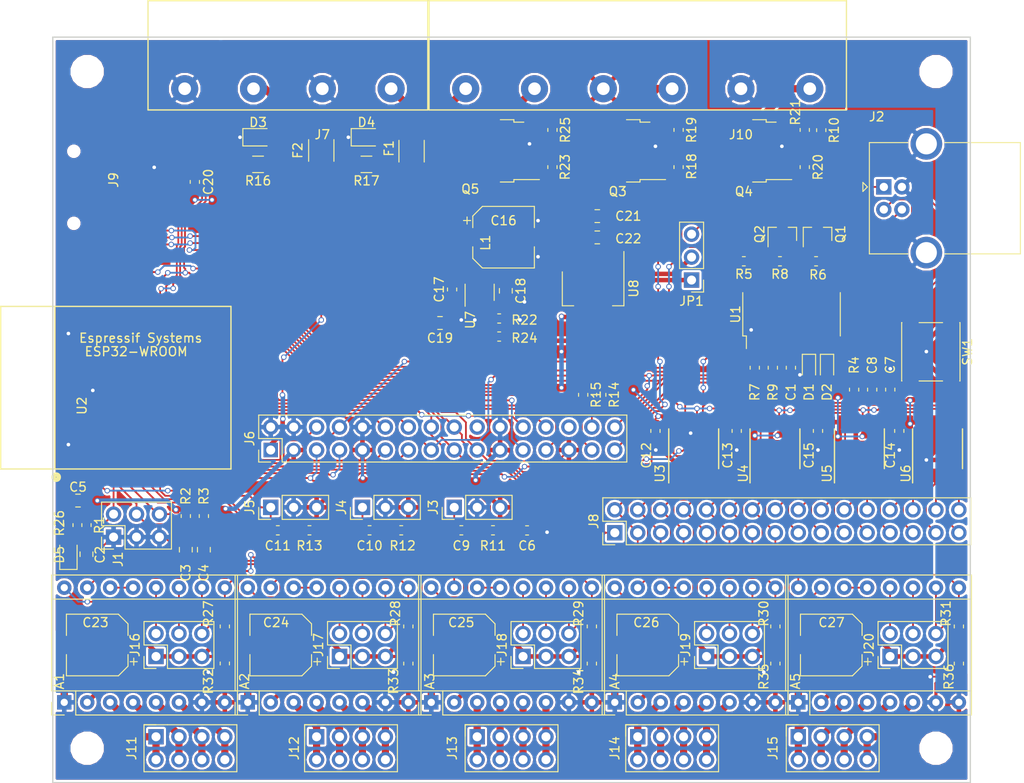
<source format=kicad_pcb>
(kicad_pcb (version 20171130) (host pcbnew 5.0.2-bee76a0~70~ubuntu18.04.1)
  (layers (0 F.Cu signal) (31 B.Cu signal) (34 B.Paste user) (35 F.Paste user) (36 B.SilkS user) (37 F.SilkS user) (38 B.Mask user) (39 F.Mask user) (44 Edge.Cuts user))
  (net 0 "")
  (net 1 GND)
  (net 2 /Q0)
  (net 3 VCC)
  (net 4 "Net-(A1-Pad10)")
  (net 5 "Net-(A1-Pad3)")
  (net 6 "Net-(A1-Pad11)")
  (net 7 "Net-(A1-Pad4)")
  (net 8 "Net-(A1-Pad12)")
  (net 9 "Net-(A1-Pad5)")
  (net 10 "Net-(A1-Pad13)")
  (net 11 "Net-(A1-Pad6)")
  (net 12 /Q1)
  (net 13 +24V)
  (net 14 /Q2)
  (net 15 /Q3)
  (net 16 "Net-(A2-Pad10)")
  (net 17 "Net-(A2-Pad3)")
  (net 18 "Net-(A2-Pad11)")
  (net 19 "Net-(A2-Pad4)")
  (net 20 "Net-(A2-Pad12)")
  (net 21 "Net-(A2-Pad5)")
  (net 22 "Net-(A2-Pad13)")
  (net 23 "Net-(A2-Pad6)")
  (net 24 /Q4)
  (net 25 /Q5)
  (net 26 /Q8)
  (net 27 /Q7)
  (net 28 "Net-(A3-Pad13)")
  (net 29 "Net-(A3-Pad6)")
  (net 30 "Net-(A3-Pad5)")
  (net 31 "Net-(A3-Pad12)")
  (net 32 "Net-(A3-Pad4)")
  (net 33 "Net-(A3-Pad11)")
  (net 34 "Net-(A3-Pad3)")
  (net 35 "Net-(A3-Pad10)")
  (net 36 /Q6)
  (net 37 /Q9)
  (net 38 "Net-(A4-Pad10)")
  (net 39 "Net-(A4-Pad3)")
  (net 40 "Net-(A4-Pad11)")
  (net 41 "Net-(A4-Pad4)")
  (net 42 "Net-(A4-Pad12)")
  (net 43 "Net-(A4-Pad5)")
  (net 44 "Net-(A4-Pad13)")
  (net 45 "Net-(A4-Pad6)")
  (net 46 /Q10)
  (net 47 /Q11)
  (net 48 /Q14)
  (net 49 /Q13)
  (net 50 "Net-(A5-Pad13)")
  (net 51 "Net-(A5-Pad6)")
  (net 52 "Net-(A5-Pad5)")
  (net 53 "Net-(A5-Pad12)")
  (net 54 "Net-(A5-Pad4)")
  (net 55 "Net-(A5-Pad11)")
  (net 56 "Net-(A5-Pad3)")
  (net 57 "Net-(A5-Pad10)")
  (net 58 /Q12)
  (net 59 /SVP)
  (net 60 /SVN)
  (net 61 /EN)
  (net 62 /IO35)
  (net 63 /IO32)
  (net 64 /IO33)
  (net 65 "Net-(C17-Pad1)")
  (net 66 "Net-(C17-Pad2)")
  (net 67 +5V)
  (net 68 "Net-(C21-Pad1)")
  (net 69 "Net-(D1-Pad1)")
  (net 70 "Net-(D2-Pad1)")
  (net 71 "Net-(D3-Pad2)")
  (net 72 "Net-(D4-Pad2)")
  (net 73 "Net-(D5-Pad2)")
  (net 74 "Net-(F1-Pad2)")
  (net 75 /+24V2)
  (net 76 "Net-(F2-Pad2)")
  (net 77 /IO34)
  (net 78 VBUS)
  (net 79 /IO23)
  (net 80 /IO18)
  (net 81 /IO19)
  (net 82 /IO5)
  (net 83 /IO21)
  (net 84 /IO22)
  (net 85 /HSPI_SS)
  (net 86 /HSPI_MISO)
  (net 87 /HSPI_SCK)
  (net 88 /HSPI_MOSI)
  (net 89 /HEATER_OUT)
  (net 90 /FAN_OUT)
  (net 91 /BED_OUT)
  (net 92 /RTS)
  (net 93 "Net-(Q1-Pad1)")
  (net 94 "Net-(Q2-Pad1)")
  (net 95 /DTR)
  (net 96 /BCLK)
  (net 97 "Net-(Q3-Pad1)")
  (net 98 "Net-(Q4-Pad1)")
  (net 99 "Net-(Q5-Pad1)")
  (net 100 /TX)
  (net 101 /RXD)
  (net 102 /RX)
  (net 103 /TXD)
  (net 104 /HEATER)
  (net 105 /FAN)
  (net 106 /BED)
  (net 107 /IO17)
  (net 108 /IO16)
  (net 109 /IO26)
  (net 110 /IO25)
  (net 111 "Net-(U4-Pad9)")
  (net 112 "Net-(U5-Pad9)")
  (net 113 /Q15)
  (net 114 /Q16)
  (net 115 /Q23)
  (net 116 /Q22)
  (net 117 /Q21)
  (net 118 /Q20)
  (net 119 /Q19)
  (net 120 /Q18)
  (net 121 /Q17)
  (net 122 /Q25)
  (net 123 /Q26)
  (net 124 /Q27)
  (net 125 /Q28)
  (net 126 /Q29)
  (net 127 /Q30)
  (net 128 /Q31)
  (net 129 /Q24)
  (net 130 "Net-(R22-Pad2)")
  (net 131 "Net-(U3-Pad9)")
  (module Package_TO_SOT_SMD:SOT-223-3_TabPin2 (layer F.Cu) (at 162.698286 71.017851 270)
    (fp_text reference U8 (at 0 -4.5 270) (layer F.SilkS))
    (fp_text value TLV1117-33)
    (pad 2 smd rect (at 3.15 0 270) (size 2 3.8) (layers F.Cu F.Paste F.Mask) (net 3 VCC))
    (pad 2 smd rect (at -3.15 0 270) (size 2 1.5) (layers F.Cu F.Paste F.Mask) (net 3 VCC))
    (pad 3 smd rect (at -3.15 2.3 270) (size 2 1.5) (layers F.Cu F.Paste F.Mask) (net 68 "Net-(C21-Pad1)"))
    (pad 1 smd rect (at -3.15 -2.3 270) (size 2 1.5) (layers F.Cu F.Paste F.Mask) (net 1 GND))
  )
  (module Capacitor_SMD:C_0805_2012Metric (layer F.Cu) (at 163.1625 63)
    (fp_text reference C21 (at 3.4375 0) (layer F.SilkS))
    (fp_text value 10uF)
    (pad 1 smd roundrect (at -0.9375 0) (size 0.975 1.4) (layers F.Cu F.Paste F.Mask) (net 68 "Net-(C21-Pad1)"))
    (pad 2 smd roundrect (at 0.9375 0) (size 0.975 1.4) (layers F.Cu F.Paste F.Mask) (net 1 GND))
  )
  (module Capacitor_SMD:C_0805_2012Metric (layer F.Cu) (at 163.1625 65.357851)
    (fp_text reference C22 (at 3.4375 0.142149) (layer F.SilkS))
    (fp_text value 10uF)
    (pad 2 smd roundrect (at 0.9375 0) (size 0.975 1.4) (layers F.Cu F.Paste F.Mask) (net 1 GND))
    (pad 1 smd roundrect (at -0.9375 0) (size 0.975 1.4) (layers F.Cu F.Paste F.Mask) (net 3 VCC))
  )
  (module Connector_PinHeader_2.54mm:PinHeader_1x03_P2.54mm_Vertical (layer F.Cu) (at 173.6 70.08 180)
    (fp_text reference JP1 (at 0 -2.33 180) (layer F.SilkS))
    (fp_text value Jumper_3_Open)
    (pad 3 thru_hole oval (at 0 5.08 180) (size 1.7 1.7) (drill 1) (layers *.Cu *.Mask) (net 78 VBUS))
    (pad 2 thru_hole oval (at 0 2.54 180) (size 1.7 1.7) (drill 1) (layers *.Cu *.Mask) (net 68 "Net-(C21-Pad1)"))
    (pad 1 thru_hole rect (at 0 0 180) (size 1.7 1.7) (drill 1) (layers *.Cu *.Mask) (net 67 +5V))
  )
  (module Connector_PinHeader_2.54mm:PinHeader_2x03_P2.54mm_Vertical (layer F.Cu) (at 195.58 111.76 90)
    (fp_text reference J20 (at 1.27 -2.33 90) (layer F.SilkS))
    (fp_text value Conn_02x03_Odd_Even)
    (pad 6 thru_hole oval (at 2.54 5.08 90) (size 1.7 1.7) (drill 1) (layers *.Cu *.Mask) (net 57 "Net-(A5-Pad10)"))
    (pad 5 thru_hole oval (at 0 5.08 90) (size 1.7 1.7) (drill 1) (layers *.Cu *.Mask) (net 3 VCC))
    (pad 4 thru_hole oval (at 2.54 2.54 90) (size 1.7 1.7) (drill 1) (layers *.Cu *.Mask) (net 55 "Net-(A5-Pad11)"))
    (pad 3 thru_hole oval (at 0 2.54 90) (size 1.7 1.7) (drill 1) (layers *.Cu *.Mask) (net 3 VCC))
    (pad 2 thru_hole oval (at 2.54 0 90) (size 1.7 1.7) (drill 1) (layers *.Cu *.Mask) (net 53 "Net-(A5-Pad12)"))
    (pad 1 thru_hole rect (at 0 0 90) (size 1.7 1.7) (drill 1) (layers *.Cu *.Mask) (net 3 VCC))
  )
  (module Connector_PinHeader_2.54mm:PinHeader_2x03_P2.54mm_Vertical (layer F.Cu) (at 175.26 111.76 90)
    (fp_text reference J19 (at 1.27 -2.33 90) (layer F.SilkS))
    (fp_text value Conn_02x03_Odd_Even)
    (pad 6 thru_hole oval (at 2.54 5.08 90) (size 1.7 1.7) (drill 1) (layers *.Cu *.Mask) (net 38 "Net-(A4-Pad10)"))
    (pad 5 thru_hole oval (at 0 5.08 90) (size 1.7 1.7) (drill 1) (layers *.Cu *.Mask) (net 3 VCC))
    (pad 4 thru_hole oval (at 2.54 2.54 90) (size 1.7 1.7) (drill 1) (layers *.Cu *.Mask) (net 40 "Net-(A4-Pad11)"))
    (pad 3 thru_hole oval (at 0 2.54 90) (size 1.7 1.7) (drill 1) (layers *.Cu *.Mask) (net 3 VCC))
    (pad 2 thru_hole oval (at 2.54 0 90) (size 1.7 1.7) (drill 1) (layers *.Cu *.Mask) (net 42 "Net-(A4-Pad12)"))
    (pad 1 thru_hole rect (at 0 0 90) (size 1.7 1.7) (drill 1) (layers *.Cu *.Mask) (net 3 VCC))
  )
  (module Connector_PinHeader_2.54mm:PinHeader_2x03_P2.54mm_Vertical (layer F.Cu) (at 154.94 111.76 90)
    (fp_text reference J18 (at 1.27 -2.33 90) (layer F.SilkS))
    (fp_text value Conn_02x03_Odd_Even)
    (pad 6 thru_hole oval (at 2.54 5.08 90) (size 1.7 1.7) (drill 1) (layers *.Cu *.Mask) (net 35 "Net-(A3-Pad10)"))
    (pad 5 thru_hole oval (at 0 5.08 90) (size 1.7 1.7) (drill 1) (layers *.Cu *.Mask) (net 3 VCC))
    (pad 4 thru_hole oval (at 2.54 2.54 90) (size 1.7 1.7) (drill 1) (layers *.Cu *.Mask) (net 33 "Net-(A3-Pad11)"))
    (pad 3 thru_hole oval (at 0 2.54 90) (size 1.7 1.7) (drill 1) (layers *.Cu *.Mask) (net 3 VCC))
    (pad 2 thru_hole oval (at 2.54 0 90) (size 1.7 1.7) (drill 1) (layers *.Cu *.Mask) (net 31 "Net-(A3-Pad12)"))
    (pad 1 thru_hole rect (at 0 0 90) (size 1.7 1.7) (drill 1) (layers *.Cu *.Mask) (net 3 VCC))
  )
  (module Connector_PinHeader_2.54mm:PinHeader_2x03_P2.54mm_Vertical (layer F.Cu) (at 134.62 111.76 90)
    (fp_text reference J17 (at 1.27 -2.33 90) (layer F.SilkS))
    (fp_text value Conn_02x03_Odd_Even)
    (pad 6 thru_hole oval (at 2.54 5.08 90) (size 1.7 1.7) (drill 1) (layers *.Cu *.Mask) (net 16 "Net-(A2-Pad10)"))
    (pad 5 thru_hole oval (at 0 5.08 90) (size 1.7 1.7) (drill 1) (layers *.Cu *.Mask) (net 3 VCC))
    (pad 4 thru_hole oval (at 2.54 2.54 90) (size 1.7 1.7) (drill 1) (layers *.Cu *.Mask) (net 18 "Net-(A2-Pad11)"))
    (pad 3 thru_hole oval (at 0 2.54 90) (size 1.7 1.7) (drill 1) (layers *.Cu *.Mask) (net 3 VCC))
    (pad 2 thru_hole oval (at 2.54 0 90) (size 1.7 1.7) (drill 1) (layers *.Cu *.Mask) (net 20 "Net-(A2-Pad12)"))
    (pad 1 thru_hole rect (at 0 0 90) (size 1.7 1.7) (drill 1) (layers *.Cu *.Mask) (net 3 VCC))
  )
  (module Connector_PinHeader_2.54mm:PinHeader_2x03_P2.54mm_Vertical (layer F.Cu) (at 114.3 111.76 90)
    (fp_text reference J16 (at 1.27 -2.33 90) (layer F.SilkS))
    (fp_text value Conn_02x03_Odd_Even)
    (pad 6 thru_hole oval (at 2.54 5.08 90) (size 1.7 1.7) (drill 1) (layers *.Cu *.Mask) (net 4 "Net-(A1-Pad10)"))
    (pad 5 thru_hole oval (at 0 5.08 90) (size 1.7 1.7) (drill 1) (layers *.Cu *.Mask) (net 3 VCC))
    (pad 4 thru_hole oval (at 2.54 2.54 90) (size 1.7 1.7) (drill 1) (layers *.Cu *.Mask) (net 6 "Net-(A1-Pad11)"))
    (pad 3 thru_hole oval (at 0 2.54 90) (size 1.7 1.7) (drill 1) (layers *.Cu *.Mask) (net 3 VCC))
    (pad 2 thru_hole oval (at 2.54 0 90) (size 1.7 1.7) (drill 1) (layers *.Cu *.Mask) (net 8 "Net-(A1-Pad12)"))
    (pad 1 thru_hole rect (at 0 0 90) (size 1.7 1.7) (drill 1) (layers *.Cu *.Mask) (net 3 VCC))
  )
  (module Connector_PinHeader_2.54mm:PinHeader_2x16_P2.54mm_Vertical (layer F.Cu) (at 165.1 98.06 90)
    (fp_text reference J8 (at 1.27 -2.33 90) (layer F.SilkS))
    (fp_text value Conn_01x32)
    (pad 32 thru_hole oval (at 2.54 38.1 90) (size 1.7 1.7) (drill 1) (layers *.Cu *.Mask) (net 128 /Q31))
    (pad 31 thru_hole oval (at 0 38.1 90) (size 1.7 1.7) (drill 1) (layers *.Cu *.Mask) (net 127 /Q30))
    (pad 30 thru_hole oval (at 2.54 35.56 90) (size 1.7 1.7) (drill 1) (layers *.Cu *.Mask) (net 126 /Q29))
    (pad 29 thru_hole oval (at 0 35.56 90) (size 1.7 1.7) (drill 1) (layers *.Cu *.Mask) (net 125 /Q28))
    (pad 28 thru_hole oval (at 2.54 33.02 90) (size 1.7 1.7) (drill 1) (layers *.Cu *.Mask) (net 124 /Q27))
    (pad 27 thru_hole oval (at 0 33.02 90) (size 1.7 1.7) (drill 1) (layers *.Cu *.Mask) (net 123 /Q26))
    (pad 26 thru_hole oval (at 2.54 30.48 90) (size 1.7 1.7) (drill 1) (layers *.Cu *.Mask) (net 122 /Q25))
    (pad 25 thru_hole oval (at 0 30.48 90) (size 1.7 1.7) (drill 1) (layers *.Cu *.Mask) (net 129 /Q24))
    (pad 24 thru_hole oval (at 2.54 27.94 90) (size 1.7 1.7) (drill 1) (layers *.Cu *.Mask) (net 115 /Q23))
    (pad 23 thru_hole oval (at 0 27.94 90) (size 1.7 1.7) (drill 1) (layers *.Cu *.Mask) (net 116 /Q22))
    (pad 22 thru_hole oval (at 2.54 25.4 90) (size 1.7 1.7) (drill 1) (layers *.Cu *.Mask) (net 117 /Q21))
    (pad 21 thru_hole oval (at 0 25.4 90) (size 1.7 1.7) (drill 1) (layers *.Cu *.Mask) (net 118 /Q20))
    (pad 20 thru_hole oval (at 2.54 22.86 90) (size 1.7 1.7) (drill 1) (layers *.Cu *.Mask) (net 119 /Q19))
    (pad 19 thru_hole oval (at 0 22.86 90) (size 1.7 1.7) (drill 1) (layers *.Cu *.Mask) (net 120 /Q18))
    (pad 18 thru_hole oval (at 2.54 20.32 90) (size 1.7 1.7) (drill 1) (layers *.Cu *.Mask) (net 121 /Q17))
    (pad 17 thru_hole oval (at 0 20.32 90) (size 1.7 1.7) (drill 1) (layers *.Cu *.Mask) (net 114 /Q16))
    (pad 16 thru_hole oval (at 2.54 17.78 90) (size 1.7 1.7) (drill 1) (layers *.Cu *.Mask) (net 113 /Q15))
    (pad 15 thru_hole oval (at 0 17.78 90) (size 1.7 1.7) (drill 1) (layers *.Cu *.Mask) (net 48 /Q14))
    (pad 14 thru_hole oval (at 2.54 15.24 90) (size 1.7 1.7) (drill 1) (layers *.Cu *.Mask) (net 49 /Q13))
    (pad 13 thru_hole oval (at 0 15.24 90) (size 1.7 1.7) (drill 1) (layers *.Cu *.Mask) (net 58 /Q12))
    (pad 12 thru_hole oval (at 2.54 12.7 90) (size 1.7 1.7) (drill 1) (layers *.Cu *.Mask) (net 47 /Q11))
    (pad 11 thru_hole oval (at 0 12.7 90) (size 1.7 1.7) (drill 1) (layers *.Cu *.Mask) (net 46 /Q10))
    (pad 10 thru_hole oval (at 2.54 10.16 90) (size 1.7 1.7) (drill 1) (layers *.Cu *.Mask) (net 37 /Q9))
    (pad 9 thru_hole oval (at 0 10.16 90) (size 1.7 1.7) (drill 1) (layers *.Cu *.Mask) (net 26 /Q8))
    (pad 8 thru_hole oval (at 2.54 7.62 90) (size 1.7 1.7) (drill 1) (layers *.Cu *.Mask) (net 27 /Q7))
    (pad 7 thru_hole oval (at 0 7.62 90) (size 1.7 1.7) (drill 1) (layers *.Cu *.Mask) (net 36 /Q6))
    (pad 6 thru_hole oval (at 2.54 5.08 90) (size 1.7 1.7) (drill 1) (layers *.Cu *.Mask) (net 25 /Q5))
    (pad 5 thru_hole oval (at 0 5.08 90) (size 1.7 1.7) (drill 1) (layers *.Cu *.Mask) (net 24 /Q4))
    (pad 4 thru_hole oval (at 2.54 2.54 90) (size 1.7 1.7) (drill 1) (layers *.Cu *.Mask) (net 15 /Q3))
    (pad 3 thru_hole oval (at 0 2.54 90) (size 1.7 1.7) (drill 1) (layers *.Cu *.Mask) (net 14 /Q2))
    (pad 2 thru_hole oval (at 2.54 0 90) (size 1.7 1.7) (drill 1) (layers *.Cu *.Mask) (net 12 /Q1))
    (pad 1 thru_hole rect (at 0 0 90) (size 1.7 1.7) (drill 1) (layers *.Cu *.Mask) (net 2 /Q0))
  )
  (module Connector_PinHeader_2.54mm:PinHeader_1x03_P2.54mm_Vertical (layer F.Cu) (at 127 95.25 90)
    (fp_text reference J5 (at 0 -2.33 90) (layer F.SilkS))
    (fp_text value Conn_01x03)
    (pad 3 thru_hole oval (at 0 5.08 90) (size 1.7 1.7) (drill 1) (layers *.Cu *.Mask) (net 3 VCC))
    (pad 2 thru_hole oval (at 0 2.54 90) (size 1.7 1.7) (drill 1) (layers *.Cu *.Mask) (net 1 GND))
    (pad 1 thru_hole rect (at 0 0 90) (size 1.7 1.7) (drill 1) (layers *.Cu *.Mask) (net 64 /IO33))
  )
  (module Connector_PinHeader_2.54mm:PinHeader_1x03_P2.54mm_Vertical (layer F.Cu) (at 137.16 95.25 90)
    (fp_text reference J4 (at 0 -2.33 90) (layer F.SilkS))
    (fp_text value Conn_01x03)
    (pad 3 thru_hole oval (at 0 5.08 90) (size 1.7 1.7) (drill 1) (layers *.Cu *.Mask) (net 3 VCC))
    (pad 2 thru_hole oval (at 0 2.54 90) (size 1.7 1.7) (drill 1) (layers *.Cu *.Mask) (net 1 GND))
    (pad 1 thru_hole rect (at 0 0 90) (size 1.7 1.7) (drill 1) (layers *.Cu *.Mask) (net 63 /IO32))
  )
  (module Connector_PinHeader_2.54mm:PinHeader_1x03_P2.54mm_Vertical (layer F.Cu) (at 147.32 95.25 90)
    (fp_text reference J3 (at 0 -2.33 90) (layer F.SilkS))
    (fp_text value Conn_01x03)
    (pad 3 thru_hole oval (at 0 5.08 90) (size 1.7 1.7) (drill 1) (layers *.Cu *.Mask) (net 3 VCC))
    (pad 2 thru_hole oval (at 0 2.54 90) (size 1.7 1.7) (drill 1) (layers *.Cu *.Mask) (net 1 GND))
    (pad 1 thru_hole rect (at 0 0 90) (size 1.7 1.7) (drill 1) (layers *.Cu *.Mask) (net 62 /IO35))
  )
  (module Connector_PinHeader_2.54mm:PinHeader_2x03_P2.54mm_Vertical (layer F.Cu) (at 109.6 98.54 90)
    (fp_text reference J1 (at -2.46 0.5 90) (layer F.SilkS))
    (fp_text value Conn_01x06)
    (pad 6 thru_hole oval (at 2.54 5.08 90) (size 1.7 1.7) (drill 1) (layers *.Cu *.Mask) (net 77 /IO34))
    (pad 5 thru_hole oval (at 0 5.08 90) (size 1.7 1.7) (drill 1) (layers *.Cu *.Mask) (net 1 GND))
    (pad 4 thru_hole oval (at 2.54 2.54 90) (size 1.7 1.7) (drill 1) (layers *.Cu *.Mask) (net 60 /SVN))
    (pad 3 thru_hole oval (at 0 2.54 90) (size 1.7 1.7) (drill 1) (layers *.Cu *.Mask) (net 1 GND))
    (pad 2 thru_hole oval (at 2.54 0 90) (size 1.7 1.7) (drill 1) (layers *.Cu *.Mask) (net 59 /SVP))
    (pad 1 thru_hole rect (at 0 0 90) (size 1.7 1.7) (drill 1) (layers *.Cu *.Mask) (net 1 GND))
  )
  (module Module:Pololu_Breakout-16_15.2x20.3mm (layer F.Cu) (at 104.14 116.84 90)
    (fp_text reference A1 (at 2.34 -0.54 90) (layer F.SilkS))
    (fp_text value Pololu_Breakout_A4988)
    (pad 1 thru_hole rect (at 0 0 90) (size 1.6 1.6) (drill 0.8) (layers *.Cu *.Mask) (net 1 GND))
    (pad 9 thru_hole oval (at 12.7 17.78 90) (size 1.6 1.6) (drill 0.8) (layers *.Cu *.Mask) (net 2 /Q0))
    (pad 2 thru_hole oval (at 0 2.54 90) (size 1.6 1.6) (drill 0.8) (layers *.Cu *.Mask) (net 3 VCC))
    (pad 10 thru_hole oval (at 12.7 15.24 90) (size 1.6 1.6) (drill 0.8) (layers *.Cu *.Mask) (net 4 "Net-(A1-Pad10)"))
    (pad 3 thru_hole oval (at 0 5.08 90) (size 1.6 1.6) (drill 0.8) (layers *.Cu *.Mask) (net 5 "Net-(A1-Pad3)"))
    (pad 11 thru_hole oval (at 12.7 12.7 90) (size 1.6 1.6) (drill 0.8) (layers *.Cu *.Mask) (net 6 "Net-(A1-Pad11)"))
    (pad 4 thru_hole oval (at 0 7.62 90) (size 1.6 1.6) (drill 0.8) (layers *.Cu *.Mask) (net 7 "Net-(A1-Pad4)"))
    (pad 12 thru_hole oval (at 12.7 10.16 90) (size 1.6 1.6) (drill 0.8) (layers *.Cu *.Mask) (net 8 "Net-(A1-Pad12)"))
    (pad 5 thru_hole oval (at 0 10.16 90) (size 1.6 1.6) (drill 0.8) (layers *.Cu *.Mask) (net 9 "Net-(A1-Pad5)"))
    (pad 13 thru_hole oval (at 12.7 7.62 90) (size 1.6 1.6) (drill 0.8) (layers *.Cu *.Mask) (net 10 "Net-(A1-Pad13)"))
    (pad 6 thru_hole oval (at 0 12.7 90) (size 1.6 1.6) (drill 0.8) (layers *.Cu *.Mask) (net 11 "Net-(A1-Pad6)"))
    (pad 14 thru_hole oval (at 12.7 5.08 90) (size 1.6 1.6) (drill 0.8) (layers *.Cu *.Mask) (net 10 "Net-(A1-Pad13)"))
    (pad 7 thru_hole oval (at 0 15.24 90) (size 1.6 1.6) (drill 0.8) (layers *.Cu *.Mask) (net 1 GND))
    (pad 15 thru_hole oval (at 12.7 2.54 90) (size 1.6 1.6) (drill 0.8) (layers *.Cu *.Mask) (net 12 /Q1))
    (pad 8 thru_hole oval (at 0 17.78 90) (size 1.6 1.6) (drill 0.8) (layers *.Cu *.Mask) (net 13 +24V))
    (pad 16 thru_hole oval (at 12.7 0 90) (size 1.6 1.6) (drill 0.8) (layers *.Cu *.Mask) (net 14 /Q2))
  )
  (module Module:Pololu_Breakout-16_15.2x20.3mm (layer F.Cu) (at 124.46 116.84 90)
    (fp_text reference A2 (at 2.34 -0.36 90) (layer F.SilkS))
    (fp_text value Pololu_Breakout_A4988)
    (pad 16 thru_hole oval (at 12.7 0 90) (size 1.6 1.6) (drill 0.8) (layers *.Cu *.Mask) (net 25 /Q5))
    (pad 8 thru_hole oval (at 0 17.78 90) (size 1.6 1.6) (drill 0.8) (layers *.Cu *.Mask) (net 13 +24V))
    (pad 15 thru_hole oval (at 12.7 2.54 90) (size 1.6 1.6) (drill 0.8) (layers *.Cu *.Mask) (net 24 /Q4))
    (pad 7 thru_hole oval (at 0 15.24 90) (size 1.6 1.6) (drill 0.8) (layers *.Cu *.Mask) (net 1 GND))
    (pad 14 thru_hole oval (at 12.7 5.08 90) (size 1.6 1.6) (drill 0.8) (layers *.Cu *.Mask) (net 22 "Net-(A2-Pad13)"))
    (pad 6 thru_hole oval (at 0 12.7 90) (size 1.6 1.6) (drill 0.8) (layers *.Cu *.Mask) (net 23 "Net-(A2-Pad6)"))
    (pad 13 thru_hole oval (at 12.7 7.62 90) (size 1.6 1.6) (drill 0.8) (layers *.Cu *.Mask) (net 22 "Net-(A2-Pad13)"))
    (pad 5 thru_hole oval (at 0 10.16 90) (size 1.6 1.6) (drill 0.8) (layers *.Cu *.Mask) (net 21 "Net-(A2-Pad5)"))
    (pad 12 thru_hole oval (at 12.7 10.16 90) (size 1.6 1.6) (drill 0.8) (layers *.Cu *.Mask) (net 20 "Net-(A2-Pad12)"))
    (pad 4 thru_hole oval (at 0 7.62 90) (size 1.6 1.6) (drill 0.8) (layers *.Cu *.Mask) (net 19 "Net-(A2-Pad4)"))
    (pad 11 thru_hole oval (at 12.7 12.7 90) (size 1.6 1.6) (drill 0.8) (layers *.Cu *.Mask) (net 18 "Net-(A2-Pad11)"))
    (pad 3 thru_hole oval (at 0 5.08 90) (size 1.6 1.6) (drill 0.8) (layers *.Cu *.Mask) (net 17 "Net-(A2-Pad3)"))
    (pad 10 thru_hole oval (at 12.7 15.24 90) (size 1.6 1.6) (drill 0.8) (layers *.Cu *.Mask) (net 16 "Net-(A2-Pad10)"))
    (pad 2 thru_hole oval (at 0 2.54 90) (size 1.6 1.6) (drill 0.8) (layers *.Cu *.Mask) (net 3 VCC))
    (pad 9 thru_hole oval (at 12.7 17.78 90) (size 1.6 1.6) (drill 0.8) (layers *.Cu *.Mask) (net 15 /Q3))
    (pad 1 thru_hole rect (at 0 0 90) (size 1.6 1.6) (drill 0.8) (layers *.Cu *.Mask) (net 1 GND))
  )
  (module Module:Pololu_Breakout-16_15.2x20.3mm (layer F.Cu) (at 144.78 116.84 90)
    (fp_text reference A3 (at 2.34 -0.18 90) (layer F.SilkS))
    (fp_text value Pololu_Breakout_A4988)
    (pad 1 thru_hole rect (at 0 0 90) (size 1.6 1.6) (drill 0.8) (layers *.Cu *.Mask) (net 1 GND))
    (pad 9 thru_hole oval (at 12.7 17.78 90) (size 1.6 1.6) (drill 0.8) (layers *.Cu *.Mask) (net 36 /Q6))
    (pad 2 thru_hole oval (at 0 2.54 90) (size 1.6 1.6) (drill 0.8) (layers *.Cu *.Mask) (net 3 VCC))
    (pad 10 thru_hole oval (at 12.7 15.24 90) (size 1.6 1.6) (drill 0.8) (layers *.Cu *.Mask) (net 35 "Net-(A3-Pad10)"))
    (pad 3 thru_hole oval (at 0 5.08 90) (size 1.6 1.6) (drill 0.8) (layers *.Cu *.Mask) (net 34 "Net-(A3-Pad3)"))
    (pad 11 thru_hole oval (at 12.7 12.7 90) (size 1.6 1.6) (drill 0.8) (layers *.Cu *.Mask) (net 33 "Net-(A3-Pad11)"))
    (pad 4 thru_hole oval (at 0 7.62 90) (size 1.6 1.6) (drill 0.8) (layers *.Cu *.Mask) (net 32 "Net-(A3-Pad4)"))
    (pad 12 thru_hole oval (at 12.7 10.16 90) (size 1.6 1.6) (drill 0.8) (layers *.Cu *.Mask) (net 31 "Net-(A3-Pad12)"))
    (pad 5 thru_hole oval (at 0 10.16 90) (size 1.6 1.6) (drill 0.8) (layers *.Cu *.Mask) (net 30 "Net-(A3-Pad5)"))
    (pad 13 thru_hole oval (at 12.7 7.62 90) (size 1.6 1.6) (drill 0.8) (layers *.Cu *.Mask) (net 28 "Net-(A3-Pad13)"))
    (pad 6 thru_hole oval (at 0 12.7 90) (size 1.6 1.6) (drill 0.8) (layers *.Cu *.Mask) (net 29 "Net-(A3-Pad6)"))
    (pad 14 thru_hole oval (at 12.7 5.08 90) (size 1.6 1.6) (drill 0.8) (layers *.Cu *.Mask) (net 28 "Net-(A3-Pad13)"))
    (pad 7 thru_hole oval (at 0 15.24 90) (size 1.6 1.6) (drill 0.8) (layers *.Cu *.Mask) (net 1 GND))
    (pad 15 thru_hole oval (at 12.7 2.54 90) (size 1.6 1.6) (drill 0.8) (layers *.Cu *.Mask) (net 27 /Q7))
    (pad 8 thru_hole oval (at 0 17.78 90) (size 1.6 1.6) (drill 0.8) (layers *.Cu *.Mask) (net 13 +24V))
    (pad 16 thru_hole oval (at 12.7 0 90) (size 1.6 1.6) (drill 0.8) (layers *.Cu *.Mask) (net 26 /Q8))
  )
  (module Module:Pololu_Breakout-16_15.2x20.3mm (layer F.Cu) (at 165.1 116.84 90)
    (fp_text reference A4 (at 2.34 0 90) (layer F.SilkS))
    (fp_text value Pololu_Breakout_A4988)
    (pad 16 thru_hole oval (at 12.7 0 90) (size 1.6 1.6) (drill 0.8) (layers *.Cu *.Mask) (net 47 /Q11))
    (pad 8 thru_hole oval (at 0 17.78 90) (size 1.6 1.6) (drill 0.8) (layers *.Cu *.Mask) (net 13 +24V))
    (pad 15 thru_hole oval (at 12.7 2.54 90) (size 1.6 1.6) (drill 0.8) (layers *.Cu *.Mask) (net 46 /Q10))
    (pad 7 thru_hole oval (at 0 15.24 90) (size 1.6 1.6) (drill 0.8) (layers *.Cu *.Mask) (net 1 GND))
    (pad 14 thru_hole oval (at 12.7 5.08 90) (size 1.6 1.6) (drill 0.8) (layers *.Cu *.Mask) (net 44 "Net-(A4-Pad13)"))
    (pad 6 thru_hole oval (at 0 12.7 90) (size 1.6 1.6) (drill 0.8) (layers *.Cu *.Mask) (net 45 "Net-(A4-Pad6)"))
    (pad 13 thru_hole oval (at 12.7 7.62 90) (size 1.6 1.6) (drill 0.8) (layers *.Cu *.Mask) (net 44 "Net-(A4-Pad13)"))
    (pad 5 thru_hole oval (at 0 10.16 90) (size 1.6 1.6) (drill 0.8) (layers *.Cu *.Mask) (net 43 "Net-(A4-Pad5)"))
    (pad 12 thru_hole oval (at 12.7 10.16 90) (size 1.6 1.6) (drill 0.8) (layers *.Cu *.Mask) (net 42 "Net-(A4-Pad12)"))
    (pad 4 thru_hole oval (at 0 7.62 90) (size 1.6 1.6) (drill 0.8) (layers *.Cu *.Mask) (net 41 "Net-(A4-Pad4)"))
    (pad 11 thru_hole oval (at 12.7 12.7 90) (size 1.6 1.6) (drill 0.8) (layers *.Cu *.Mask) (net 40 "Net-(A4-Pad11)"))
    (pad 3 thru_hole oval (at 0 5.08 90) (size 1.6 1.6) (drill 0.8) (layers *.Cu *.Mask) (net 39 "Net-(A4-Pad3)"))
    (pad 10 thru_hole oval (at 12.7 15.24 90) (size 1.6 1.6) (drill 0.8) (layers *.Cu *.Mask) (net 38 "Net-(A4-Pad10)"))
    (pad 2 thru_hole oval (at 0 2.54 90) (size 1.6 1.6) (drill 0.8) (layers *.Cu *.Mask) (net 3 VCC))
    (pad 9 thru_hole oval (at 12.7 17.78 90) (size 1.6 1.6) (drill 0.8) (layers *.Cu *.Mask) (net 37 /Q9))
    (pad 1 thru_hole rect (at 0 0 90) (size 1.6 1.6) (drill 0.8) (layers *.Cu *.Mask) (net 1 GND))
  )
  (module Module:Pololu_Breakout-16_15.2x20.3mm (layer F.Cu) (at 185.42 116.84 90)
    (fp_text reference A5 (at 2.34 -0.32 90) (layer F.SilkS))
    (fp_text value Pololu_Breakout_A4988)
    (pad 1 thru_hole rect (at 0 0 90) (size 1.6 1.6) (drill 0.8) (layers *.Cu *.Mask) (net 1 GND))
    (pad 9 thru_hole oval (at 12.7 17.78 90) (size 1.6 1.6) (drill 0.8) (layers *.Cu *.Mask) (net 58 /Q12))
    (pad 2 thru_hole oval (at 0 2.54 90) (size 1.6 1.6) (drill 0.8) (layers *.Cu *.Mask) (net 3 VCC))
    (pad 10 thru_hole oval (at 12.7 15.24 90) (size 1.6 1.6) (drill 0.8) (layers *.Cu *.Mask) (net 57 "Net-(A5-Pad10)"))
    (pad 3 thru_hole oval (at 0 5.08 90) (size 1.6 1.6) (drill 0.8) (layers *.Cu *.Mask) (net 56 "Net-(A5-Pad3)"))
    (pad 11 thru_hole oval (at 12.7 12.7 90) (size 1.6 1.6) (drill 0.8) (layers *.Cu *.Mask) (net 55 "Net-(A5-Pad11)"))
    (pad 4 thru_hole oval (at 0 7.62 90) (size 1.6 1.6) (drill 0.8) (layers *.Cu *.Mask) (net 54 "Net-(A5-Pad4)"))
    (pad 12 thru_hole oval (at 12.7 10.16 90) (size 1.6 1.6) (drill 0.8) (layers *.Cu *.Mask) (net 53 "Net-(A5-Pad12)"))
    (pad 5 thru_hole oval (at 0 10.16 90) (size 1.6 1.6) (drill 0.8) (layers *.Cu *.Mask) (net 52 "Net-(A5-Pad5)"))
    (pad 13 thru_hole oval (at 12.7 7.62 90) (size 1.6 1.6) (drill 0.8) (layers *.Cu *.Mask) (net 50 "Net-(A5-Pad13)"))
    (pad 6 thru_hole oval (at 0 12.7 90) (size 1.6 1.6) (drill 0.8) (layers *.Cu *.Mask) (net 51 "Net-(A5-Pad6)"))
    (pad 14 thru_hole oval (at 12.7 5.08 90) (size 1.6 1.6) (drill 0.8) (layers *.Cu *.Mask) (net 50 "Net-(A5-Pad13)"))
    (pad 7 thru_hole oval (at 0 15.24 90) (size 1.6 1.6) (drill 0.8) (layers *.Cu *.Mask) (net 1 GND))
    (pad 15 thru_hole oval (at 12.7 2.54 90) (size 1.6 1.6) (drill 0.8) (layers *.Cu *.Mask) (net 49 /Q13))
    (pad 8 thru_hole oval (at 0 17.78 90) (size 1.6 1.6) (drill 0.8) (layers *.Cu *.Mask) (net 13 +24V))
    (pad 16 thru_hole oval (at 12.7 0 90) (size 1.6 1.6) (drill 0.8) (layers *.Cu *.Mask) (net 48 /Q14))
  )
  (module Capacitor_SMD:C_0603_1608Metric (layer F.Cu) (at 184.6 79.7875 270)
    (fp_text reference C1 (at 2.7125 0 270) (layer F.SilkS))
    (fp_text value 100nF)
    (pad 1 smd roundrect (at -0.7875 0 270) (size 0.875 0.95) (layers F.Cu F.Paste F.Mask) (net 3 VCC))
    (pad 2 smd roundrect (at 0.7875 0 270) (size 0.875 0.95) (layers F.Cu F.Paste F.Mask) (net 1 GND))
  )
  (module Capacitor_SMD:C_0805_2012Metric (layer F.Cu) (at 106.6 100.4375 270)
    (fp_text reference C2 (at 0.0625 -1.5 270) (layer F.SilkS))
    (fp_text value 10uF)
    (pad 1 smd roundrect (at -0.9375 0 270) (size 0.975 1.4) (layers F.Cu F.Paste F.Mask) (net 59 /SVP))
    (pad 2 smd roundrect (at 0.9375 0 270) (size 0.975 1.4) (layers F.Cu F.Paste F.Mask) (net 1 GND))
  )
  (module Capacitor_SMD:C_0805_2012Metric (layer F.Cu) (at 117.6 99.9375 270)
    (fp_text reference C3 (at 2.5625 0 270) (layer F.SilkS))
    (fp_text value 10uF)
    (pad 2 smd roundrect (at 0.9375 0 270) (size 0.975 1.4) (layers F.Cu F.Paste F.Mask) (net 1 GND))
    (pad 1 smd roundrect (at -0.9375 0 270) (size 0.975 1.4) (layers F.Cu F.Paste F.Mask) (net 60 /SVN))
  )
  (module Capacitor_SMD:C_0805_2012Metric (layer F.Cu) (at 119.6 99.9375 270)
    (fp_text reference C4 (at 2.5625 0 270) (layer F.SilkS))
    (fp_text value 10uF)
    (pad 1 smd roundrect (at -0.9375 0 270) (size 0.975 1.4) (layers F.Cu F.Paste F.Mask) (net 77 /IO34))
    (pad 2 smd roundrect (at 0.9375 0 270) (size 0.975 1.4) (layers F.Cu F.Paste F.Mask) (net 1 GND))
  )
  (module Capacitor_SMD:C_0805_2012Metric (layer F.Cu) (at 105.6625 94.5 180)
    (fp_text reference C5 (at 0 1.5 180) (layer F.SilkS))
    (fp_text value 10uF)
    (pad 1 smd roundrect (at -0.9375 0 180) (size 0.975 1.4) (layers F.Cu F.Paste F.Mask) (net 3 VCC))
    (pad 2 smd roundrect (at 0.9375 0 180) (size 0.975 1.4) (layers F.Cu F.Paste F.Mask) (net 1 GND))
  )
  (module Capacitor_SMD:C_0603_1608Metric (layer F.Cu) (at 155.3875 97.8)
    (fp_text reference C6 (at 0 1.7) (layer F.SilkS))
    (fp_text value 1uF)
    (pad 2 smd roundrect (at 0.7875 0) (size 0.875 0.95) (layers F.Cu F.Paste F.Mask) (net 1 GND))
    (pad 1 smd roundrect (at -0.7875 0) (size 0.875 0.95) (layers F.Cu F.Paste F.Mask) (net 3 VCC))
  )
  (module Capacitor_SMD:C_0603_1608Metric (layer F.Cu) (at 195.6 82.2125 90)
    (fp_text reference C7 (at 2.7125 0 90) (layer F.SilkS))
    (fp_text value 100nF)
    (pad 2 smd roundrect (at 0.7875 0 90) (size 0.875 0.95) (layers F.Cu F.Paste F.Mask) (net 1 GND))
    (pad 1 smd roundrect (at -0.7875 0 90) (size 0.875 0.95) (layers F.Cu F.Paste F.Mask) (net 61 /EN))
  )
  (module Capacitor_SMD:C_0603_1608Metric (layer F.Cu) (at 193.6 82.2125 90)
    (fp_text reference C8 (at 2.7125 0 90) (layer F.SilkS))
    (fp_text value 100nF)
    (pad 1 smd roundrect (at -0.7875 0 90) (size 0.875 0.95) (layers F.Cu F.Paste F.Mask) (net 61 /EN))
    (pad 2 smd roundrect (at 0.7875 0 90) (size 0.875 0.95) (layers F.Cu F.Paste F.Mask) (net 1 GND))
  )
  (module Capacitor_SMD:C_0603_1608Metric (layer F.Cu) (at 148.1075 97.79)
    (fp_text reference C9 (at 0 1.71) (layer F.SilkS))
    (fp_text value NC)
    (pad 1 smd roundrect (at -0.7875 0) (size 0.875 0.95) (layers F.Cu F.Paste F.Mask) (net 62 /IO35))
    (pad 2 smd roundrect (at 0.7875 0) (size 0.875 0.95) (layers F.Cu F.Paste F.Mask) (net 1 GND))
  )
  (module Capacitor_SMD:C_0603_1608Metric (layer F.Cu) (at 137.9475 97.79)
    (fp_text reference C10 (at 0 1.71) (layer F.SilkS))
    (fp_text value NC)
    (pad 1 smd roundrect (at -0.7875 0) (size 0.875 0.95) (layers F.Cu F.Paste F.Mask) (net 63 /IO32))
    (pad 2 smd roundrect (at 0.7875 0) (size 0.875 0.95) (layers F.Cu F.Paste F.Mask) (net 1 GND))
  )
  (module Capacitor_SMD:C_0603_1608Metric (layer F.Cu) (at 127.7875 97.79)
    (fp_text reference C11 (at 0 1.71) (layer F.SilkS))
    (fp_text value NC)
    (pad 2 smd roundrect (at 0.7875 0) (size 0.875 0.95) (layers F.Cu F.Paste F.Mask) (net 1 GND))
    (pad 1 smd roundrect (at -0.7875 0) (size 0.875 0.95) (layers F.Cu F.Paste F.Mask) (net 64 /IO33))
  )
  (module Capacitor_SMD:CP_Elec_6.3x7.7 (layer F.Cu) (at 152.785 65.335)
    (fp_text reference C16 (at 0 -1.835) (layer F.SilkS))
    (fp_text value 100uF)
    (pad 1 smd roundrect (at -2.7 0) (size 3.5 1.6) (layers F.Cu F.Paste F.Mask) (roundrect_rratio 0.15625) (net 13 +24V))
    (pad 2 smd roundrect (at 2.7 0) (size 3.5 1.6) (layers F.Cu F.Paste F.Mask) (roundrect_rratio 0.15625) (net 1 GND))
  )
  (module Capacitor_SMD:C_0603_1608Metric (layer F.Cu) (at 169.6 86.7875 270)
    (fp_text reference C12 (at 2.7125 1 270) (layer F.SilkS))
    (fp_text value 100nF)
    (pad 2 smd roundrect (at 0.7875 0 270) (size 0.875 0.95) (layers F.Cu F.Paste F.Mask) (net 1 GND))
    (pad 1 smd roundrect (at -0.7875 0 270) (size 0.875 0.95) (layers F.Cu F.Paste F.Mask) (net 3 VCC))
  )
  (module Capacitor_SMD:C_0603_1608Metric (layer F.Cu) (at 178.6 86.7875 270)
    (fp_text reference C13 (at 2.7125 1 270) (layer F.SilkS))
    (fp_text value 100nF)
    (pad 2 smd roundrect (at 0.7875 0 270) (size 0.875 0.95) (layers F.Cu F.Paste F.Mask) (net 1 GND))
    (pad 1 smd roundrect (at -0.7875 0 270) (size 0.875 0.95) (layers F.Cu F.Paste F.Mask) (net 3 VCC))
  )
  (module Capacitor_SMD:C_0603_1608Metric (layer F.Cu) (at 196.6 86.7875 270)
    (fp_text reference C14 (at 2.7125 1 270) (layer F.SilkS))
    (fp_text value 100nF)
    (pad 1 smd roundrect (at -0.7875 0 270) (size 0.875 0.95) (layers F.Cu F.Paste F.Mask) (net 3 VCC))
    (pad 2 smd roundrect (at 0.7875 0 270) (size 0.875 0.95) (layers F.Cu F.Paste F.Mask) (net 1 GND))
  )
  (module Capacitor_SMD:C_0603_1608Metric (layer F.Cu) (at 187.6 86.7875 270)
    (fp_text reference C15 (at 2.7125 1 270) (layer F.SilkS))
    (fp_text value 100nF)
    (pad 1 smd roundrect (at -0.7875 0 270) (size 0.875 0.95) (layers F.Cu F.Paste F.Mask) (net 3 VCC))
    (pad 2 smd roundrect (at 0.7875 0 270) (size 0.875 0.95) (layers F.Cu F.Paste F.Mask) (net 1 GND))
  )
  (module Capacitor_SMD:C_0603_1608Metric (layer F.Cu) (at 147.085 71.1225 90)
    (fp_text reference C17 (at 0 -1.43 90) (layer F.SilkS))
    (fp_text value 100nF)
    (pad 2 smd roundrect (at 0.7875 0 90) (size 0.875 0.95) (layers F.Cu F.Paste F.Mask) (net 66 "Net-(C17-Pad2)"))
    (pad 1 smd roundrect (at -0.7875 0 90) (size 0.875 0.95) (layers F.Cu F.Paste F.Mask) (net 65 "Net-(C17-Pad1)"))
  )
  (module Capacitor_SMD:C_0805_2012Metric (layer F.Cu) (at 153.035 71.2725 270)
    (fp_text reference C18 (at 0 -1.65 270) (layer F.SilkS))
    (fp_text value 2.2uF)
    (pad 2 smd roundrect (at 0.9375 0 270) (size 0.975 1.4) (layers F.Cu F.Paste F.Mask) (net 1 GND))
    (pad 1 smd roundrect (at -0.9375 0 270) (size 0.975 1.4) (layers F.Cu F.Paste F.Mask) (net 13 +24V))
  )
  (module Capacitor_SMD:C_0805_2012Metric (layer F.Cu) (at 145.7475 74.835)
    (fp_text reference C19 (at 0 1.665) (layer F.SilkS))
    (fp_text value 22uF)
    (pad 2 smd roundrect (at 0.9375 0) (size 0.975 1.4) (layers F.Cu F.Paste F.Mask) (net 1 GND))
    (pad 1 smd roundrect (at -0.9375 0) (size 0.975 1.4) (layers F.Cu F.Paste F.Mask) (net 67 +5V))
  )
  (module Capacitor_SMD:C_0603_1608Metric (layer F.Cu) (at 118.6 59.2125 90)
    (fp_text reference C20 (at 0 1.5 90) (layer F.SilkS))
    (fp_text value 100nF)
    (pad 1 smd roundrect (at -0.7875 0 90) (size 0.875 0.95) (layers F.Cu F.Paste F.Mask) (net 3 VCC))
    (pad 2 smd roundrect (at 0.7875 0 90) (size 0.875 0.95) (layers F.Cu F.Paste F.Mask) (net 1 GND))
  )
  (module Capacitor_SMD:CP_Elec_6.3x7.7 (layer F.Cu) (at 107.79 110.49 180)
    (fp_text reference C23 (at 0.19 2.49 180) (layer F.SilkS))
    (fp_text value 100uF)
    (pad 2 smd roundrect (at 2.7 0 180) (size 3.5 1.6) (layers F.Cu F.Paste F.Mask) (roundrect_rratio 0.15625) (net 1 GND))
    (pad 1 smd roundrect (at -2.7 0 180) (size 3.5 1.6) (layers F.Cu F.Paste F.Mask) (roundrect_rratio 0.15625) (net 13 +24V))
  )
  (module Capacitor_SMD:CP_Elec_6.3x7.7 (layer F.Cu) (at 128.11 110.49 180)
    (fp_text reference C24 (at 0.51 2.49 180) (layer F.SilkS))
    (fp_text value 100uF)
    (pad 1 smd roundrect (at -2.7 0 180) (size 3.5 1.6) (layers F.Cu F.Paste F.Mask) (roundrect_rratio 0.15625) (net 13 +24V))
    (pad 2 smd roundrect (at 2.7 0 180) (size 3.5 1.6) (layers F.Cu F.Paste F.Mask) (roundrect_rratio 0.15625) (net 1 GND))
  )
  (module Capacitor_SMD:CP_Elec_6.3x7.7 (layer F.Cu) (at 148.43 110.49 180)
    (fp_text reference C25 (at 0.33 2.49 180) (layer F.SilkS))
    (fp_text value 100uF)
    (pad 2 smd roundrect (at 2.7 0 180) (size 3.5 1.6) (layers F.Cu F.Paste F.Mask) (roundrect_rratio 0.15625) (net 1 GND))
    (pad 1 smd roundrect (at -2.7 0 180) (size 3.5 1.6) (layers F.Cu F.Paste F.Mask) (roundrect_rratio 0.15625) (net 13 +24V))
  )
  (module Capacitor_SMD:CP_Elec_6.3x7.7 (layer F.Cu) (at 168.75 110.49 180)
    (fp_text reference C26 (at 0.15 2.49 180) (layer F.SilkS))
    (fp_text value 100uF)
    (pad 1 smd roundrect (at -2.7 0 180) (size 3.5 1.6) (layers F.Cu F.Paste F.Mask) (roundrect_rratio 0.15625) (net 13 +24V))
    (pad 2 smd roundrect (at 2.7 0 180) (size 3.5 1.6) (layers F.Cu F.Paste F.Mask) (roundrect_rratio 0.15625) (net 1 GND))
  )
  (module Capacitor_SMD:CP_Elec_6.3x7.7 (layer F.Cu) (at 189.07 110.49 180)
    (fp_text reference C27 (at -0.03 2.49 180) (layer F.SilkS))
    (fp_text value 100uF)
    (pad 2 smd roundrect (at 2.7 0 180) (size 3.5 1.6) (layers F.Cu F.Paste F.Mask) (roundrect_rratio 0.15625) (net 1 GND))
    (pad 1 smd roundrect (at -2.7 0 180) (size 3.5 1.6) (layers F.Cu F.Paste F.Mask) (roundrect_rratio 0.15625) (net 13 +24V))
  )
  (module Diode_SMD:D_0603_1608Metric (layer F.Cu) (at 186.6 79.7875 270)
    (fp_text reference D1 (at 2.7125 0 270) (layer F.SilkS))
    (fp_text value D_TVS)
    (pad 2 smd roundrect (at 0.7875 0 270) (size 0.875 0.95) (layers F.Cu F.Paste F.Mask) (net 1 GND))
    (pad 1 smd roundrect (at -0.7875 0 270) (size 0.875 0.95) (layers F.Cu F.Paste F.Mask) (net 69 "Net-(D1-Pad1)"))
  )
  (module Diode_SMD:D_0603_1608Metric (layer F.Cu) (at 188.6 79.7875 270)
    (fp_text reference D2 (at 2.7125 0 270) (layer F.SilkS))
    (fp_text value D_TVS)
    (pad 1 smd roundrect (at -0.7875 0 270) (size 0.875 0.95) (layers F.Cu F.Paste F.Mask) (net 70 "Net-(D2-Pad1)"))
    (pad 2 smd roundrect (at 0.7875 0 270) (size 0.875 0.95) (layers F.Cu F.Paste F.Mask) (net 1 GND))
  )
  (module LED_SMD:LED_0805_2012Metric (layer F.Cu) (at 125.6 54.27)
    (fp_text reference D3 (at 0 -1.65) (layer F.SilkS))
    (fp_text value LED)
    (pad 1 smd roundrect (at -0.9375 0) (size 0.975 1.4) (layers F.Cu F.Paste F.Mask) (net 1 GND))
    (pad 2 smd roundrect (at 0.9375 0) (size 0.975 1.4) (layers F.Cu F.Paste F.Mask) (net 71 "Net-(D3-Pad2)"))
  )
  (module LED_SMD:LED_0805_2012Metric (layer F.Cu) (at 137.6 54.27)
    (fp_text reference D4 (at 0 -1.65) (layer F.SilkS))
    (fp_text value LED)
    (pad 1 smd roundrect (at -0.9375 0) (size 0.975 1.4) (layers F.Cu F.Paste F.Mask) (net 1 GND))
    (pad 2 smd roundrect (at 0.9375 0) (size 0.975 1.4) (layers F.Cu F.Paste F.Mask) (net 72 "Net-(D4-Pad2)"))
  )
  (module LED_SMD:LED_0805_2012Metric (layer F.Cu) (at 104.6 100.4375 90)
    (fp_text reference D5 (at -0.0625 -1 90) (layer F.SilkS))
    (fp_text value LED)
    (pad 2 smd roundrect (at 0.9375 0 90) (size 0.975 1.4) (layers F.Cu F.Paste F.Mask) (net 73 "Net-(D5-Pad2)"))
    (pad 1 smd roundrect (at -0.9375 0 90) (size 0.975 1.4) (layers F.Cu F.Paste F.Mask) (net 1 GND))
  )
  (module ESP32Controller:Fuse_0679H (layer F.Cu) (at 142.6 55.81 90)
    (fp_text reference F1 (at 0.31 -2.5 90) (layer F.SilkS))
    (fp_text value Fuse)
    (pad 1 smd rect (at -2.46 0 90) (size 1.96 3.15) (layers F.Cu F.Paste F.Mask) (net 75 /+24V2))
    (pad 2 smd rect (at 2.46 0 90) (size 1.96 3.15) (layers F.Cu F.Paste F.Mask) (net 74 "Net-(F1-Pad2)"))
  )
  (module ESP32Controller:Fuse_0679H (layer F.Cu) (at 132.6 55.73 90)
    (fp_text reference F2 (at 0 -2.6 90) (layer F.SilkS))
    (fp_text value Fuse)
    (pad 2 smd rect (at 2.46 0 90) (size 1.96 3.15) (layers F.Cu F.Paste F.Mask) (net 76 "Net-(F2-Pad2)"))
    (pad 1 smd rect (at -2.46 0 90) (size 1.96 3.15) (layers F.Cu F.Paste F.Mask) (net 13 +24V))
  )
  (module Connector_USB:USB_B_OST_USB-B1HSxx_Horizontal (layer F.Cu) (at 194.89 59.77)
    (fp_text reference J2 (at -0.79 -7.77) (layer F.SilkS))
    (fp_text value USB_B)
    (pad 1 thru_hole rect (at 0 0) (size 1.7 1.7) (drill 0.92) (layers *.Cu *.Mask) (net 78 VBUS))
    (pad 2 thru_hole circle (at 0 2.5) (size 1.7 1.7) (drill 0.92) (layers *.Cu *.Mask) (net 70 "Net-(D2-Pad1)"))
    (pad 3 thru_hole circle (at 2 2.5) (size 1.7 1.7) (drill 0.92) (layers *.Cu *.Mask) (net 69 "Net-(D1-Pad1)"))
    (pad 4 thru_hole circle (at 2 0) (size 1.7 1.7) (drill 0.92) (layers *.Cu *.Mask) (net 1 GND))
    (pad 5 thru_hole circle (at 4.71 -4.77) (size 3.5 3.5) (drill 2.33) (layers *.Cu *.Mask) (net 1 GND))
    (pad 5 thru_hole circle (at 4.71 7.27) (size 3.5 3.5) (drill 2.33) (layers *.Cu *.Mask) (net 1 GND))
  )
  (module Connector_PinHeader_2.54mm:PinHeader_2x16_P2.54mm_Vertical (layer F.Cu) (at 127 88.9 90)
    (fp_text reference J6 (at 1.27 -2.33 90) (layer F.SilkS))
    (fp_text value Conn_02x16_Odd_Even)
    (pad 32 thru_hole oval (at 2.54 38.1 90) (size 1.7 1.7) (drill 1) (layers *.Cu *.Mask) (net 103 /TXD))
    (pad 31 thru_hole oval (at 0 38.1 90) (size 1.7 1.7) (drill 1) (layers *.Cu *.Mask) (net 101 /RXD))
    (pad 30 thru_hole oval (at 2.54 35.56 90) (size 1.7 1.7) (drill 1) (layers *.Cu *.Mask) (net 84 /IO22))
    (pad 29 thru_hole oval (at 0 35.56 90) (size 1.7 1.7) (drill 1) (layers *.Cu *.Mask) (net 83 /IO21))
    (pad 28 thru_hole oval (at 2.54 33.02 90) (size 1.7 1.7) (drill 1) (layers *.Cu *.Mask))
    (pad 27 thru_hole oval (at 0 33.02 90) (size 1.7 1.7) (drill 1) (layers *.Cu *.Mask) (net 3 VCC))
    (pad 26 thru_hole oval (at 2.54 30.48 90) (size 1.7 1.7) (drill 1) (layers *.Cu *.Mask) (net 82 /IO5))
    (pad 25 thru_hole oval (at 0 30.48 90) (size 1.7 1.7) (drill 1) (layers *.Cu *.Mask) (net 80 /IO18))
    (pad 24 thru_hole oval (at 2.54 27.94 90) (size 1.7 1.7) (drill 1) (layers *.Cu *.Mask) (net 79 /IO23))
    (pad 23 thru_hole oval (at 0 27.94 90) (size 1.7 1.7) (drill 1) (layers *.Cu *.Mask) (net 81 /IO19))
    (pad 22 thru_hole oval (at 2.54 25.4 90) (size 1.7 1.7) (drill 1) (layers *.Cu *.Mask) (net 1 GND))
    (pad 21 thru_hole oval (at 0 25.4 90) (size 1.7 1.7) (drill 1) (layers *.Cu *.Mask) (net 3 VCC))
    (pad 20 thru_hole oval (at 2.54 22.86 90) (size 1.7 1.7) (drill 1) (layers *.Cu *.Mask))
    (pad 19 thru_hole oval (at 0 22.86 90) (size 1.7 1.7) (drill 1) (layers *.Cu *.Mask) (net 107 /IO17))
    (pad 18 thru_hole oval (at 2.54 20.32 90) (size 1.7 1.7) (drill 1) (layers *.Cu *.Mask) (net 108 /IO16))
    (pad 17 thru_hole oval (at 0 20.32 90) (size 1.7 1.7) (drill 1) (layers *.Cu *.Mask) (net 106 /BED))
    (pad 16 thru_hole oval (at 2.54 17.78 90) (size 1.7 1.7) (drill 1) (layers *.Cu *.Mask) (net 96 /BCLK))
    (pad 15 thru_hole oval (at 0 17.78 90) (size 1.7 1.7) (drill 1) (layers *.Cu *.Mask) (net 104 /HEATER))
    (pad 14 thru_hole oval (at 2.54 15.24 90) (size 1.7 1.7) (drill 1) (layers *.Cu *.Mask) (net 85 /HSPI_SS))
    (pad 13 thru_hole oval (at 0 15.24 90) (size 1.7 1.7) (drill 1) (layers *.Cu *.Mask) (net 87 /HSPI_SCK))
    (pad 12 thru_hole oval (at 2.54 12.7 90) (size 1.7 1.7) (drill 1) (layers *.Cu *.Mask) (net 88 /HSPI_MOSI))
    (pad 11 thru_hole oval (at 0 12.7 90) (size 1.7 1.7) (drill 1) (layers *.Cu *.Mask) (net 86 /HSPI_MISO))
    (pad 10 thru_hole oval (at 2.54 10.16 90) (size 1.7 1.7) (drill 1) (layers *.Cu *.Mask) (net 1 GND))
    (pad 9 thru_hole oval (at 0 10.16 90) (size 1.7 1.7) (drill 1) (layers *.Cu *.Mask) (net 3 VCC))
    (pad 8 thru_hole oval (at 2.54 7.62 90) (size 1.7 1.7) (drill 1) (layers *.Cu *.Mask) (net 105 /FAN))
    (pad 7 thru_hole oval (at 0 7.62 90) (size 1.7 1.7) (drill 1) (layers *.Cu *.Mask) (net 109 /IO26))
    (pad 6 thru_hole oval (at 2.54 5.08 90) (size 1.7 1.7) (drill 1) (layers *.Cu *.Mask) (net 110 /IO25))
    (pad 5 thru_hole oval (at 0 5.08 90) (size 1.7 1.7) (drill 1) (layers *.Cu *.Mask) (net 61 /EN))
    (pad 4 thru_hole oval (at 2.54 2.54 90) (size 1.6 1.6) (drill 1) (layers *.Cu *.Mask) (net 1 GND))
    (pad 3 thru_hole oval (at 0 2.54 90) (size 1.6 1.6) (drill 1) (layers *.Cu *.Mask) (net 3 VCC))
    (pad 2 thru_hole oval (at 2.54 0 90) (size 1.7 1.7) (drill 1) (layers *.Cu *.Mask) (net 1 GND))
    (pad 1 thru_hole rect (at 0 0 90) (size 1.6 1.6) (drill 1) (layers *.Cu *.Mask) (net 13 +24V))
  )
  (module ESP32Controller:KP7.62x4 (layer F.Cu) (at 140.335 48.895 180)
    (fp_text reference J7 (at 7.62 -5.08 180) (layer F.SilkS))
    (fp_text value Conn_01x04_Female)
    (pad 1 thru_hole circle (at 0 0 180) (size 3 3) (drill 1.4) (layers *.Cu *.Mask) (net 74 "Net-(F1-Pad2)"))
    (pad 2 thru_hole circle (at 7.62 0 180) (size 3 3) (drill 1.4) (layers *.Cu *.Mask) (net 1 GND))
    (pad 3 thru_hole circle (at 15.24 0 180) (size 3 3) (drill 1.4) (layers *.Cu *.Mask) (net 76 "Net-(F2-Pad2)"))
    (pad 4 thru_hole circle (at 22.86 0 180) (size 3 3) (drill 1.4) (layers *.Cu *.Mask) (net 1 GND))
  )
  (module ESP32Controller:microsd (layer F.Cu) (at 105.2 60.75 270)
    (fp_text reference J9 (at -1.75 -4.4 270) (layer F.SilkS))
    (fp_text value Micro_SD_Card_Det)
    (pad "" smd rect (at -7.75 -0.4 270) (size 1.2 2.2) (layers F.Cu F.Paste F.Mask))
    (pad "" smd rect (at 7.75 -0.4 270) (size 1.2 2.2) (layers F.Cu F.Paste F.Mask))
    (pad 4 smd rect (at -1.1 -10.5 270) (size 0.7 1.6) (layers F.Cu F.Paste F.Mask) (net 3 VCC))
    (pad 2 smd rect (at 1.1 -10.5 270) (size 0.7 1.6) (layers F.Cu F.Paste F.Mask) (net 82 /IO5))
    (pad 1 smd rect (at 2.2 -10.5 270) (size 0.7 1.6) (layers F.Cu F.Paste F.Mask))
    (pad 3 smd rect (at 0 -10.5 270) (size 0.7 1.6) (layers F.Cu F.Paste F.Mask) (net 79 /IO23))
    (pad 5 smd rect (at -2.2 -10.5 270) (size 0.7 1.6) (layers F.Cu F.Paste F.Mask) (net 80 /IO18))
    (pad 6 smd rect (at -3.3 -10.5 270) (size 0.7 1.6) (layers F.Cu F.Paste F.Mask) (net 1 GND))
    (pad 7 smd rect (at -4.4 -10.5 270) (size 0.7 1.6) (layers F.Cu F.Paste F.Mask) (net 81 /IO19))
    (pad 8 smd rect (at -5.5 -10.5 270) (size 0.7 1.6) (layers F.Cu F.Paste F.Mask))
    (pad 9 smd rect (at -6.6 -10.5 270) (size 0.7 1.6) (layers F.Cu F.Paste F.Mask))
    (pad 10 smd rect (at -7.75 -10 270) (size 1.2 1.4) (layers F.Cu F.Paste F.Mask) (net 1 GND))
    (pad 11 smd rect (at 6.85 -10 270) (size 1.6 1.4) (layers F.Cu F.Paste F.Mask))
    (pad "" np_thru_hole circle (at -4.93 0 270) (size 1 1) (drill 1) (layers *.Cu *.Mask))
    (pad "" np_thru_hole circle (at 3.05 0 270) (size 1 1) (drill 1) (layers *.Cu *.Mask))
  )
  (module ESP32Controller:KP7.62x6 (layer F.Cu) (at 186.69 48.895 180)
    (fp_text reference J10 (at 7.62 -5.08 180) (layer F.SilkS))
    (fp_text value Conn_01x06_Female)
    (pad 6 thru_hole circle (at 38.1 0 180) (size 3 3) (drill 1.4) (layers *.Cu *.Mask) (net 75 /+24V2))
    (pad 5 thru_hole circle (at 30.48 0 180) (size 3 3) (drill 1.4) (layers *.Cu *.Mask) (net 91 /BED_OUT))
    (pad 4 thru_hole circle (at 22.86 0 180) (size 3 3) (drill 1.4) (layers *.Cu *.Mask) (net 13 +24V))
    (pad 3 thru_hole circle (at 15.24 0 180) (size 3 3) (drill 1.4) (layers *.Cu *.Mask) (net 90 /FAN_OUT))
    (pad 2 thru_hole circle (at 7.62 0 180) (size 3 3) (drill 1.4) (layers *.Cu *.Mask) (net 13 +24V))
    (pad 1 thru_hole circle (at 0 0 180) (size 3 3) (drill 1.4) (layers *.Cu *.Mask) (net 89 /HEATER_OUT))
  )
  (module ESP32Controller:Socket_Strip_Straight_1x04_Pitch2.54mm_dual (layer F.Cu) (at 114.3 120.65 90)
    (fp_text reference J11 (at -1.27 -2.7 90) (layer F.SilkS))
    (fp_text value Conn_01x04)
    (pad 1 thru_hole rect (at 0 0 90) (size 1.7 1.7) (drill 1) (layers *.Cu *.Mask) (net 5 "Net-(A1-Pad3)"))
    (pad 1 thru_hole oval (at -2.54 0 90) (size 1.7 1.7) (drill 1) (layers *.Cu *.Mask) (net 5 "Net-(A1-Pad3)"))
    (pad 2 thru_hole oval (at 0 2.54 90) (size 1.7 1.7) (drill 1) (layers *.Cu *.Mask) (net 7 "Net-(A1-Pad4)"))
    (pad 2 thru_hole oval (at -2.54 2.54 90) (size 1.7 1.7) (drill 1) (layers *.Cu *.Mask) (net 7 "Net-(A1-Pad4)"))
    (pad 3 thru_hole oval (at 0 5.08 90) (size 1.7 1.7) (drill 1) (layers *.Cu *.Mask) (net 9 "Net-(A1-Pad5)"))
    (pad 3 thru_hole oval (at -2.54 5.08 90) (size 1.7 1.7) (drill 1) (layers *.Cu *.Mask) (net 9 "Net-(A1-Pad5)"))
    (pad 4 thru_hole oval (at 0 7.62 90) (size 1.7 1.7) (drill 1) (layers *.Cu *.Mask) (net 11 "Net-(A1-Pad6)"))
    (pad 4 thru_hole oval (at -2.54 7.62 90) (size 1.7 1.7) (drill 1) (layers *.Cu *.Mask) (net 11 "Net-(A1-Pad6)"))
  )
  (module ESP32Controller:Socket_Strip_Straight_1x04_Pitch2.54mm_dual (layer F.Cu) (at 132.08 120.65 90)
    (fp_text reference J12 (at -1.27 -2.48 90) (layer F.SilkS))
    (fp_text value Conn_01x04)
    (pad 1 thru_hole rect (at 0 0 90) (size 1.7 1.7) (drill 1) (layers *.Cu *.Mask) (net 17 "Net-(A2-Pad3)"))
    (pad 1 thru_hole oval (at -2.54 0 90) (size 1.7 1.7) (drill 1) (layers *.Cu *.Mask) (net 17 "Net-(A2-Pad3)"))
    (pad 2 thru_hole oval (at 0 2.54 90) (size 1.7 1.7) (drill 1) (layers *.Cu *.Mask) (net 19 "Net-(A2-Pad4)"))
    (pad 2 thru_hole oval (at -2.54 2.54 90) (size 1.7 1.7) (drill 1) (layers *.Cu *.Mask) (net 19 "Net-(A2-Pad4)"))
    (pad 3 thru_hole oval (at 0 5.08 90) (size 1.7 1.7) (drill 1) (layers *.Cu *.Mask) (net 21 "Net-(A2-Pad5)"))
    (pad 3 thru_hole oval (at -2.54 5.08 90) (size 1.7 1.7) (drill 1) (layers *.Cu *.Mask) (net 21 "Net-(A2-Pad5)"))
    (pad 4 thru_hole oval (at 0 7.62 90) (size 1.7 1.7) (drill 1) (layers *.Cu *.Mask) (net 23 "Net-(A2-Pad6)"))
    (pad 4 thru_hole oval (at -2.54 7.62 90) (size 1.7 1.7) (drill 1) (layers *.Cu *.Mask) (net 23 "Net-(A2-Pad6)"))
  )
  (module ESP32Controller:Socket_Strip_Straight_1x04_Pitch2.54mm_dual (layer F.Cu) (at 149.86 120.65 90)
    (fp_text reference J13 (at -1.27 -2.76 90) (layer F.SilkS))
    (fp_text value Conn_01x04)
    (pad 4 thru_hole oval (at -2.54 7.62 90) (size 1.7 1.7) (drill 1) (layers *.Cu *.Mask) (net 29 "Net-(A3-Pad6)"))
    (pad 4 thru_hole oval (at 0 7.62 90) (size 1.7 1.7) (drill 1) (layers *.Cu *.Mask) (net 29 "Net-(A3-Pad6)"))
    (pad 3 thru_hole oval (at -2.54 5.08 90) (size 1.7 1.7) (drill 1) (layers *.Cu *.Mask) (net 30 "Net-(A3-Pad5)"))
    (pad 3 thru_hole oval (at 0 5.08 90) (size 1.7 1.7) (drill 1) (layers *.Cu *.Mask) (net 30 "Net-(A3-Pad5)"))
    (pad 2 thru_hole oval (at -2.54 2.54 90) (size 1.7 1.7) (drill 1) (layers *.Cu *.Mask) (net 32 "Net-(A3-Pad4)"))
    (pad 2 thru_hole oval (at 0 2.54 90) (size 1.7 1.7) (drill 1) (layers *.Cu *.Mask) (net 32 "Net-(A3-Pad4)"))
    (pad 1 thru_hole oval (at -2.54 0 90) (size 1.7 1.7) (drill 1) (layers *.Cu *.Mask) (net 34 "Net-(A3-Pad3)"))
    (pad 1 thru_hole rect (at 0 0 90) (size 1.7 1.7) (drill 1) (layers *.Cu *.Mask) (net 34 "Net-(A3-Pad3)"))
  )
  (module ESP32Controller:Socket_Strip_Straight_1x04_Pitch2.54mm_dual (layer F.Cu) (at 167.64 120.65 90)
    (fp_text reference J14 (at -1.27 -2.54 90) (layer F.SilkS))
    (fp_text value Conn_01x04)
    (pad 4 thru_hole oval (at -2.54 7.62 90) (size 1.7 1.7) (drill 1) (layers *.Cu *.Mask) (net 45 "Net-(A4-Pad6)"))
    (pad 4 thru_hole oval (at 0 7.62 90) (size 1.7 1.7) (drill 1) (layers *.Cu *.Mask) (net 45 "Net-(A4-Pad6)"))
    (pad 3 thru_hole oval (at -2.54 5.08 90) (size 1.7 1.7) (drill 1) (layers *.Cu *.Mask) (net 43 "Net-(A4-Pad5)"))
    (pad 3 thru_hole oval (at 0 5.08 90) (size 1.7 1.7) (drill 1) (layers *.Cu *.Mask) (net 43 "Net-(A4-Pad5)"))
    (pad 2 thru_hole oval (at -2.54 2.54 90) (size 1.7 1.7) (drill 1) (layers *.Cu *.Mask) (net 41 "Net-(A4-Pad4)"))
    (pad 2 thru_hole oval (at 0 2.54 90) (size 1.7 1.7) (drill 1) (layers *.Cu *.Mask) (net 41 "Net-(A4-Pad4)"))
    (pad 1 thru_hole oval (at -2.54 0 90) (size 1.7 1.7) (drill 1) (layers *.Cu *.Mask) (net 39 "Net-(A4-Pad3)"))
    (pad 1 thru_hole rect (at 0 0 90) (size 1.7 1.7) (drill 1) (layers *.Cu *.Mask) (net 39 "Net-(A4-Pad3)"))
  )
  (module ESP32Controller:Socket_Strip_Straight_1x04_Pitch2.54mm_dual (layer F.Cu) (at 185.42 120.65 90)
    (fp_text reference J15 (at -1.27 -2.82 90) (layer F.SilkS))
    (fp_text value Conn_01x04)
    (pad 4 thru_hole oval (at -2.54 7.62 90) (size 1.7 1.7) (drill 1) (layers *.Cu *.Mask) (net 51 "Net-(A5-Pad6)"))
    (pad 4 thru_hole oval (at 0 7.62 90) (size 1.7 1.7) (drill 1) (layers *.Cu *.Mask) (net 51 "Net-(A5-Pad6)"))
    (pad 3 thru_hole oval (at -2.54 5.08 90) (size 1.7 1.7) (drill 1) (layers *.Cu *.Mask) (net 52 "Net-(A5-Pad5)"))
    (pad 3 thru_hole oval (at 0 5.08 90) (size 1.7 1.7) (drill 1) (layers *.Cu *.Mask) (net 52 "Net-(A5-Pad5)"))
    (pad 2 thru_hole oval (at -2.54 2.54 90) (size 1.7 1.7) (drill 1) (layers *.Cu *.Mask) (net 54 "Net-(A5-Pad4)"))
    (pad 2 thru_hole oval (at 0 2.54 90) (size 1.7 1.7) (drill 1) (layers *.Cu *.Mask) (net 54 "Net-(A5-Pad4)"))
    (pad 1 thru_hole oval (at -2.54 0 90) (size 1.7 1.7) (drill 1) (layers *.Cu *.Mask) (net 56 "Net-(A5-Pad3)"))
    (pad 1 thru_hole rect (at 0 0 90) (size 1.7 1.7) (drill 1) (layers *.Cu *.Mask) (net 56 "Net-(A5-Pad3)"))
  )
  (module ESP32Controller:SDR0403 (layer F.Cu) (at 144.435 65.945 270)
    (fp_text reference L1 (at 0 -6.35 270) (layer F.SilkS))
    (fp_text value 18uH)
    (pad 1 smd rect (at 0 -1.65 270) (size 4.5 1.8) (layers F.Cu F.Paste F.Mask) (net 66 "Net-(C17-Pad2)"))
    (pad 2 smd rect (at 0 1.65 270) (size 4.5 1.8) (layers F.Cu F.Paste F.Mask) (net 67 +5V))
  )
  (module MountingHole:MountingHole_3.2mm_M3 (layer F.Cu) (at 200.66 46.99)
    (fp_text reference MK1 hide)
    (fp_text value Mounting_Hole)
    (pad 1 np_thru_hole circle (at 0 0) (size 3.2 3.2) (drill 3.2) (layers *.Cu *.Mask))
  )
  (module MountingHole:MountingHole_3.2mm_M3 (layer F.Cu) (at 200.66 121.92)
    (fp_text reference MK2 hide)
    (fp_text value Mounting_Hole)
    (pad 1 np_thru_hole circle (at 0 0) (size 3.2 3.2) (drill 3.2) (layers *.Cu *.Mask))
  )
  (module MountingHole:MountingHole_3.2mm_M3 (layer F.Cu) (at 106.68 46.99)
    (fp_text reference MK3 hide)
    (fp_text value Mounting_Hole)
    (pad 1 np_thru_hole circle (at 0 0) (size 3.2 3.2) (drill 3.2) (layers *.Cu *.Mask))
  )
  (module MountingHole:MountingHole_3.2mm_M3 (layer F.Cu) (at 106.68 121.92)
    (fp_text reference MK4 hide)
    (fp_text value Mounting_Hole)
    (pad 1 np_thru_hole circle (at 0 0) (size 3.2 3.2) (drill 3.2) (layers *.Cu *.Mask))
  )
  (module Package_TO_SOT_SMD:SOT-23 (layer F.Cu) (at 187.55 65 90)
    (fp_text reference Q1 (at 0 2.55 90) (layer F.SilkS))
    (fp_text value Q_NPN_BEC)
    (pad 3 smd rect (at 1 0 90) (size 0.9 0.8) (layers F.Cu F.Paste F.Mask) (net 61 /EN))
    (pad 2 smd rect (at -1 0.95 90) (size 0.9 0.8) (layers F.Cu F.Paste F.Mask) (net 92 /RTS))
    (pad 1 smd rect (at -1 -0.95 90) (size 0.9 0.8) (layers F.Cu F.Paste F.Mask) (net 93 "Net-(Q1-Pad1)"))
  )
  (module Package_TO_SOT_SMD:SOT-23 (layer F.Cu) (at 183.65 65 90)
    (fp_text reference Q2 (at 0 -2.5 90) (layer F.SilkS))
    (fp_text value Q_NPN_BEC)
    (pad 1 smd rect (at -1 -0.95 90) (size 0.9 0.8) (layers F.Cu F.Paste F.Mask) (net 94 "Net-(Q2-Pad1)"))
    (pad 2 smd rect (at -1 0.95 90) (size 0.9 0.8) (layers F.Cu F.Paste F.Mask) (net 95 /DTR))
    (pad 3 smd rect (at 1 0 90) (size 0.9 0.8) (layers F.Cu F.Paste F.Mask) (net 96 /BCLK))
  )
  (module Package_TO_SOT_SMD:TO-252-2 (layer F.Cu) (at 165.425 55.775 180)
    (fp_text reference Q3 (at 0 -4.5 180) (layer F.SilkS))
    (fp_text value Q_NMOS_GDS)
    (pad 1 smd rect (at -4.2 -2.28 180) (size 2.2 1.2) (layers F.Cu F.Paste F.Mask) (net 97 "Net-(Q3-Pad1)"))
    (pad 3 smd rect (at -4.2 2.28 180) (size 2.2 1.2) (layers F.Cu F.Paste F.Mask) (net 1 GND))
    (pad 2 smd rect (at 2.1 0 180) (size 6.4 5.8) (layers F.Cu F.Mask) (net 90 /FAN_OUT))
  )
  (module Package_TO_SOT_SMD:TO-252-2 (layer F.Cu) (at 179.395 55.775 180)
    (fp_text reference Q4 (at 0 -4.5 180) (layer F.SilkS))
    (fp_text value Q_NMOS_GDS)
    (pad 1 smd rect (at -4.2 -2.28 180) (size 2.2 1.2) (layers F.Cu F.Paste F.Mask) (net 98 "Net-(Q4-Pad1)"))
    (pad 3 smd rect (at -4.2 2.28 180) (size 2.2 1.2) (layers F.Cu F.Paste F.Mask) (net 1 GND))
    (pad 2 smd rect (at 2.1 0 180) (size 6.4 5.8) (layers F.Cu F.Mask) (net 89 /HEATER_OUT))
  )
  (module Package_TO_SOT_SMD:TO-252-2 (layer F.Cu) (at 151.455 55.775 180)
    (fp_text reference Q5 (at 2.355 -4.225 180) (layer F.SilkS))
    (fp_text value Q_NMOS_GDS)
    (pad 2 smd rect (at 2.1 0 180) (size 6.4 5.8) (layers F.Cu F.Mask) (net 91 /BED_OUT))
    (pad 3 smd rect (at -4.2 2.28 180) (size 2.2 1.2) (layers F.Cu F.Paste F.Mask) (net 1 GND))
    (pad 1 smd rect (at -4.2 -2.28 180) (size 2.2 1.2) (layers F.Cu F.Paste F.Mask) (net 99 "Net-(Q5-Pad1)"))
  )
  (module Resistor_SMD:R_0603_1608Metric (layer F.Cu) (at 106.6 97.2125 270)
    (fp_text reference R1 (at 0 -1.43 270) (layer F.SilkS))
    (fp_text value 4.7k)
    (pad 1 smd roundrect (at -0.7875 0 270) (size 0.875 0.95) (layers F.Cu F.Paste F.Mask) (net 3 VCC))
    (pad 2 smd roundrect (at 0.7875 0 270) (size 0.875 0.95) (layers F.Cu F.Paste F.Mask) (net 59 /SVP))
  )
  (module Resistor_SMD:R_0603_1608Metric (layer F.Cu) (at 117.6 96.2125 270)
    (fp_text reference R2 (at -2.2125 0 270) (layer F.SilkS))
    (fp_text value 4.7k)
    (pad 2 smd roundrect (at 0.7875 0 270) (size 0.875 0.95) (layers F.Cu F.Paste F.Mask) (net 60 /SVN))
    (pad 1 smd roundrect (at -0.7875 0 270) (size 0.875 0.95) (layers F.Cu F.Paste F.Mask) (net 3 VCC))
  )
  (module Resistor_SMD:R_0603_1608Metric (layer F.Cu) (at 119.6 96.2125 270)
    (fp_text reference R3 (at -2.2125 0 270) (layer F.SilkS))
    (fp_text value 4.7k)
    (pad 1 smd roundrect (at -0.7875 0 270) (size 0.875 0.95) (layers F.Cu F.Paste F.Mask) (net 3 VCC))
    (pad 2 smd roundrect (at 0.7875 0 270) (size 0.875 0.95) (layers F.Cu F.Paste F.Mask) (net 77 /IO34))
  )
  (module Resistor_SMD:R_0603_1608Metric (layer F.Cu) (at 191.6 82.2125 270)
    (fp_text reference R4 (at -2.7125 0 270) (layer F.SilkS))
    (fp_text value 10k)
    (pad 2 smd roundrect (at 0.7875 0 270) (size 0.875 0.95) (layers F.Cu F.Paste F.Mask) (net 61 /EN))
    (pad 1 smd roundrect (at -0.7875 0 270) (size 0.875 0.95) (layers F.Cu F.Paste F.Mask) (net 3 VCC))
  )
  (module Resistor_SMD:R_0603_1608Metric (layer F.Cu) (at 179.3875 68 180)
    (fp_text reference R5 (at 0 -1.43 180) (layer F.SilkS))
    (fp_text value 5k)
    (pad 1 smd roundrect (at -0.7875 0 180) (size 0.875 0.95) (layers F.Cu F.Paste F.Mask) (net 3 VCC))
    (pad 2 smd roundrect (at 0.7875 0 180) (size 0.875 0.95) (layers F.Cu F.Paste F.Mask) (net 96 /BCLK))
  )
  (module Resistor_SMD:R_0603_1608Metric (layer F.Cu) (at 187.3875 68)
    (fp_text reference R6 (at 0.2125 1.5) (layer F.SilkS))
    (fp_text value 12k)
    (pad 2 smd roundrect (at 0.7875 0) (size 0.875 0.95) (layers F.Cu F.Paste F.Mask) (net 93 "Net-(Q1-Pad1)"))
    (pad 1 smd roundrect (at -0.7875 0) (size 0.875 0.95) (layers F.Cu F.Paste F.Mask) (net 95 /DTR))
  )
  (module Resistor_SMD:R_0603_1608Metric (layer F.Cu) (at 151.6125 97.79 180)
    (fp_text reference R11 (at 0.0125 -1.71 180) (layer F.SilkS))
    (fp_text value 10k)
    (pad 2 smd roundrect (at 0.7875 0 180) (size 0.875 0.95) (layers F.Cu F.Paste F.Mask) (net 62 /IO35))
    (pad 1 smd roundrect (at -0.7875 0 180) (size 0.875 0.95) (layers F.Cu F.Paste F.Mask) (net 3 VCC))
  )
  (module Resistor_SMD:R_0603_1608Metric (layer F.Cu) (at 141.4525 97.79 180)
    (fp_text reference R12 (at -0.1475 -1.71 180) (layer F.SilkS))
    (fp_text value 10k)
    (pad 2 smd roundrect (at 0.7875 0 180) (size 0.875 0.95) (layers F.Cu F.Paste F.Mask) (net 63 /IO32))
    (pad 1 smd roundrect (at -0.7875 0 180) (size 0.875 0.95) (layers F.Cu F.Paste F.Mask) (net 3 VCC))
  )
  (module Resistor_SMD:R_0603_1608Metric (layer F.Cu) (at 131.2925 97.79 180)
    (fp_text reference R13 (at 0 -1.71 180) (layer F.SilkS))
    (fp_text value 10k)
    (pad 1 smd roundrect (at -0.7875 0 180) (size 0.875 0.95) (layers F.Cu F.Paste F.Mask) (net 3 VCC))
    (pad 2 smd roundrect (at 0.7875 0 180) (size 0.875 0.95) (layers F.Cu F.Paste F.Mask) (net 64 /IO33))
  )
  (module Resistor_SMD:R_0603_1608Metric (layer F.Cu) (at 180.6 79.7875 270)
    (fp_text reference R7 (at 2.7125 0 270) (layer F.SilkS))
    (fp_text value 0)
    (pad 1 smd roundrect (at -0.7875 0 270) (size 0.875 0.95) (layers F.Cu F.Paste F.Mask) (net 100 /TX))
    (pad 2 smd roundrect (at 0.7875 0 270) (size 0.875 0.95) (layers F.Cu F.Paste F.Mask) (net 101 /RXD))
  )
  (module Resistor_SMD:R_0603_1608Metric (layer F.Cu) (at 183.3875 68 180)
    (fp_text reference R8 (at 0 -1.43 180) (layer F.SilkS))
    (fp_text value 12k)
    (pad 1 smd roundrect (at -0.7875 0 180) (size 0.875 0.95) (layers F.Cu F.Paste F.Mask) (net 92 /RTS))
    (pad 2 smd roundrect (at 0.7875 0 180) (size 0.875 0.95) (layers F.Cu F.Paste F.Mask) (net 94 "Net-(Q2-Pad1)"))
  )
  (module Resistor_SMD:R_0603_1608Metric (layer F.Cu) (at 182.6 79.7875 270)
    (fp_text reference R9 (at 2.7125 0 270) (layer F.SilkS))
    (fp_text value 0)
    (pad 2 smd roundrect (at 0.7875 0 270) (size 0.875 0.95) (layers F.Cu F.Paste F.Mask) (net 103 /TXD))
    (pad 1 smd roundrect (at -0.7875 0 270) (size 0.875 0.95) (layers F.Cu F.Paste F.Mask) (net 102 /RX))
  )
  (module Resistor_SMD:R_0603_1608Metric (layer F.Cu) (at 187.96 53.4825 270)
    (fp_text reference R10 (at 0 -1.43 270) (layer F.SilkS))
    (fp_text value 5k)
    (pad 2 smd roundrect (at 0.7875 0 270) (size 0.875 0.95) (layers F.Cu F.Paste F.Mask) (net 104 /HEATER))
    (pad 1 smd roundrect (at -0.7875 0 270) (size 0.875 0.95) (layers F.Cu F.Paste F.Mask) (net 1 GND))
  )
  (module Resistor_SMD:R_0603_1608Metric (layer F.Cu) (at 163.6 82.7875 270)
    (fp_text reference R14 (at 0 -1.43 270) (layer F.SilkS))
    (fp_text value 4.7k)
    (pad 2 smd roundrect (at 0.7875 0 270) (size 0.875 0.95) (layers F.Cu F.Paste F.Mask) (net 84 /IO22))
    (pad 1 smd roundrect (at -0.7875 0 270) (size 0.875 0.95) (layers F.Cu F.Paste F.Mask) (net 3 VCC))
  )
  (module Resistor_SMD:R_0603_1608Metric (layer F.Cu) (at 161.6 82.7875 270)
    (fp_text reference R15 (at 0 -1.43 270) (layer F.SilkS))
    (fp_text value 4.7k)
    (pad 1 smd roundrect (at -0.7875 0 270) (size 0.875 0.95) (layers F.Cu F.Paste F.Mask) (net 3 VCC))
    (pad 2 smd roundrect (at 0.7875 0 270) (size 0.875 0.95) (layers F.Cu F.Paste F.Mask) (net 83 /IO21))
  )
  (module Resistor_SMD:R_1206_3216Metric (layer F.Cu) (at 125.6 57.27 180)
    (fp_text reference R16 (at 0 -1.82 180) (layer F.SilkS))
    (fp_text value 2.4k)
    (pad 1 smd roundrect (at -1.4 0 180) (size 1.25 1.75) (layers F.Cu F.Paste F.Mask) (roundrect_rratio 0.2) (net 13 +24V))
    (pad 2 smd roundrect (at 1.4 0 180) (size 1.25 1.75) (layers F.Cu F.Paste F.Mask) (roundrect_rratio 0.2) (net 71 "Net-(D3-Pad2)"))
  )
  (module Resistor_SMD:R_1206_3216Metric (layer F.Cu) (at 137.6 57.27 180)
    (fp_text reference R17 (at 0 -1.82 180) (layer F.SilkS))
    (fp_text value 2.4k)
    (pad 2 smd roundrect (at 1.4 0 180) (size 1.25 1.75) (layers F.Cu F.Paste F.Mask) (roundrect_rratio 0.2) (net 72 "Net-(D4-Pad2)"))
    (pad 1 smd roundrect (at -1.4 0 180) (size 1.25 1.75) (layers F.Cu F.Paste F.Mask) (roundrect_rratio 0.2) (net 75 /+24V2))
  )
  (module Resistor_SMD:R_0603_1608Metric (layer F.Cu) (at 172.165 57.5725 90)
    (fp_text reference R18 (at 0.0725 1.435 90) (layer F.SilkS))
    (fp_text value 10)
    (pad 1 smd roundrect (at -0.7875 0 90) (size 0.875 0.95) (layers F.Cu F.Paste F.Mask) (net 97 "Net-(Q3-Pad1)"))
    (pad 2 smd roundrect (at 0.7875 0 90) (size 0.875 0.95) (layers F.Cu F.Paste F.Mask) (net 105 /FAN))
  )
  (module Resistor_SMD:R_0603_1608Metric (layer F.Cu) (at 172.165 53.4575 270)
    (fp_text reference R19 (at 0 -1.43 270) (layer F.SilkS))
    (fp_text value 100k)
    (pad 1 smd roundrect (at -0.7875 0 270) (size 0.875 0.95) (layers F.Cu F.Paste F.Mask) (net 1 GND))
    (pad 2 smd roundrect (at 0.7875 0 270) (size 0.875 0.95) (layers F.Cu F.Paste F.Mask) (net 105 /FAN))
  )
  (module Resistor_SMD:R_0603_1608Metric (layer F.Cu) (at 186.135 57.5725 90)
    (fp_text reference R20 (at 0 1.465 90) (layer F.SilkS))
    (fp_text value 10)
    (pad 2 smd roundrect (at 0.7875 0 90) (size 0.875 0.95) (layers F.Cu F.Paste F.Mask) (net 104 /HEATER))
    (pad 1 smd roundrect (at -0.7875 0 90) (size 0.875 0.95) (layers F.Cu F.Paste F.Mask) (net 98 "Net-(Q4-Pad1)"))
  )
  (module Resistor_SMD:R_0603_1608Metric (layer F.Cu) (at 186.135 53.4575 270)
    (fp_text reference R21 (at -1.9575 1.035 270) (layer F.SilkS))
    (fp_text value 100k)
    (pad 1 smd roundrect (at -0.7875 0 270) (size 0.875 0.95) (layers F.Cu F.Paste F.Mask) (net 1 GND))
    (pad 2 smd roundrect (at 0.7875 0 270) (size 0.875 0.95) (layers F.Cu F.Paste F.Mask) (net 104 /HEATER))
  )
  (module Resistor_SMD:R_0603_1608Metric (layer F.Cu) (at 152.2975 76.335)
    (fp_text reference R22 (at 2.8025 -1.835) (layer F.SilkS))
    (fp_text value 88.7k)
    (pad 1 smd roundrect (at -0.7875 0) (size 0.875 0.95) (layers F.Cu F.Paste F.Mask) (net 67 +5V))
    (pad 2 smd roundrect (at 0.7875 0) (size 0.875 0.95) (layers F.Cu F.Paste F.Mask) (net 130 "Net-(R22-Pad2)"))
  )
  (module Resistor_SMD:R_0603_1608Metric (layer F.Cu) (at 158.195 57.5725 90)
    (fp_text reference R23 (at 0 1.405 90) (layer F.SilkS))
    (fp_text value 10)
    (pad 2 smd roundrect (at 0.7875 0 90) (size 0.875 0.95) (layers F.Cu F.Paste F.Mask) (net 106 /BED))
    (pad 1 smd roundrect (at -0.7875 0 90) (size 0.875 0.95) (layers F.Cu F.Paste F.Mask) (net 99 "Net-(Q5-Pad1)"))
  )
  (module Resistor_SMD:R_0603_1608Metric (layer F.Cu) (at 152.2975 74.335 180)
    (fp_text reference R24 (at -2.8025 -2.165 180) (layer F.SilkS))
    (fp_text value 22.1k)
    (pad 2 smd roundrect (at 0.7875 0 180) (size 0.875 0.95) (layers F.Cu F.Paste F.Mask) (net 1 GND))
    (pad 1 smd roundrect (at -0.7875 0 180) (size 0.875 0.95) (layers F.Cu F.Paste F.Mask) (net 130 "Net-(R22-Pad2)"))
  )
  (module Resistor_SMD:R_0603_1608Metric (layer F.Cu) (at 158.195 53.4575 270)
    (fp_text reference R25 (at 0 -1.43 270) (layer F.SilkS))
    (fp_text value 100k)
    (pad 1 smd roundrect (at -0.7875 0 270) (size 0.875 0.95) (layers F.Cu F.Paste F.Mask) (net 1 GND))
    (pad 2 smd roundrect (at 0.7875 0 270) (size 0.875 0.95) (layers F.Cu F.Paste F.Mask) (net 106 /BED))
  )
  (module Resistor_SMD:R_0603_1608Metric (layer F.Cu) (at 104.6 97.2125 270)
    (fp_text reference R26 (at -0.2125 1 270) (layer F.SilkS))
    (fp_text value R)
    (pad 1 smd roundrect (at -0.7875 0 270) (size 0.875 0.95) (layers F.Cu F.Paste F.Mask) (net 3 VCC))
    (pad 2 smd roundrect (at 0.7875 0 270) (size 0.875 0.95) (layers F.Cu F.Paste F.Mask) (net 73 "Net-(D5-Pad2)"))
  )
  (module Resistor_SMD:R_0603_1608Metric (layer F.Cu) (at 121.92 108.4325 90)
    (fp_text reference R27 (at 1.4325 -1.82 90) (layer F.SilkS))
    (fp_text value 10k)
    (pad 2 smd roundrect (at 0.7875 0 90) (size 0.875 0.95) (layers F.Cu F.Paste F.Mask) (net 2 /Q0))
    (pad 1 smd roundrect (at -0.7875 0 90) (size 0.875 0.95) (layers F.Cu F.Paste F.Mask) (net 3 VCC))
  )
  (module Resistor_SMD:R_0603_1608Metric (layer F.Cu) (at 121.92 112.5325 270)
    (fp_text reference R32 (at 1.9675 1.82 270) (layer F.SilkS))
    (fp_text value 100k)
    (pad 1 smd roundrect (at -0.7875 0 270) (size 0.875 0.95) (layers F.Cu F.Paste F.Mask) (net 4 "Net-(A1-Pad10)"))
    (pad 2 smd roundrect (at 0.7875 0 270) (size 0.875 0.95) (layers F.Cu F.Paste F.Mask) (net 1 GND))
  )
  (module Resistor_SMD:R_0603_1608Metric (layer F.Cu) (at 142.24 112.5475 270)
    (fp_text reference R33 (at 1.9525 1.64 270) (layer F.SilkS))
    (fp_text value 100k)
    (pad 2 smd roundrect (at 0.7875 0 270) (size 0.875 0.95) (layers F.Cu F.Paste F.Mask) (net 1 GND))
    (pad 1 smd roundrect (at -0.7875 0 270) (size 0.875 0.95) (layers F.Cu F.Paste F.Mask) (net 16 "Net-(A2-Pad10)"))
  )
  (module Resistor_SMD:R_0603_1608Metric (layer F.Cu) (at 162.56 112.5475 270)
    (fp_text reference R34 (at 1.9525 1.46 270) (layer F.SilkS))
    (fp_text value 100k)
    (pad 2 smd roundrect (at 0.7875 0 270) (size 0.875 0.95) (layers F.Cu F.Paste F.Mask) (net 1 GND))
    (pad 1 smd roundrect (at -0.7875 0 270) (size 0.875 0.95) (layers F.Cu F.Paste F.Mask) (net 35 "Net-(A3-Pad10)"))
  )
  (module Resistor_SMD:R_0603_1608Metric (layer F.Cu) (at 182.88 112.5475 270)
    (fp_text reference R35 (at 1.4525 1.28 270) (layer F.SilkS))
    (fp_text value 100k)
    (pad 2 smd roundrect (at 0.7875 0 270) (size 0.875 0.95) (layers F.Cu F.Paste F.Mask) (net 1 GND))
    (pad 1 smd roundrect (at -0.7875 0 270) (size 0.875 0.95) (layers F.Cu F.Paste F.Mask) (net 38 "Net-(A4-Pad10)"))
  )
  (module Resistor_SMD:R_0603_1608Metric (layer F.Cu) (at 203.2 112.5475 270)
    (fp_text reference R36 (at 1.4525 1.1 270) (layer F.SilkS))
    (fp_text value 100k)
    (pad 1 smd roundrect (at -0.7875 0 270) (size 0.875 0.95) (layers F.Cu F.Paste F.Mask) (net 57 "Net-(A5-Pad10)"))
    (pad 2 smd roundrect (at 0.7875 0 270) (size 0.875 0.95) (layers F.Cu F.Paste F.Mask) (net 1 GND))
  )
  (module Button_Switch_SMD:SW_Push_1P1T_NO_6x6mm_H9.5mm (layer F.Cu) (at 200.095 78.025 270)
    (fp_text reference SW1 (at 0 -4.05 270) (layer F.SilkS))
    (fp_text value SW_Push)
    (pad 2 smd rect (at -3.975 2.25 270) (size 1.55 1.3) (layers F.Cu F.Paste F.Mask) (net 61 /EN))
    (pad 1 smd rect (at -3.975 -2.25 270) (size 1.55 1.3) (layers F.Cu F.Paste F.Mask) (net 1 GND))
    (pad 1 smd rect (at 3.975 -2.25 270) (size 1.55 1.3) (layers F.Cu F.Paste F.Mask) (net 1 GND))
    (pad 2 smd rect (at 3.975 2.25 270) (size 1.55 1.3) (layers F.Cu F.Paste F.Mask) (net 61 /EN))
  )
  (module Package_SO:SOP-16_4.4x10.4mm_P1.27mm (layer F.Cu) (at 184.67 73.87 90)
    (fp_text reference U1 (at 0 -6.2 90) (layer F.SilkS))
    (fp_text value CH340C)
    (pad 1 smd rect (at -3.15 -4.45 90) (size 1.3 0.8) (layers F.Cu F.Paste F.Mask) (net 1 GND))
    (pad 2 smd rect (at -3.15 -3.17 90) (size 1.3 0.8) (layers F.Cu F.Paste F.Mask) (net 100 /TX))
    (pad 3 smd rect (at -3.15 -1.91 90) (size 1.3 0.8) (layers F.Cu F.Paste F.Mask) (net 102 /RX))
    (pad 4 smd rect (at -3.15 -0.64 90) (size 1.3 0.8) (layers F.Cu F.Paste F.Mask) (net 3 VCC))
    (pad 5 smd rect (at -3.15 0.64 90) (size 1.3 0.8) (layers F.Cu F.Paste F.Mask) (net 69 "Net-(D1-Pad1)"))
    (pad 6 smd rect (at -3.15 1.91 90) (size 1.3 0.8) (layers F.Cu F.Paste F.Mask) (net 70 "Net-(D2-Pad1)"))
    (pad 7 smd rect (at -3.15 3.17 90) (size 1.3 0.8) (layers F.Cu F.Paste F.Mask))
    (pad 8 smd rect (at -3.15 4.45 90) (size 1.3 0.8) (layers F.Cu F.Paste F.Mask))
    (pad 9 smd rect (at 3.15 4.45 90) (size 1.3 0.8) (layers F.Cu F.Paste F.Mask))
    (pad 10 smd rect (at 3.15 3.17 90) (size 1.3 0.8) (layers F.Cu F.Paste F.Mask))
    (pad 11 smd rect (at 3.15 1.91 90) (size 1.3 0.8) (layers F.Cu F.Paste F.Mask))
    (pad 12 smd rect (at 3.15 0.64 90) (size 1.3 0.8) (layers F.Cu F.Paste F.Mask))
    (pad 13 smd rect (at 3.15 -0.64 90) (size 1.3 0.8) (layers F.Cu F.Paste F.Mask) (net 95 /DTR))
    (pad 14 smd rect (at 3.15 -1.91 90) (size 1.3 0.8) (layers F.Cu F.Paste F.Mask) (net 92 /RTS))
    (pad 15 smd rect (at 3.15 -3.17 90) (size 1.3 0.8) (layers F.Cu F.Paste F.Mask))
    (pad 16 smd rect (at 3.15 -4.45 90) (size 1.3 0.8) (layers F.Cu F.Paste F.Mask) (net 3 VCC))
  )
  (module ESP32-footprints-Lib:ESP32-WROOM (layer F.Cu) (at 109.85 82 270)
    (fp_text reference U2 (at 2 3.75 90) (layer F.SilkS))
    (fp_text value ESP32-WROOM)
    (fp_text user "Espressif Systems" (at -5.5 -2.75 180) (layer F.SilkS))
    (fp_text user ESP32-WROOM (at -4 -2.25 180) (layer F.SilkS))
    (pad 38 smd oval (at -9 5.25 270) (size 2.5 0.9) (layers F.Cu F.Paste F.Mask) (net 1 GND))
    (pad 37 smd oval (at -9 3.98 270) (size 2.5 0.9) (layers F.Cu F.Paste F.Mask) (net 79 /IO23))
    (pad 36 smd oval (at -9 2.71 270) (size 2.5 0.9) (layers F.Cu F.Paste F.Mask) (net 84 /IO22))
    (pad 35 smd oval (at -9 1.44 270) (size 2.5 0.9) (layers F.Cu F.Paste F.Mask) (net 103 /TXD))
    (pad 34 smd oval (at -9 0.17 270) (size 2.5 0.9) (layers F.Cu F.Paste F.Mask) (net 101 /RXD))
    (pad 33 smd oval (at -9 -1.1 270) (size 2.5 0.9) (layers F.Cu F.Paste F.Mask) (net 83 /IO21))
    (pad 32 smd oval (at -9 -2.37 270) (size 2.5 0.9) (layers F.Cu F.Paste F.Mask))
    (pad 31 smd oval (at -9 -3.64 270) (size 2.5 0.9) (layers F.Cu F.Paste F.Mask) (net 81 /IO19))
    (pad 30 smd oval (at -9 -4.91 270) (size 2.5 0.9) (layers F.Cu F.Paste F.Mask) (net 80 /IO18))
    (pad 29 smd oval (at -9 -6.18 270) (size 2.5 0.9) (layers F.Cu F.Paste F.Mask) (net 82 /IO5))
    (pad 28 smd oval (at -9 -7.45 270) (size 2.5 0.9) (layers F.Cu F.Paste F.Mask) (net 107 /IO17))
    (pad 27 smd oval (at -9 -8.72 270) (size 2.5 0.9) (layers F.Cu F.Paste F.Mask) (net 108 /IO16))
    (pad 26 smd oval (at -9 -9.99 270) (size 2.5 0.9) (layers F.Cu F.Paste F.Mask) (net 106 /BED))
    (pad 25 smd oval (at -9 -11.26 270) (size 2.5 0.9) (layers F.Cu F.Paste F.Mask) (net 96 /BCLK))
    (pad 24 smd oval (at -5.715 -12.75 270) (size 0.9 2.5) (layers F.Cu F.Paste F.Mask) (net 104 /HEATER))
    (pad 23 smd oval (at -4.445 -12.75 270) (size 0.9 2.5) (layers F.Cu F.Paste F.Mask) (net 85 /HSPI_SS))
    (pad 22 smd oval (at -3.175 -12.75 270) (size 0.9 2.5) (layers F.Cu F.Paste F.Mask))
    (pad 21 smd oval (at -1.905 -12.75 270) (size 0.9 2.5) (layers F.Cu F.Paste F.Mask))
    (pad 20 smd oval (at -0.635 -12.75 270) (size 0.9 2.5) (layers F.Cu F.Paste F.Mask))
    (pad 19 smd oval (at 0.635 -12.75 270) (size 0.9 2.5) (layers F.Cu F.Paste F.Mask))
    (pad 18 smd oval (at 1.905 -12.75 270) (size 0.9 2.5) (layers F.Cu F.Paste F.Mask))
    (pad 17 smd oval (at 3.175 -12.75 270) (size 0.9 2.5) (layers F.Cu F.Paste F.Mask))
    (pad 16 smd oval (at 4.445 -12.75 270) (size 0.9 2.5) (layers F.Cu F.Paste F.Mask) (net 88 /HSPI_MOSI))
    (pad 15 smd oval (at 5.715 -12.75 270) (size 0.9 2.5) (layers F.Cu F.Paste F.Mask) (net 1 GND))
    (pad 14 smd oval (at 9 -11.26 270) (size 2.5 0.9) (layers F.Cu F.Paste F.Mask) (net 86 /HSPI_MISO))
    (pad 13 smd oval (at 9 -9.99 270) (size 2.5 0.9) (layers F.Cu F.Paste F.Mask) (net 87 /HSPI_SCK))
    (pad 12 smd oval (at 9 -8.72 270) (size 2.5 0.9) (layers F.Cu F.Paste F.Mask) (net 105 /FAN))
    (pad 11 smd oval (at 9 -7.45 270) (size 2.5 0.9) (layers F.Cu F.Paste F.Mask) (net 109 /IO26))
    (pad 10 smd oval (at 9 -6.18 270) (size 2.5 0.9) (layers F.Cu F.Paste F.Mask) (net 110 /IO25))
    (pad 9 smd oval (at 9 -4.91 270) (size 2.5 0.9) (layers F.Cu F.Paste F.Mask) (net 64 /IO33))
    (pad 8 smd oval (at 9 -3.64 270) (size 2.5 0.9) (layers F.Cu F.Paste F.Mask) (net 63 /IO32))
    (pad 7 smd oval (at 9 -2.37 270) (size 2.5 0.9) (layers F.Cu F.Paste F.Mask) (net 62 /IO35))
    (pad 6 smd oval (at 9 -1.1 270) (size 2.5 0.9) (layers F.Cu F.Paste F.Mask) (net 77 /IO34))
    (pad 5 smd oval (at 9 0.17 270) (size 2.5 0.9) (layers F.Cu F.Paste F.Mask) (net 60 /SVN))
    (pad 4 smd oval (at 9 1.44 270) (size 2.5 0.9) (layers F.Cu F.Paste F.Mask) (net 59 /SVP))
    (pad 3 smd oval (at 9 2.71 270) (size 2.5 0.9) (layers F.Cu F.Paste F.Mask) (net 61 /EN))
    (pad 2 smd oval (at 9 3.98 270) (size 2.5 0.9) (layers F.Cu F.Paste F.Mask) (net 3 VCC))
    (pad 1 smd oval (at 9 5.25 270) (size 2.5 0.9) (layers F.Cu F.Paste F.Mask) (net 1 GND))
    (pad 39 smd rect (at 0.3 -2.45 270) (size 6 6) (layers F.Cu F.Paste F.Mask) (net 1 GND))
  )
  (module Package_TO_SOT_SMD:SOT-23-6 (layer F.Cu) (at 150.135 71.435 90)
    (fp_text reference U7 (at -3.065 -1.035 90) (layer F.SilkS))
    (fp_text value TPS560430)
    (pad 1 smd rect (at -1.1 -0.95 90) (size 1.06 0.65) (layers F.Cu F.Paste F.Mask) (net 65 "Net-(C17-Pad1)"))
    (pad 2 smd rect (at -1.1 0 90) (size 1.06 0.65) (layers F.Cu F.Paste F.Mask) (net 1 GND))
    (pad 3 smd rect (at -1.1 0.95 90) (size 1.06 0.65) (layers F.Cu F.Paste F.Mask) (net 130 "Net-(R22-Pad2)"))
    (pad 4 smd rect (at 1.1 0.95 90) (size 1.06 0.65) (layers F.Cu F.Paste F.Mask) (net 13 +24V))
    (pad 6 smd rect (at 1.1 -0.95 90) (size 1.06 0.65) (layers F.Cu F.Paste F.Mask) (net 66 "Net-(C17-Pad2)"))
    (pad 5 smd rect (at 1.1 0 90) (size 1.06 0.65) (layers F.Cu F.Paste F.Mask) (net 13 +24V))
  )
  (module Package_SO:TSSOP-16_4.4x5mm_P0.65mm (layer F.Cu) (at 173.875 88.76 90)
    (fp_text reference U3 (at -2.74 -3.775 90) (layer F.SilkS))
    (fp_text value 74HC595)
    (pad 1 smd rect (at -2.95 -2.275 90) (size 1.5 0.45) (layers F.Cu F.Paste F.Mask) (net 12 /Q1))
    (pad 2 smd rect (at -2.95 -1.625 90) (size 1.5 0.45) (layers F.Cu F.Paste F.Mask) (net 14 /Q2))
    (pad 3 smd rect (at -2.95 -0.975 90) (size 1.5 0.45) (layers F.Cu F.Paste F.Mask) (net 15 /Q3))
    (pad 4 smd rect (at -2.95 -0.325 90) (size 1.5 0.45) (layers F.Cu F.Paste F.Mask) (net 24 /Q4))
    (pad 5 smd rect (at -2.95 0.325 90) (size 1.5 0.45) (layers F.Cu F.Paste F.Mask) (net 25 /Q5))
    (pad 6 smd rect (at -2.95 0.975 90) (size 1.5 0.45) (layers F.Cu F.Paste F.Mask) (net 36 /Q6))
    (pad 7 smd rect (at -2.95 1.625 90) (size 1.5 0.45) (layers F.Cu F.Paste F.Mask) (net 27 /Q7))
    (pad 8 smd rect (at -2.95 2.275 90) (size 1.5 0.45) (layers F.Cu F.Paste F.Mask) (net 1 GND))
    (pad 9 smd rect (at 2.95 2.275 90) (size 1.5 0.45) (layers F.Cu F.Paste F.Mask) (net 131 "Net-(U3-Pad9)"))
    (pad 10 smd rect (at 2.95 1.625 90) (size 1.5 0.45) (layers F.Cu F.Paste F.Mask) (net 3 VCC))
    (pad 11 smd rect (at 2.95 0.975 90) (size 1.5 0.45) (layers F.Cu F.Paste F.Mask) (net 96 /BCLK))
    (pad 12 smd rect (at 2.95 0.325 90) (size 1.5 0.45) (layers F.Cu F.Paste F.Mask) (net 108 /IO16))
    (pad 13 smd rect (at 2.95 -0.325 90) (size 1.5 0.45) (layers F.Cu F.Paste F.Mask) (net 1 GND))
    (pad 14 smd rect (at 2.95 -0.975 90) (size 1.5 0.45) (layers F.Cu F.Paste F.Mask) (net 107 /IO17))
    (pad 15 smd rect (at 2.95 -1.625 90) (size 1.5 0.45) (layers F.Cu F.Paste F.Mask) (net 2 /Q0))
    (pad 16 smd rect (at 2.95 -2.275 90) (size 1.5 0.45) (layers F.Cu F.Paste F.Mask) (net 3 VCC))
  )
  (module Package_SO:TSSOP-16_4.4x5mm_P0.65mm (layer F.Cu) (at 182.875 88.76 90)
    (fp_text reference U4 (at -2.74 -3.55 90) (layer F.SilkS))
    (fp_text value 74HC595)
    (pad 16 smd rect (at 2.95 -2.275 90) (size 1.5 0.45) (layers F.Cu F.Paste F.Mask) (net 3 VCC))
    (pad 15 smd rect (at 2.95 -1.625 90) (size 1.5 0.45) (layers F.Cu F.Paste F.Mask) (net 26 /Q8))
    (pad 14 smd rect (at 2.95 -0.975 90) (size 1.5 0.45) (layers F.Cu F.Paste F.Mask) (net 131 "Net-(U3-Pad9)"))
    (pad 13 smd rect (at 2.95 -0.325 90) (size 1.5 0.45) (layers F.Cu F.Paste F.Mask) (net 1 GND))
    (pad 12 smd rect (at 2.95 0.325 90) (size 1.5 0.45) (layers F.Cu F.Paste F.Mask) (net 108 /IO16))
    (pad 11 smd rect (at 2.95 0.975 90) (size 1.5 0.45) (layers F.Cu F.Paste F.Mask) (net 96 /BCLK))
    (pad 10 smd rect (at 2.95 1.625 90) (size 1.5 0.45) (layers F.Cu F.Paste F.Mask) (net 3 VCC))
    (pad 9 smd rect (at 2.95 2.275 90) (size 1.5 0.45) (layers F.Cu F.Paste F.Mask) (net 111 "Net-(U4-Pad9)"))
    (pad 8 smd rect (at -2.95 2.275 90) (size 1.5 0.45) (layers F.Cu F.Paste F.Mask) (net 1 GND))
    (pad 7 smd rect (at -2.95 1.625 90) (size 1.5 0.45) (layers F.Cu F.Paste F.Mask) (net 113 /Q15))
    (pad 6 smd rect (at -2.95 0.975 90) (size 1.5 0.45) (layers F.Cu F.Paste F.Mask) (net 48 /Q14))
    (pad 5 smd rect (at -2.95 0.325 90) (size 1.5 0.45) (layers F.Cu F.Paste F.Mask) (net 49 /Q13))
    (pad 4 smd rect (at -2.95 -0.325 90) (size 1.5 0.45) (layers F.Cu F.Paste F.Mask) (net 58 /Q12))
    (pad 3 smd rect (at -2.95 -0.975 90) (size 1.5 0.45) (layers F.Cu F.Paste F.Mask) (net 47 /Q11))
    (pad 2 smd rect (at -2.95 -1.625 90) (size 1.5 0.45) (layers F.Cu F.Paste F.Mask) (net 46 /Q10))
    (pad 1 smd rect (at -2.95 -2.275 90) (size 1.5 0.45) (layers F.Cu F.Paste F.Mask) (net 37 /Q9))
  )
  (module Package_SO:TSSOP-16_4.4x5mm_P0.65mm (layer F.Cu) (at 192.225 88.76 90)
    (fp_text reference U5 (at -2.74 -3.625 90) (layer F.SilkS))
    (fp_text value 74HC595)
    (pad 1 smd rect (at -2.95 -2.275 90) (size 1.5 0.45) (layers F.Cu F.Paste F.Mask) (net 121 /Q17))
    (pad 2 smd rect (at -2.95 -1.625 90) (size 1.5 0.45) (layers F.Cu F.Paste F.Mask) (net 120 /Q18))
    (pad 3 smd rect (at -2.95 -0.975 90) (size 1.5 0.45) (layers F.Cu F.Paste F.Mask) (net 119 /Q19))
    (pad 4 smd rect (at -2.95 -0.325 90) (size 1.5 0.45) (layers F.Cu F.Paste F.Mask) (net 118 /Q20))
    (pad 5 smd rect (at -2.95 0.325 90) (size 1.5 0.45) (layers F.Cu F.Paste F.Mask) (net 117 /Q21))
    (pad 6 smd rect (at -2.95 0.975 90) (size 1.5 0.45) (layers F.Cu F.Paste F.Mask) (net 116 /Q22))
    (pad 7 smd rect (at -2.95 1.625 90) (size 1.5 0.45) (layers F.Cu F.Paste F.Mask) (net 115 /Q23))
    (pad 8 smd rect (at -2.95 2.275 90) (size 1.5 0.45) (layers F.Cu F.Paste F.Mask) (net 1 GND))
    (pad 9 smd rect (at 2.95 2.275 90) (size 1.5 0.45) (layers F.Cu F.Paste F.Mask) (net 112 "Net-(U5-Pad9)"))
    (pad 10 smd rect (at 2.95 1.625 90) (size 1.5 0.45) (layers F.Cu F.Paste F.Mask) (net 3 VCC))
    (pad 11 smd rect (at 2.95 0.975 90) (size 1.5 0.45) (layers F.Cu F.Paste F.Mask) (net 96 /BCLK))
    (pad 12 smd rect (at 2.95 0.325 90) (size 1.5 0.45) (layers F.Cu F.Paste F.Mask) (net 108 /IO16))
    (pad 13 smd rect (at 2.95 -0.325 90) (size 1.5 0.45) (layers F.Cu F.Paste F.Mask) (net 1 GND))
    (pad 14 smd rect (at 2.95 -0.975 90) (size 1.5 0.45) (layers F.Cu F.Paste F.Mask) (net 111 "Net-(U4-Pad9)"))
    (pad 15 smd rect (at 2.95 -1.625 90) (size 1.5 0.45) (layers F.Cu F.Paste F.Mask) (net 114 /Q16))
    (pad 16 smd rect (at 2.95 -2.275 90) (size 1.5 0.45) (layers F.Cu F.Paste F.Mask) (net 3 VCC))
  )
  (module Package_SO:TSSOP-16_4.4x5mm_P0.65mm (layer F.Cu) (at 200.875 88.76 90)
    (fp_text reference U6 (at -2.74 -3.55 90) (layer F.SilkS))
    (fp_text value 74HC595)
    (pad 16 smd rect (at 2.95 -2.275 90) (size 1.5 0.45) (layers F.Cu F.Paste F.Mask) (net 3 VCC))
    (pad 15 smd rect (at 2.95 -1.625 90) (size 1.5 0.45) (layers F.Cu F.Paste F.Mask) (net 129 /Q24))
    (pad 14 smd rect (at 2.95 -0.975 90) (size 1.5 0.45) (layers F.Cu F.Paste F.Mask) (net 112 "Net-(U5-Pad9)"))
    (pad 13 smd rect (at 2.95 -0.325 90) (size 1.5 0.45) (layers F.Cu F.Paste F.Mask) (net 1 GND))
    (pad 12 smd rect (at 2.95 0.325 90) (size 1.5 0.45) (layers F.Cu F.Paste F.Mask) (net 108 /IO16))
    (pad 11 smd rect (at 2.95 0.975 90) (size 1.5 0.45) (layers F.Cu F.Paste F.Mask) (net 96 /BCLK))
    (pad 10 smd rect (at 2.95 1.625 90) (size 1.5 0.45) (layers F.Cu F.Paste F.Mask) (net 3 VCC))
    (pad 9 smd rect (at 2.95 2.275 90) (size 1.5 0.45) (layers F.Cu F.Paste F.Mask))
    (pad 8 smd rect (at -2.95 2.275 90) (size 1.5 0.45) (layers F.Cu F.Paste F.Mask) (net 1 GND))
    (pad 7 smd rect (at -2.95 1.625 90) (size 1.5 0.45) (layers F.Cu F.Paste F.Mask) (net 128 /Q31))
    (pad 6 smd rect (at -2.95 0.975 90) (size 1.5 0.45) (layers F.Cu F.Paste F.Mask) (net 127 /Q30))
    (pad 5 smd rect (at -2.95 0.325 90) (size 1.5 0.45) (layers F.Cu F.Paste F.Mask) (net 126 /Q29))
    (pad 4 smd rect (at -2.95 -0.325 90) (size 1.5 0.45) (layers F.Cu F.Paste F.Mask) (net 125 /Q28))
    (pad 3 smd rect (at -2.95 -0.975 90) (size 1.5 0.45) (layers F.Cu F.Paste F.Mask) (net 124 /Q27))
    (pad 2 smd rect (at -2.95 -1.625 90) (size 1.5 0.45) (layers F.Cu F.Paste F.Mask) (net 123 /Q26))
    (pad 1 smd rect (at -2.95 -2.275 90) (size 1.5 0.45) (layers F.Cu F.Paste F.Mask) (net 122 /Q25))
  )
  (module Resistor_SMD:R_0603_1608Metric (layer F.Cu) (at 142.24 108.4325 90)
    (fp_text reference R28 (at 1.4325 -1.43 90) (layer F.SilkS))
    (fp_text value 10k)
    (pad 2 smd roundrect (at 0.7875 0 90) (size 0.875 0.95) (layers F.Cu F.Paste F.Mask) (net 15 /Q3))
    (pad 1 smd roundrect (at -0.7875 0 90) (size 0.875 0.95) (layers F.Cu F.Paste F.Mask) (net 3 VCC))
  )
  (module Resistor_SMD:R_0603_1608Metric (layer F.Cu) (at 162.56 108.4325 90)
    (fp_text reference R29 (at 1.4325 -1.46 90) (layer F.SilkS))
    (fp_text value 10k)
    (pad 1 smd roundrect (at -0.7875 0 90) (size 0.875 0.95) (layers F.Cu F.Paste F.Mask) (net 3 VCC))
    (pad 2 smd roundrect (at 0.7875 0 90) (size 0.875 0.95) (layers F.Cu F.Paste F.Mask) (net 36 /Q6))
  )
  (module Resistor_SMD:R_0603_1608Metric (layer F.Cu) (at 182.88 108.4325 90)
    (fp_text reference R30 (at 1.4325 -1.28 90) (layer F.SilkS))
    (fp_text value 10k)
    (pad 2 smd roundrect (at 0.7875 0 90) (size 0.875 0.95) (layers F.Cu F.Paste F.Mask) (net 37 /Q9))
    (pad 1 smd roundrect (at -0.7875 0 90) (size 0.875 0.95) (layers F.Cu F.Paste F.Mask) (net 3 VCC))
  )
  (module Resistor_SMD:R_0603_1608Metric (layer F.Cu) (at 203.2 108.4325 90)
    (fp_text reference R31 (at 1.4325 -1.43 90) (layer F.SilkS))
    (fp_text value 10k)
    (pad 1 smd roundrect (at -0.7875 0 90) (size 0.875 0.95) (layers F.Cu F.Paste F.Mask) (net 3 VCC))
    (pad 2 smd roundrect (at 0.7875 0 90) (size 0.875 0.95) (layers F.Cu F.Paste F.Mask) (net 58 /Q12))
  )
  (gr_line (start 102.87 43.18) (end 102.87 125.73) (layer Edge.Cuts) (width 0.15))
  (gr_line (start 204.47 43.18) (end 102.87 43.18) (layer Edge.Cuts) (width 0.15))
  (gr_line (start 204.47 125.73) (end 204.47 43.18) (layer Edge.Cuts) (width 0.15))
  (gr_line (start 102.87 125.73) (end 204.47 125.73) (layer Edge.Cuts) (width 0.15))
  (via (at 181.6 113.5) (size 0.6) (drill 0.4) (layers F.Cu B.Cu) (net 1))
  (segment (start 182.88 113.335) (end 181.765 113.335) (width 0.2) (layer F.Cu) (net 1))
  (segment (start 181.765 113.335) (end 181.6 113.5) (width 0.2) (layer F.Cu) (net 1))
  (via (at 161.1 113.5) (size 0.6) (drill 0.4) (layers F.Cu B.Cu) (net 1))
  (segment (start 162.56 113.335) (end 161.265 113.335) (width 0.2) (layer F.Cu) (net 1))
  (segment (start 161.265 113.335) (end 161.1 113.5) (width 0.2) (layer F.Cu) (net 1))
  (segment (start 142.24 113.335) (end 140.765 113.335) (width 0.2) (layer F.Cu) (net 1))
  (via (at 140.6 113.5) (size 0.6) (drill 0.4) (layers F.Cu B.Cu) (net 1))
  (segment (start 140.765 113.335) (end 140.6 113.5) (width 0.2) (layer F.Cu) (net 1))
  (via (at 120.1 113.5) (size 0.6) (drill 0.4) (layers F.Cu B.Cu) (net 1))
  (segment (start 121.92 113.32) (end 120.28 113.32) (width 0.2) (layer F.Cu) (net 1))
  (segment (start 120.28 113.32) (end 120.1 113.5) (width 0.2) (layer F.Cu) (net 1))
  (segment (start 104.14 111.44) (end 105.09 110.49) (width 0.8) (layer F.Cu) (net 1))
  (segment (start 104.14 116.84) (end 104.14 111.44) (width 0.8) (layer F.Cu) (net 1))
  (segment (start 124.46 111.44) (end 125.41 110.49) (width 0.8) (layer F.Cu) (net 1))
  (segment (start 124.46 116.84) (end 124.46 111.44) (width 0.8) (layer F.Cu) (net 1))
  (segment (start 144.78 111.44) (end 145.73 110.49) (width 0.8) (layer F.Cu) (net 1))
  (segment (start 144.78 116.84) (end 144.78 111.44) (width 0.8) (layer F.Cu) (net 1))
  (segment (start 165.1 111.44) (end 166.05 110.49) (width 0.8) (layer F.Cu) (net 1))
  (segment (start 165.1 116.84) (end 165.1 111.44) (width 0.8) (layer F.Cu) (net 1))
  (segment (start 185.42 111.44) (end 186.37 110.49) (width 0.8) (layer F.Cu) (net 1))
  (segment (start 185.42 116.84) (end 185.42 111.44) (width 0.8) (layer F.Cu) (net 1))
  (segment (start 117.6 100.875) (end 119.6 100.875) (width 0.2) (layer F.Cu) (net 1))
  (segment (start 115.265 98.54) (end 114.68 98.54) (width 0.2) (layer F.Cu) (net 1))
  (segment (start 117.6 100.875) (end 115.265 98.54) (width 0.2) (layer F.Cu) (net 1))
  (segment (start 104.6 101.375) (end 106.6 101.375) (width 0.2) (layer F.Cu) (net 1))
  (segment (start 109.435 98.54) (end 109.6 98.54) (width 0.2) (layer F.Cu) (net 1))
  (segment (start 106.6 101.375) (end 109.435 98.54) (width 0.2) (layer F.Cu) (net 1))
  (segment (start 139.7 96.825) (end 139.7 95.25) (width 0.2) (layer F.Cu) (net 1))
  (segment (start 138.735 97.79) (end 139.7 96.825) (width 0.2) (layer F.Cu) (net 1))
  (segment (start 129.54 96.825) (end 129.54 95.25) (width 0.2) (layer F.Cu) (net 1))
  (segment (start 128.575 97.79) (end 129.54 96.825) (width 0.2) (layer F.Cu) (net 1))
  (via (at 187.6 88.9) (size 0.6) (drill 0.4) (layers F.Cu B.Cu) (net 1))
  (via (at 178.6 88.9) (size 0.6) (drill 0.4) (layers F.Cu B.Cu) (net 1))
  (segment (start 194.5 91.71) (end 194.5 91.185) (width 0.5) (layer F.Cu) (net 1))
  (segment (start 196.6 89.085) (end 196.6 88.9) (width 0.5) (layer F.Cu) (net 1))
  (segment (start 196.6 87.575) (end 196.6 88.9) (width 0.5) (layer F.Cu) (net 1))
  (via (at 196.6 88.9) (size 0.6) (drill 0.4) (layers F.Cu B.Cu) (net 1))
  (segment (start 194.5 91.185) (end 196.6 89.085) (width 0.5) (layer F.Cu) (net 1))
  (segment (start 187.6 87.575) (end 187.6 88.9) (width 0.5) (layer F.Cu) (net 1))
  (segment (start 187.6 89.26) (end 185.15 91.71) (width 0.5) (layer F.Cu) (net 1))
  (segment (start 187.6 88.9) (end 187.6 89.26) (width 0.5) (layer F.Cu) (net 1))
  (segment (start 178.6 88.9) (end 178.6 87.575) (width 0.5) (layer F.Cu) (net 1))
  (segment (start 178.6 89.26) (end 176.15 91.71) (width 0.5) (layer F.Cu) (net 1))
  (segment (start 178.6 88.9) (end 178.6 89.26) (width 0.5) (layer F.Cu) (net 1))
  (segment (start 193.6 81.425) (end 195.6 81.425) (width 0.5) (layer F.Cu) (net 1))
  (via (at 195.6 79.9) (size 0.6) (drill 0.4) (layers F.Cu B.Cu) (net 1))
  (segment (start 195.6 81.425) (end 195.6 79.9) (width 0.5) (layer F.Cu) (net 1))
  (segment (start 184.6 80.575) (end 185.6 80.575) (width 0.2) (layer F.Cu) (net 1))
  (segment (start 118.6 58.425) (end 117.825 58.425) (width 0.2) (layer F.Cu) (net 1))
  (segment (start 116.85 57.45) (end 115.7 57.45) (width 0.2) (layer F.Cu) (net 1))
  (segment (start 117.825 58.425) (end 116.85 57.45) (width 0.2) (layer F.Cu) (net 1))
  (via (at 114.1 57.6) (size 0.6) (drill 0.4) (layers F.Cu B.Cu) (net 1))
  (segment (start 115.7 57.45) (end 114.25 57.45) (width 0.2) (layer F.Cu) (net 1))
  (segment (start 114.25 57.45) (end 114.1 57.6) (width 0.2) (layer F.Cu) (net 1))
  (segment (start 114.1 57.175736) (end 114.1 57.6) (width 0.2) (layer F.Cu) (net 1))
  (segment (start 114.1 54) (end 114.1 57.175736) (width 0.2) (layer F.Cu) (net 1))
  (segment (start 115.1 53) (end 114.1 54) (width 0.2) (layer F.Cu) (net 1))
  (segment (start 115.2 53) (end 115.1 53) (width 0.2) (layer F.Cu) (net 1))
  (via (at 169.6 55.27) (size 0.6) (drill 0.4) (layers F.Cu B.Cu) (net 1))
  (segment (start 169.625 53.495) (end 169.625 55.245) (width 0.8) (layer F.Cu) (net 1))
  (segment (start 169.625 55.245) (end 169.6 55.27) (width 0.8) (layer F.Cu) (net 1))
  (via (at 183.6 55.27) (size 0.6) (drill 0.4) (layers F.Cu B.Cu) (net 1))
  (segment (start 183.595 53.495) (end 183.595 55.265) (width 0.8) (layer F.Cu) (net 1))
  (segment (start 183.595 55.265) (end 183.6 55.27) (width 0.8) (layer F.Cu) (net 1))
  (segment (start 157.62 52.67) (end 157.1 53.19) (width 0.2) (layer F.Cu) (net 1))
  (segment (start 158.195 52.67) (end 157.62 52.67) (width 0.2) (layer F.Cu) (net 1))
  (segment (start 156.955 53.495) (end 155.655 53.495) (width 0.2) (layer F.Cu) (net 1))
  (segment (start 157.1 53.35) (end 156.955 53.495) (width 0.2) (layer F.Cu) (net 1))
  (segment (start 157.1 53.19) (end 157.1 53.35) (width 0.2) (layer F.Cu) (net 1))
  (segment (start 186.16 52.695) (end 186.135 52.67) (width 0.2) (layer F.Cu) (net 1))
  (segment (start 187.96 52.695) (end 186.16 52.695) (width 0.2) (layer F.Cu) (net 1))
  (segment (start 185.31 53.495) (end 183.595 53.495) (width 0.2) (layer F.Cu) (net 1))
  (segment (start 186.135 52.67) (end 185.31 53.495) (width 0.2) (layer F.Cu) (net 1))
  (via (at 123.6 54.27) (size 0.6) (drill 0.4) (layers F.Cu B.Cu) (net 1))
  (segment (start 124.6625 54.27) (end 123.6 54.27) (width 0.2) (layer F.Cu) (net 1))
  (via (at 135.6 54.27) (size 0.6) (drill 0.4) (layers F.Cu B.Cu) (net 1))
  (segment (start 136.6625 54.27) (end 135.6 54.27) (width 0.2) (layer F.Cu) (net 1))
  (via (at 157.6 98) (size 0.6) (drill 0.4) (layers F.Cu B.Cu) (net 1))
  (segment (start 156.175 97.8) (end 157.4 97.8) (width 0.2) (layer F.Cu) (net 1))
  (segment (start 157.4 97.8) (end 157.6 98) (width 0.2) (layer F.Cu) (net 1))
  (via (at 104.6 76) (size 0.6) (drill 0.4) (layers F.Cu B.Cu) (net 1))
  (segment (start 104.6 73) (end 104.6 76) (width 0.5) (layer F.Cu) (net 1))
  (via (at 107.3 82.3) (size 0.6) (drill 0.4) (layers F.Cu B.Cu) (net 1))
  (segment (start 112.3 82.3) (end 107.3 82.3) (width 0.5) (layer F.Cu) (net 1))
  (segment (start 107.3 82.3) (end 104.7 82.3) (width 0.5) (layer F.Cu) (net 1))
  (segment (start 104.7 82.3) (end 104.6 82.4) (width 0.5) (layer F.Cu) (net 1))
  (segment (start 104.6 91) (end 104.6 88.3) (width 0.5) (layer F.Cu) (net 1))
  (segment (start 104.6 82.4) (end 104.6 76) (width 0.5) (layer F.Cu) (net 1))
  (segment (start 104.6 88.3) (end 104.6 82.4) (width 0.5) (layer F.Cu) (net 1))
  (via (at 104.6 88.3) (size 0.6) (drill 0.4) (layers F.Cu B.Cu) (net 1))
  (segment (start 104.6 94.375) (end 104.725 94.5) (width 0.5) (layer F.Cu) (net 1))
  (segment (start 104.6 91) (end 104.6 94.375) (width 0.5) (layer F.Cu) (net 1))
  (via (at 180.2 75.6) (size 0.6) (drill 0.4) (layers F.Cu B.Cu) (net 1))
  (segment (start 180.22 77.02) (end 180.22 75.62) (width 0.2) (layer F.Cu) (net 1))
  (segment (start 180.22 75.62) (end 180.2 75.6) (width 0.2) (layer F.Cu) (net 1))
  (segment (start 185.6 80.575) (end 188.6 80.575) (width 0.2) (layer F.Cu) (net 1))
  (via (at 185.6 80.575) (size 0.6) (drill 0.4) (layers F.Cu B.Cu) (net 1))
  (via (at 148.1 74.5) (size 0.6) (drill 0.4) (layers F.Cu B.Cu) (net 1))
  (via (at 149.6 74.5) (size 0.6) (drill 0.4) (layers F.Cu B.Cu) (net 1))
  (via (at 154.6 74.5) (size 0.6) (drill 0.4) (layers F.Cu B.Cu) (net 1))
  (via (at 155.1 72.5) (size 0.6) (drill 0.4) (layers F.Cu B.Cu) (net 1))
  (via (at 156.6 67.5) (size 0.6) (drill 0.4) (layers F.Cu B.Cu) (net 1))
  (via (at 156.6 63.5) (size 0.6) (drill 0.4) (layers F.Cu B.Cu) (net 1))
  (via (at 155.655 55) (size 0.6) (drill 0.4) (layers F.Cu B.Cu) (net 1))
  (segment (start 155.655 53.495) (end 155.655 55) (width 0.8) (layer F.Cu) (net 1))
  (segment (start 171.105 53.495) (end 169.625 53.495) (width 0.2) (layer F.Cu) (net 1))
  (segment (start 172.165 52.67) (end 171.93 52.67) (width 0.2) (layer F.Cu) (net 1))
  (segment (start 171.93 52.67) (end 171.105 53.495) (width 0.2) (layer F.Cu) (net 1))
  (via (at 200.024242 114) (size 0.6) (drill 0.4) (layers F.Cu B.Cu) (net 1))
  (segment (start 199.6 79.13) (end 199.6 78.424264) (width 0.5) (layer F.Cu) (net 1))
  (segment (start 202.345 74.05) (end 202.345 74.175) (width 0.5) (layer F.Cu) (net 1))
  (segment (start 202.345 81.875) (end 199.6 79.13) (width 0.5) (layer F.Cu) (net 1))
  (segment (start 202.345 82) (end 202.345 81.875) (width 0.5) (layer F.Cu) (net 1))
  (segment (start 199.6 77.575736) (end 199.6 78) (width 0.5) (layer F.Cu) (net 1))
  (segment (start 202.345 74.175) (end 199.6 76.92) (width 0.5) (layer F.Cu) (net 1))
  (segment (start 199.6 76.92) (end 199.6 77.575736) (width 0.5) (layer F.Cu) (net 1))
  (via (at 199.6 78) (size 0.6) (drill 0.4) (layers F.Cu B.Cu) (net 1))
  (segment (start 199.6 78.424264) (end 199.6 78) (width 0.5) (layer F.Cu) (net 1))
  (segment (start 200.024264 90) (end 199.6 90) (width 0.5) (layer F.Cu) (net 1))
  (segment (start 202.69 90) (end 200.024264 90) (width 0.5) (layer F.Cu) (net 1))
  (segment (start 203.15 90.46) (end 202.69 90) (width 0.5) (layer F.Cu) (net 1))
  (segment (start 203.15 91.71) (end 203.15 90.46) (width 0.5) (layer F.Cu) (net 1))
  (segment (start 199.899999 89.700001) (end 199.6 90) (width 0.5) (layer F.Cu) (net 1))
  (segment (start 200.55 89.05) (end 199.899999 89.700001) (width 0.5) (layer F.Cu) (net 1))
  (segment (start 200.55 85.81) (end 200.55 89.05) (width 0.5) (layer F.Cu) (net 1))
  (via (at 199.6 90) (size 0.6) (drill 0.4) (layers F.Cu B.Cu) (net 1))
  (segment (start 191.9 85.81) (end 191.9 86.834396) (width 0.5) (layer F.Cu) (net 1))
  (segment (start 196.054998 88.120002) (end 196.138388 88.036612) (width 0.5) (layer F.Cu) (net 1))
  (segment (start 196.138388 88.036612) (end 196.6 87.575) (width 0.5) (layer F.Cu) (net 1))
  (segment (start 192.154398 88.120002) (end 196.054998 88.120002) (width 0.5) (layer F.Cu) (net 1))
  (segment (start 191.779998 87.745602) (end 192.154398 88.120002) (width 0.5) (layer F.Cu) (net 1))
  (segment (start 191.779998 86.954398) (end 191.779998 87.745602) (width 0.5) (layer F.Cu) (net 1))
  (segment (start 191.9 86.834396) (end 191.779998 86.954398) (width 0.5) (layer F.Cu) (net 1))
  (segment (start 182.771008 88.036612) (end 182.379998 87.645602) (width 0.5) (layer F.Cu) (net 1))
  (segment (start 182.379998 87.645602) (end 182.379998 86.954398) (width 0.5) (layer F.Cu) (net 1))
  (segment (start 182.55 86.784396) (end 182.55 85.81) (width 0.5) (layer F.Cu) (net 1))
  (segment (start 187.138388 88.036612) (end 182.771008 88.036612) (width 0.5) (layer F.Cu) (net 1))
  (segment (start 187.6 87.575) (end 187.138388 88.036612) (width 0.5) (layer F.Cu) (net 1))
  (segment (start 182.379998 86.954398) (end 182.55 86.784396) (width 0.5) (layer F.Cu) (net 1))
  (via (at 173.5 87.02999) (size 0.6) (drill 0.4) (layers F.Cu B.Cu) (net 1))
  (segment (start 173.55 86.97999) (end 173.5 87.02999) (width 0.5) (layer F.Cu) (net 1))
  (segment (start 173.55 85.81) (end 173.55 86.97999) (width 0.5) (layer F.Cu) (net 1))
  (segment (start 124.442919 87.715) (end 124.05 87.715) (width 0.2) (layer F.Cu) (net 1))
  (segment (start 125.797919 86.36) (end 124.442919 87.715) (width 0.2) (layer F.Cu) (net 1))
  (segment (start 124.05 87.715) (end 122.6 87.715) (width 0.2) (layer F.Cu) (net 1))
  (segment (start 127 86.36) (end 125.797919 86.36) (width 0.2) (layer F.Cu) (net 1))
  (segment (start 202.065 113.335) (end 203.2 113.335) (width 0.35) (layer F.Cu) (net 1))
  (segment (start 200.66 116.84) (end 200.66 114.74) (width 0.35) (layer F.Cu) (net 1))
  (segment (start 200.66 114.74) (end 202.065 113.335) (width 0.35) (layer F.Cu) (net 1))
  (segment (start 201.4 114) (end 200.024242 114) (width 0.2) (layer F.Cu) (net 1))
  (segment (start 202.065 113.335) (end 201.4 114) (width 0.2) (layer F.Cu) (net 1))
  (via (at 169.640012 88.898568) (size 0.6) (drill 0.4) (layers F.Cu B.Cu) (net 1))
  (segment (start 169.6 87.575) (end 169.6 88.858556) (width 0.5) (layer F.Cu) (net 1))
  (segment (start 169.6 88.858556) (end 169.640012 88.898568) (width 0.5) (layer F.Cu) (net 1))
  (segment (start 178.138388 88.036612) (end 178.6 87.575) (width 0.5) (layer F.Cu) (net 1))
  (segment (start 169.6 88.1125) (end 171.577514 90.090014) (width 0.5) (layer F.Cu) (net 1))
  (segment (start 169.6 87.575) (end 169.6 88.1125) (width 0.5) (layer F.Cu) (net 1))
  (segment (start 176.084986 90.090014) (end 178.138388 88.036612) (width 0.5) (layer F.Cu) (net 1))
  (segment (start 171.577514 90.090014) (end 176.084986 90.090014) (width 0.5) (layer F.Cu) (net 1))
  (segment (start 148.895 97.79) (end 149.86 96.825) (width 0.2) (layer F.Cu) (net 1))
  (segment (start 149.86 96.452081) (end 149.86 95.25) (width 0.2) (layer F.Cu) (net 1))
  (segment (start 149.86 96.825) (end 149.86 96.452081) (width 0.2) (layer F.Cu) (net 1))
  (segment (start 121.92 107.645) (end 121.92 104.14) (width 0.2) (layer F.Cu) (net 2))
  (via (at 124.8 100.5) (size 0.6) (drill 0.4) (layers F.Cu B.Cu) (net 2))
  (segment (start 124.8 100.5) (end 124.8 102.3) (width 0.2) (layer B.Cu) (net 2))
  (segment (start 123.76 102.3) (end 124.375736 102.3) (width 0.2) (layer F.Cu) (net 2))
  (segment (start 124.375736 102.3) (end 124.8 102.3) (width 0.2) (layer F.Cu) (net 2))
  (segment (start 121.92 104.14) (end 123.76 102.3) (width 0.2) (layer F.Cu) (net 2))
  (via (at 124.8 102.3) (size 0.6) (drill 0.4) (layers F.Cu B.Cu) (net 2))
  (segment (start 164.05 98.06) (end 165.1 98.06) (width 0.2) (layer F.Cu) (net 2))
  (segment (start 162.91 99.2) (end 164.05 98.06) (width 0.2) (layer F.Cu) (net 2))
  (segment (start 162.71 99.4) (end 162.91 99.2) (width 0.2) (layer F.Cu) (net 2))
  (segment (start 144.2 99.4) (end 162.71 99.4) (width 0.2) (layer F.Cu) (net 2))
  (segment (start 124.8 100.5) (end 125.1 100.8) (width 0.2) (layer F.Cu) (net 2))
  (segment (start 142.8 100.8) (end 144.2 99.4) (width 0.2) (layer F.Cu) (net 2))
  (segment (start 125.1 100.8) (end 142.8 100.8) (width 0.2) (layer F.Cu) (net 2))
  (segment (start 172.25 85.81) (end 172.25 84.86) (width 0.2) (layer F.Cu) (net 2))
  (segment (start 171.980054 84.590054) (end 169.572864 84.590054) (width 0.2) (layer F.Cu) (net 2))
  (segment (start 172.25 84.86) (end 171.980054 84.590054) (width 0.2) (layer F.Cu) (net 2))
  (segment (start 169.572864 84.590054) (end 168.854991 85.307927) (width 0.2) (layer F.Cu) (net 2))
  (segment (start 169.170002 89.526398) (end 169.170002 90.173602) (width 0.2) (layer F.Cu) (net 2))
  (segment (start 168.473602 90.470002) (end 163.9 95.043604) (width 0.2) (layer F.Cu) (net 2))
  (segment (start 168.873602 90.470002) (end 168.473602 90.470002) (width 0.2) (layer F.Cu) (net 2))
  (segment (start 163.9 97.91) (end 164.05 98.06) (width 0.2) (layer F.Cu) (net 2))
  (segment (start 163.9 95.043604) (end 163.9 97.91) (width 0.2) (layer F.Cu) (net 2))
  (segment (start 168.854991 85.307927) (end 168.854991 89.211387) (width 0.2) (layer F.Cu) (net 2))
  (segment (start 168.854991 89.211387) (end 169.170002 89.526398) (width 0.2) (layer F.Cu) (net 2))
  (segment (start 169.170002 90.173602) (end 168.873602 90.470002) (width 0.2) (layer F.Cu) (net 2))
  (segment (start 114.3 111.76) (end 119.38 111.76) (width 0.5) (layer F.Cu) (net 3))
  (segment (start 119.38 111.76) (end 121.92 109.22) (width 0.5) (layer F.Cu) (net 3))
  (segment (start 127.799999 110.502461) (end 129.50246 108.8) (width 0.5) (layer F.Cu) (net 3))
  (segment (start 127 116.84) (end 127.799999 116.040001) (width 0.5) (layer F.Cu) (net 3))
  (segment (start 127.799999 116.040001) (end 127.799999 110.502461) (width 0.5) (layer F.Cu) (net 3))
  (segment (start 134.62 111.099602) (end 134.62 111.76) (width 0.5) (layer F.Cu) (net 3))
  (segment (start 132.320398 108.8) (end 134.62 111.099602) (width 0.5) (layer F.Cu) (net 3))
  (segment (start 129.50246 108.8) (end 132.320398 108.8) (width 0.5) (layer F.Cu) (net 3))
  (segment (start 134.62 111.76) (end 140.24 111.76) (width 0.5) (layer F.Cu) (net 3))
  (segment (start 140.24 111.22) (end 142.24 109.22) (width 0.5) (layer F.Cu) (net 3))
  (segment (start 140.24 111.76) (end 140.24 111.22) (width 0.5) (layer F.Cu) (net 3))
  (segment (start 154.94 111.76) (end 160.02 111.76) (width 0.5) (layer F.Cu) (net 3))
  (segment (start 160.02 111.76) (end 162.56 109.22) (width 0.5) (layer F.Cu) (net 3))
  (segment (start 175.26 111.30246) (end 175.26 111.76) (width 0.5) (layer F.Cu) (net 3))
  (segment (start 172.75754 108.8) (end 175.26 111.30246) (width 0.5) (layer F.Cu) (net 3))
  (segment (start 170.14246 108.8) (end 172.75754 108.8) (width 0.5) (layer F.Cu) (net 3))
  (segment (start 175.26 111.76) (end 180.34 111.76) (width 0.5) (layer F.Cu) (net 3))
  (segment (start 180.34 111.76) (end 182.88 109.22) (width 0.5) (layer F.Cu) (net 3))
  (segment (start 195.58 111.76) (end 200.66 111.76) (width 0.5) (layer F.Cu) (net 3))
  (segment (start 200.66 111.76) (end 203.2 109.22) (width 0.5) (layer F.Cu) (net 3))
  (segment (start 142.24 96.452081) (end 142.24 97.79) (width 0.2) (layer F.Cu) (net 3))
  (segment (start 142.24 95.25) (end 142.24 96.452081) (width 0.2) (layer F.Cu) (net 3))
  (segment (start 152.4 96.452081) (end 152.4 97.79) (width 0.2) (layer F.Cu) (net 3))
  (segment (start 152.4 95.25) (end 152.4 96.452081) (width 0.2) (layer F.Cu) (net 3))
  (segment (start 198.41 86) (end 198.6 85.81) (width 0.2) (layer F.Cu) (net 3))
  (segment (start 196.6 86) (end 198.41 86) (width 0.2) (layer F.Cu) (net 3))
  (segment (start 193.85 86.76) (end 193.85 85.81) (width 0.2) (layer F.Cu) (net 3))
  (segment (start 193.920001 86.830001) (end 193.85 86.76) (width 0.2) (layer F.Cu) (net 3))
  (segment (start 196.025 86) (end 195.194999 86.830001) (width 0.2) (layer F.Cu) (net 3))
  (segment (start 195.194999 86.830001) (end 193.920001 86.830001) (width 0.2) (layer F.Cu) (net 3))
  (segment (start 196.6 86) (end 196.025 86) (width 0.2) (layer F.Cu) (net 3))
  (segment (start 187.79 85.81) (end 187.6 86) (width 0.2) (layer F.Cu) (net 3))
  (segment (start 189.95 85.81) (end 187.79 85.81) (width 0.2) (layer F.Cu) (net 3))
  (segment (start 184.570001 86.830001) (end 184.5 86.76) (width 0.2) (layer F.Cu) (net 3))
  (segment (start 184.5 86.76) (end 184.5 85.81) (width 0.2) (layer F.Cu) (net 3))
  (segment (start 186.769999 86.830001) (end 184.570001 86.830001) (width 0.2) (layer F.Cu) (net 3))
  (segment (start 187.6 86) (end 186.769999 86.830001) (width 0.2) (layer F.Cu) (net 3))
  (segment (start 178.79 85.81) (end 178.6 86) (width 0.2) (layer F.Cu) (net 3))
  (segment (start 180.6 85.81) (end 178.79 85.81) (width 0.2) (layer F.Cu) (net 3))
  (segment (start 175.570001 86.830001) (end 175.5 86.76) (width 0.2) (layer F.Cu) (net 3))
  (segment (start 178.025 86) (end 177.194999 86.830001) (width 0.2) (layer F.Cu) (net 3))
  (segment (start 175.5 86.76) (end 175.5 85.81) (width 0.2) (layer F.Cu) (net 3))
  (segment (start 177.194999 86.830001) (end 175.570001 86.830001) (width 0.2) (layer F.Cu) (net 3))
  (segment (start 178.6 86) (end 178.025 86) (width 0.2) (layer F.Cu) (net 3))
  (segment (start 169.79 85.81) (end 169.6 86) (width 0.2) (layer F.Cu) (net 3))
  (segment (start 171.6 85.81) (end 169.79 85.81) (width 0.2) (layer F.Cu) (net 3))
  (segment (start 184.6 77.59) (end 184.03 77.02) (width 0.2) (layer F.Cu) (net 3))
  (segment (start 184.6 79) (end 184.6 77.59) (width 0.2) (layer F.Cu) (net 3))
  (segment (start 117.05 59.65) (end 115.7 59.65) (width 0.2) (layer F.Cu) (net 3))
  (segment (start 118.5 60) (end 117.4 60) (width 0.2) (layer F.Cu) (net 3))
  (segment (start 117.4 60) (end 117.05 59.65) (width 0.2) (layer F.Cu) (net 3))
  (segment (start 154.59 97.79) (end 154.6 97.8) (width 0.2) (layer F.Cu) (net 3))
  (segment (start 152.4 97.79) (end 154.59 97.79) (width 0.2) (layer F.Cu) (net 3))
  (segment (start 117.6 95.425) (end 119.6 95.425) (width 0.5) (layer F.Cu) (net 3))
  (segment (start 104.6 96.425) (end 106.6 96.425) (width 0.5) (layer F.Cu) (net 3))
  (segment (start 106.6 96.425) (end 106.6 94.5) (width 0.5) (layer F.Cu) (net 3))
  (segment (start 105.87 92.67) (end 105.87 91) (width 0.5) (layer F.Cu) (net 3))
  (segment (start 106.6 94.5) (end 106.6 93.4) (width 0.5) (layer F.Cu) (net 3))
  (segment (start 106.6 93.4) (end 105.87 92.67) (width 0.5) (layer F.Cu) (net 3))
  (segment (start 180.22 72.36) (end 180.22 70.72) (width 0.2) (layer F.Cu) (net 3))
  (segment (start 184.03 77.02) (end 184.03 76.17) (width 0.2) (layer F.Cu) (net 3))
  (segment (start 184.03 76.17) (end 180.22 72.36) (width 0.2) (layer F.Cu) (net 3))
  (segment (start 161.6 82) (end 163.6 82) (width 0.2) (layer F.Cu) (net 3))
  (segment (start 132.929999 94.400001) (end 132.929999 94.270001) (width 0.5) (layer F.Cu) (net 3))
  (segment (start 132.08 95.25) (end 132.929999 94.400001) (width 0.5) (layer F.Cu) (net 3))
  (segment (start 132.929999 94.270001) (end 133.9 93.3) (width 0.5) (layer F.Cu) (net 3))
  (segment (start 150.45 93.3) (end 152.4 95.25) (width 0.5) (layer F.Cu) (net 3))
  (segment (start 142.3 93.987919) (end 142.3 93.3) (width 0.5) (layer F.Cu) (net 3))
  (segment (start 142.24 94.047919) (end 142.3 93.987919) (width 0.5) (layer F.Cu) (net 3))
  (segment (start 142.24 95.25) (end 142.24 94.047919) (width 0.5) (layer F.Cu) (net 3))
  (segment (start 133.9 93.3) (end 137.2 93.3) (width 0.5) (layer F.Cu) (net 3))
  (segment (start 137.2 93.3) (end 142.3 93.3) (width 0.5) (layer F.Cu) (net 3))
  (segment (start 149.4 93.3) (end 150.45 93.3) (width 0.5) (layer F.Cu) (net 3))
  (segment (start 202.5 85.81) (end 202.5 84.8) (width 0.2) (layer F.Cu) (net 3))
  (segment (start 202.5 84.8) (end 201.2 83.5) (width 0.2) (layer F.Cu) (net 3))
  (via (at 197.8 83.4) (size 0.6) (drill 0.4) (layers F.Cu B.Cu) (net 3))
  (segment (start 197.9 83.5) (end 197.8 83.4) (width 0.2) (layer F.Cu) (net 3))
  (segment (start 201.2 83.5) (end 197.9 83.5) (width 0.2) (layer F.Cu) (net 3))
  (via (at 197.8 86) (size 0.6) (drill 0.4) (layers F.Cu B.Cu) (net 3))
  (segment (start 197.8 83.4) (end 197.8 85.8) (width 0.2) (layer B.Cu) (net 3))
  (segment (start 193.21 87.4) (end 192.5 87.4) (width 0.2) (layer F.Cu) (net 3))
  (segment (start 193.85 86.76) (end 193.21 87.4) (width 0.2) (layer F.Cu) (net 3))
  (via (at 192.5 87.4) (size 0.6) (drill 0.4) (layers F.Cu B.Cu) (net 3))
  (via (at 189.8 87.4) (size 0.6) (drill 0.4) (layers F.Cu B.Cu) (net 3))
  (segment (start 192.5 87.4) (end 189.8 87.4) (width 0.2) (layer B.Cu) (net 3))
  (segment (start 189.8 85.96) (end 189.95 85.81) (width 0.2) (layer F.Cu) (net 3))
  (segment (start 189.8 87.4) (end 189.8 85.96) (width 0.2) (layer F.Cu) (net 3))
  (via (at 189.8 83.109948) (size 0.6) (drill 0.4) (layers F.Cu B.Cu) (net 3))
  (segment (start 189.915052 83.109948) (end 189.8 83.109948) (width 0.2) (layer F.Cu) (net 3))
  (segment (start 191.6 81.425) (end 189.915052 83.109948) (width 0.2) (layer F.Cu) (net 3))
  (segment (start 189.8 83.109948) (end 189.8 87.4) (width 0.2) (layer B.Cu) (net 3))
  (segment (start 189.375736 83.109948) (end 189.8 83.109948) (width 0.2) (layer F.Cu) (net 3))
  (segment (start 185.968734 83.109948) (end 189.375736 83.109948) (width 0.2) (layer F.Cu) (net 3))
  (segment (start 184.6 79) (end 184.025 79) (width 0.2) (layer F.Cu) (net 3))
  (segment (start 184.025 79) (end 183.85499 79.17001) (width 0.2) (layer F.Cu) (net 3))
  (segment (start 183.85499 80.996204) (end 185.968734 83.109948) (width 0.2) (layer F.Cu) (net 3))
  (segment (start 183.85499 79.17001) (end 183.85499 80.996204) (width 0.2) (layer F.Cu) (net 3))
  (segment (start 183.569999 86.830001) (end 183.1 87.3) (width 0.2) (layer F.Cu) (net 3))
  (segment (start 184.429999 86.830001) (end 183.569999 86.830001) (width 0.2) (layer F.Cu) (net 3))
  (via (at 183.1 87.3) (size 0.6) (drill 0.4) (layers F.Cu B.Cu) (net 3))
  (segment (start 184.5 86.76) (end 184.429999 86.830001) (width 0.2) (layer F.Cu) (net 3))
  (via (at 180.6 87.3) (size 0.6) (drill 0.4) (layers F.Cu B.Cu) (net 3))
  (segment (start 183.1 87.3) (end 180.6 87.3) (width 0.2) (layer B.Cu) (net 3))
  (segment (start 180.6 87.3) (end 180.6 85.81) (width 0.2) (layer F.Cu) (net 3))
  (via (at 118.6 61.2) (size 0.6) (drill 0.4) (layers F.Cu B.Cu) (net 3))
  (segment (start 118.6 60) (end 118.6 61.2) (width 0.2) (layer F.Cu) (net 3))
  (via (at 120.5 61.2) (size 0.6) (drill 0.4) (layers F.Cu B.Cu) (net 3))
  (segment (start 118.6 61.2) (end 120.5 61.2) (width 0.2) (layer B.Cu) (net 3))
  (segment (start 132.08 97.215) (end 132.08 95.25) (width 0.2) (layer F.Cu) (net 3))
  (segment (start 132.08 97.79) (end 132.08 97.215) (width 0.2) (layer F.Cu) (net 3))
  (segment (start 162.523286 67.692851) (end 162.698286 67.867851) (width 0.5) (layer F.Cu) (net 3))
  (segment (start 162.698286 69.367851) (end 162.698286 74.167851) (width 0.5) (layer F.Cu) (net 3))
  (segment (start 162.698286 67.867851) (end 162.698286 69.367851) (width 0.5) (layer F.Cu) (net 3))
  (segment (start 162.225 67.394565) (end 162.698286 67.867851) (width 0.5) (layer F.Cu) (net 3))
  (segment (start 162.225 65.357851) (end 162.225 67.394565) (width 0.5) (layer F.Cu) (net 3))
  (via (at 159.2 74.1) (size 0.6) (drill 0.4) (layers F.Cu B.Cu) (net 3))
  (segment (start 162.698286 74.167851) (end 159.267851 74.167851) (width 0.5) (layer F.Cu) (net 3))
  (segment (start 159.267851 74.167851) (end 159.2 74.1) (width 0.5) (layer F.Cu) (net 3))
  (segment (start 142.3 93.3) (end 149.1 93.3) (width 0.5) (layer F.Cu) (net 3))
  (segment (start 149.1 93.3) (end 149.4 93.3) (width 0.5) (layer F.Cu) (net 3))
  (via (at 107.8 94.5) (size 0.6) (drill 0.4) (layers F.Cu B.Cu) (net 3))
  (segment (start 106.6 94.5) (end 107.8 94.5) (width 0.5) (layer F.Cu) (net 3))
  (via (at 116.5 95.5) (size 0.6) (drill 0.4) (layers F.Cu B.Cu) (net 3))
  (segment (start 107.8 94.5) (end 115.5 94.5) (width 0.5) (layer B.Cu) (net 3))
  (segment (start 115.5 94.5) (end 116.5 95.5) (width 0.5) (layer B.Cu) (net 3))
  (segment (start 117.525 95.5) (end 117.6 95.425) (width 0.5) (layer F.Cu) (net 3))
  (segment (start 116.5 95.5) (end 117.525 95.5) (width 0.5) (layer F.Cu) (net 3))
  (segment (start 121.975 95.425) (end 122 95.4) (width 0.5) (layer F.Cu) (net 3))
  (via (at 122 95.4) (size 0.6) (drill 0.4) (layers F.Cu B.Cu) (net 3))
  (segment (start 119.6 95.425) (end 121.975 95.425) (width 0.5) (layer F.Cu) (net 3))
  (segment (start 123.04 95.4) (end 129.54 88.9) (width 0.5) (layer B.Cu) (net 3))
  (segment (start 122 95.4) (end 123.04 95.4) (width 0.5) (layer B.Cu) (net 3))
  (segment (start 162.004591 112.54251) (end 163.35749 112.54251) (width 0.35) (layer F.Cu) (net 3))
  (segment (start 160.02 111.76) (end 161.222081 111.76) (width 0.35) (layer F.Cu) (net 3))
  (segment (start 161.222081 111.76) (end 162.004591 112.54251) (width 0.35) (layer F.Cu) (net 3))
  (segment (start 163.95499 111.94501) (end 163.95499 109.64501) (width 0.35) (layer F.Cu) (net 3))
  (segment (start 163.35749 112.54251) (end 163.95499 111.94501) (width 0.35) (layer F.Cu) (net 3))
  (segment (start 164.8 108.8) (end 170.14246 108.8) (width 0.35) (layer F.Cu) (net 3))
  (segment (start 163.95499 109.64501) (end 164.8 108.8) (width 0.35) (layer F.Cu) (net 3))
  (segment (start 122.40977 112.52751) (end 123 111.93728) (width 0.35) (layer F.Cu) (net 3))
  (segment (start 121.349591 112.52751) (end 122.40977 112.52751) (width 0.35) (layer F.Cu) (net 3))
  (segment (start 119.38 111.76) (end 120.582081 111.76) (width 0.35) (layer F.Cu) (net 3))
  (segment (start 120.582081 111.76) (end 121.349591 112.52751) (width 0.35) (layer F.Cu) (net 3))
  (segment (start 123 111.93728) (end 123 109.935554) (width 0.35) (layer F.Cu) (net 3))
  (segment (start 123 109.935554) (end 123.935554 109) (width 0.35) (layer F.Cu) (net 3))
  (segment (start 129.30246 109) (end 129.50246 108.8) (width 0.35) (layer F.Cu) (net 3))
  (segment (start 123.935554 109) (end 129.30246 109) (width 0.35) (layer F.Cu) (net 3))
  (segment (start 149.6 93.1) (end 149.6 92.234296) (width 0.35) (layer F.Cu) (net 3))
  (segment (start 149.4 93.3) (end 149.6 93.1) (width 0.35) (layer F.Cu) (net 3))
  (segment (start 149.6 92.8) (end 149.6 92.234296) (width 0.5) (layer F.Cu) (net 3))
  (segment (start 149.1 93.3) (end 149.6 92.8) (width 0.5) (layer F.Cu) (net 3))
  (segment (start 149.690352 91.815757) (end 149.690352 92.240021) (width 0.5) (layer B.Cu) (net 3))
  (segment (start 149.6 92.234296) (end 149.684627 92.234296) (width 0.35) (layer F.Cu) (net 3))
  (segment (start 152.4 88.9) (end 149.690352 91.609648) (width 0.5) (layer B.Cu) (net 3))
  (segment (start 149.690352 91.609648) (end 149.690352 91.815757) (width 0.5) (layer B.Cu) (net 3))
  (segment (start 149.684627 92.234296) (end 149.690352 92.240021) (width 0.35) (layer F.Cu) (net 3))
  (via (at 149.690352 92.240021) (size 0.6) (drill 0.4) (layers F.Cu B.Cu) (net 3))
  (segment (start 158.75796 90.16204) (end 154.455136 90.16204) (width 0.2) (layer F.Cu) (net 3))
  (segment (start 160.02 88.9) (end 158.75796 90.16204) (width 0.2) (layer F.Cu) (net 3))
  (segment (start 154.455136 90.16204) (end 153.193096 88.9) (width 0.2) (layer F.Cu) (net 3))
  (segment (start 153.193096 88.9) (end 152.4 88.9) (width 0.2) (layer F.Cu) (net 3))
  (segment (start 171.926399 89.570002) (end 171.6 89.243603) (width 0.2) (layer F.Cu) (net 3))
  (segment (start 172.83 89.570002) (end 171.926399 89.570002) (width 0.2) (layer F.Cu) (net 3))
  (segment (start 175.570001 86.830001) (end 172.83 89.570002) (width 0.2) (layer F.Cu) (net 3))
  (segment (start 171.6 86.76) (end 171.6 85.81) (width 0.2) (layer F.Cu) (net 3))
  (segment (start 171.6 89.243603) (end 171.6 86.76) (width 0.2) (layer F.Cu) (net 3))
  (via (at 159.199996 78) (size 0.6) (drill 0.4) (layers F.Cu B.Cu) (net 3))
  (segment (start 120.5 64.6) (end 133.9 78) (width 0.2) (layer F.Cu) (net 3))
  (segment (start 158.775732 78) (end 159.199996 78) (width 0.2) (layer F.Cu) (net 3))
  (segment (start 120.5 61.2) (end 120.5 64.6) (width 0.2) (layer F.Cu) (net 3))
  (segment (start 159.2 77.999996) (end 159.199996 78) (width 0.5) (layer B.Cu) (net 3))
  (segment (start 133.9 78) (end 158.775732 78) (width 0.2) (layer F.Cu) (net 3))
  (segment (start 159.2 74.1) (end 159.2 77.999996) (width 0.5) (layer B.Cu) (net 3))
  (via (at 159.2 81.999998) (size 0.6) (drill 0.4) (layers F.Cu B.Cu) (net 3))
  (segment (start 159.200002 82) (end 159.2 81.999998) (width 0.2) (layer F.Cu) (net 3))
  (segment (start 159.199996 78) (end 159.199996 81.999994) (width 0.5) (layer B.Cu) (net 3))
  (segment (start 159.199996 81.999994) (end 159.2 81.999998) (width 0.5) (layer B.Cu) (net 3))
  (segment (start 161.6 82) (end 159.200002 82) (width 0.2) (layer F.Cu) (net 3))
  (segment (start 180.175 70.675) (end 180.22 70.72) (width 0.2) (layer F.Cu) (net 3))
  (segment (start 180.175 68) (end 180.175 70.675) (width 0.2) (layer F.Cu) (net 3))
  (segment (start 114.3 111.30246) (end 114.3 111.76) (width 0.5) (layer F.Cu) (net 3))
  (segment (start 110.99754 108) (end 114.3 111.30246) (width 0.5) (layer F.Cu) (net 3))
  (segment (start 107.6 108) (end 110.99754 108) (width 0.5) (layer F.Cu) (net 3))
  (segment (start 107.479999 108.120001) (end 107.6 108) (width 0.5) (layer F.Cu) (net 3))
  (segment (start 106.68 116.84) (end 107.479999 116.040001) (width 0.5) (layer F.Cu) (net 3))
  (segment (start 107.479999 116.040001) (end 107.479999 108.120001) (width 0.5) (layer F.Cu) (net 3))
  (segment (start 149.8 108.7) (end 149.9 108.6) (width 0.35) (layer F.Cu) (net 3))
  (segment (start 144.628526 108.7) (end 149.8 108.7) (width 0.35) (layer F.Cu) (net 3))
  (segment (start 140.902081 111.76) (end 141.684591 112.54251) (width 0.35) (layer F.Cu) (net 3))
  (segment (start 139.7 111.76) (end 140.902081 111.76) (width 0.35) (layer F.Cu) (net 3))
  (segment (start 143.6 112.4) (end 143.6 109.728526) (width 0.35) (layer F.Cu) (net 3))
  (segment (start 141.684591 112.54251) (end 143.45749 112.54251) (width 0.35) (layer F.Cu) (net 3))
  (segment (start 143.6 109.728526) (end 144.628526 108.7) (width 0.35) (layer F.Cu) (net 3))
  (segment (start 143.45749 112.54251) (end 143.6 112.4) (width 0.35) (layer F.Cu) (net 3))
  (segment (start 154.94 111.24) (end 154.94 111.76) (width 0.5) (layer F.Cu) (net 3))
  (segment (start 148.119999 116.040001) (end 148.119999 108.780001) (width 0.5) (layer F.Cu) (net 3))
  (segment (start 147.32 116.84) (end 148.119999 116.040001) (width 0.5) (layer F.Cu) (net 3))
  (segment (start 148.715005 108.184995) (end 149.165005 108.634995) (width 0.5) (layer F.Cu) (net 3))
  (segment (start 148.119999 108.780001) (end 148.715005 108.184995) (width 0.5) (layer F.Cu) (net 3))
  (segment (start 149.165005 108.634995) (end 150.75 107.05) (width 0.5) (layer F.Cu) (net 3))
  (segment (start 150.75 107.05) (end 154.94 111.24) (width 0.5) (layer F.Cu) (net 3))
  (segment (start 168.439999 108.8) (end 170.14246 108.8) (width 0.5) (layer F.Cu) (net 3))
  (segment (start 167.64 116.84) (end 168.439999 116.040001) (width 0.5) (layer F.Cu) (net 3))
  (segment (start 168.439999 116.040001) (end 168.439999 108.8) (width 0.5) (layer F.Cu) (net 3))
  (segment (start 185.168526 108.8) (end 189.9 108.8) (width 0.35) (layer F.Cu) (net 3))
  (segment (start 181.542081 111.76) (end 182.324591 112.54251) (width 0.35) (layer F.Cu) (net 3))
  (segment (start 183.75749 112.54251) (end 184.1 112.2) (width 0.35) (layer F.Cu) (net 3))
  (segment (start 180.34 111.76) (end 181.542081 111.76) (width 0.35) (layer F.Cu) (net 3))
  (segment (start 184.1 112.2) (end 184.1 109.868526) (width 0.35) (layer F.Cu) (net 3))
  (segment (start 182.324591 112.54251) (end 183.75749 112.54251) (width 0.35) (layer F.Cu) (net 3))
  (segment (start 184.1 109.868526) (end 185.168526 108.8) (width 0.35) (layer F.Cu) (net 3))
  (segment (start 187.96 116.84) (end 188.759999 116.040001) (width 0.5) (layer F.Cu) (net 3))
  (segment (start 188.759999 116.040001) (end 188.759999 108.8) (width 0.5) (layer F.Cu) (net 3))
  (segment (start 195.58 111.099602) (end 195.58 111.76) (width 0.5) (layer F.Cu) (net 3))
  (segment (start 193.280398 108.8) (end 195.58 111.099602) (width 0.5) (layer F.Cu) (net 3))
  (segment (start 190.8 108.8) (end 193.280398 108.8) (width 0.5) (layer F.Cu) (net 3))
  (segment (start 188.759999 108.8) (end 189.6 108.8) (width 0.5) (layer F.Cu) (net 3))
  (segment (start 189.6 108.8) (end 190.8 108.8) (width 0.2) (layer F.Cu) (net 3))
  (segment (start 190.2 108.8) (end 190.8 108.8) (width 0.5) (layer F.Cu) (net 3))
  (segment (start 189.6 108.8) (end 189.9 108.8) (width 0.5) (layer F.Cu) (net 3))
  (segment (start 163.6 82) (end 166.927679 82) (width 0.2) (layer F.Cu) (net 3))
  (via (at 167.163187 82.235508) (size 0.6) (drill 0.4) (layers F.Cu B.Cu) (net 3))
  (segment (start 166.927679 82) (end 167.163187 82.235508) (width 0.2) (layer F.Cu) (net 3))
  (segment (start 169.6 86) (end 169.6 85.4625) (width 0.2) (layer F.Cu) (net 3))
  (via (at 169.914214 85.160064) (size 0.6) (drill 0.4) (layers F.Cu B.Cu) (net 3))
  (segment (start 169.902436 85.160064) (end 169.914214 85.160064) (width 0.2) (layer F.Cu) (net 3))
  (segment (start 169.6 85.4625) (end 169.902436 85.160064) (width 0.2) (layer F.Cu) (net 3))
  (segment (start 169.914214 84.986535) (end 169.914214 85.160064) (width 0.2) (layer B.Cu) (net 3))
  (segment (start 167.163187 82.235508) (end 169.914214 84.986535) (width 0.2) (layer B.Cu) (net 3))
  (segment (start 137.16 91.97003) (end 137.2 92.01003) (width 0.35) (layer B.Cu) (net 3))
  (segment (start 137.2 93.3) (end 137.2 92.01003) (width 0.35) (layer F.Cu) (net 3))
  (via (at 137.2 92.01003) (size 0.6) (drill 0.4) (layers F.Cu B.Cu) (net 3))
  (segment (start 137.16 88.9) (end 137.16 91.97003) (width 0.35) (layer B.Cu) (net 3))
  (segment (start 119.38 109.22) (end 119.38 104.14) (width 0.2) (layer F.Cu) (net 4))
  (segment (start 122.66501 108.798796) (end 122.236215 108.370001) (width 0.2) (layer F.Cu) (net 4))
  (segment (start 122.66501 109.641204) (end 122.66501 108.798796) (width 0.2) (layer F.Cu) (net 4))
  (segment (start 120.229999 108.370001) (end 119.38 109.22) (width 0.2) (layer F.Cu) (net 4))
  (segment (start 122.236215 108.370001) (end 120.229999 108.370001) (width 0.2) (layer F.Cu) (net 4))
  (segment (start 121.92 110.386214) (end 122.66501 109.641204) (width 0.2) (layer F.Cu) (net 4))
  (segment (start 121.92 111.745) (end 121.92 110.386214) (width 0.2) (layer F.Cu) (net 4))
  (segment (start 113.03 120.65) (end 109.22 116.84) (width 0.8) (layer F.Cu) (net 5))
  (segment (start 114.3 120.65) (end 113.03 120.65) (width 0.8) (layer F.Cu) (net 5))
  (segment (start 114.3 123.19) (end 114.3 120.65) (width 0.8) (layer F.Cu) (net 5))
  (segment (start 116.84 108.017919) (end 116.84 104.14) (width 0.2) (layer F.Cu) (net 6))
  (segment (start 116.84 109.22) (end 116.84 108.017919) (width 0.2) (layer F.Cu) (net 6))
  (segment (start 112.559999 117.639999) (end 111.76 116.84) (width 0.8) (layer F.Cu) (net 7))
  (segment (start 115.476002 119.1) (end 114.02 119.1) (width 0.8) (layer F.Cu) (net 7))
  (segment (start 116.84 120.65) (end 116.84 120.463998) (width 0.8) (layer F.Cu) (net 7))
  (segment (start 114.02 119.1) (end 112.559999 117.639999) (width 0.8) (layer F.Cu) (net 7))
  (segment (start 116.84 120.463998) (end 115.476002 119.1) (width 0.8) (layer F.Cu) (net 7))
  (segment (start 116.84 123.19) (end 116.84 120.65) (width 0.8) (layer F.Cu) (net 7))
  (segment (start 114.3 108.017919) (end 114.3 104.14) (width 0.2) (layer F.Cu) (net 8))
  (segment (start 114.3 109.22) (end 114.3 108.017919) (width 0.2) (layer F.Cu) (net 8))
  (segment (start 118.530001 119.800001) (end 119.38 120.65) (width 0.8) (layer F.Cu) (net 9))
  (segment (start 116.927816 119.180012) (end 117.910012 119.180012) (width 0.8) (layer F.Cu) (net 9))
  (segment (start 117.910012 119.180012) (end 118.530001 119.800001) (width 0.8) (layer F.Cu) (net 9))
  (segment (start 115.387803 117.639999) (end 116.927816 119.180012) (width 0.8) (layer F.Cu) (net 9))
  (segment (start 114.3 116.84) (end 115.099999 117.639999) (width 0.8) (layer F.Cu) (net 9))
  (segment (start 115.099999 117.639999) (end 115.387803 117.639999) (width 0.8) (layer F.Cu) (net 9))
  (segment (start 119.38 123.19) (end 119.38 120.65) (width 0.8) (layer F.Cu) (net 9))
  (segment (start 110.35137 104.14) (end 111.76 104.14) (width 0.2) (layer F.Cu) (net 10))
  (segment (start 109.22 104.14) (end 110.35137 104.14) (width 0.2) (layer F.Cu) (net 10))
  (segment (start 119.480001 118.210001) (end 121.070001 119.800001) (width 0.8) (layer F.Cu) (net 11))
  (segment (start 116.84 116.84) (end 118.210001 118.210001) (width 0.8) (layer F.Cu) (net 11))
  (segment (start 118.210001 118.210001) (end 119.480001 118.210001) (width 0.8) (layer F.Cu) (net 11))
  (segment (start 121.070001 119.800001) (end 121.92 120.65) (width 0.8) (layer F.Cu) (net 11))
  (segment (start 121.92 123.19) (end 121.92 120.65) (width 0.8) (layer F.Cu) (net 11))
  (segment (start 168.91 91.71) (end 171.6 91.71) (width 0.2) (layer F.Cu) (net 12))
  (segment (start 165.1 95.52) (end 168.91 91.71) (width 0.2) (layer F.Cu) (net 12))
  (segment (start 166.4 96.82) (end 165.1 95.52) (width 0.2) (layer F.Cu) (net 12))
  (segment (start 166.4 99.4) (end 166.4 96.82) (width 0.2) (layer F.Cu) (net 12))
  (segment (start 144.323274 99.8) (end 166 99.8) (width 0.2) (layer F.Cu) (net 12))
  (segment (start 120.046875 102.699999) (end 121.253124 102.7) (width 0.2) (layer F.Cu) (net 12))
  (segment (start 123.563111 101.170011) (end 142.953263 101.170011) (width 0.2) (layer F.Cu) (net 12))
  (segment (start 118.713136 102.699988) (end 120.046865 102.699989) (width 0.2) (layer F.Cu) (net 12))
  (segment (start 166 99.8) (end 166.4 99.4) (width 0.2) (layer F.Cu) (net 12))
  (segment (start 113.633136 102.699988) (end 114.966865 102.699989) (width 0.2) (layer F.Cu) (net 12))
  (segment (start 122.033134 102.699988) (end 123.563111 101.170011) (width 0.2) (layer F.Cu) (net 12))
  (segment (start 142.953263 101.170011) (end 144.323274 99.8) (width 0.2) (layer F.Cu) (net 12))
  (segment (start 118.713124 102.7) (end 118.713136 102.699988) (width 0.2) (layer F.Cu) (net 12))
  (segment (start 108.12 102.7) (end 113.633124 102.7) (width 0.2) (layer F.Cu) (net 12))
  (segment (start 116.173124 102.7) (end 116.173136 102.699988) (width 0.2) (layer F.Cu) (net 12))
  (segment (start 113.633124 102.7) (end 113.633136 102.699988) (width 0.2) (layer F.Cu) (net 12))
  (segment (start 121.253136 102.699988) (end 122.033134 102.699988) (width 0.2) (layer F.Cu) (net 12))
  (segment (start 121.253124 102.7) (end 121.253136 102.699988) (width 0.2) (layer F.Cu) (net 12))
  (segment (start 114.966865 102.699989) (end 114.966875 102.699999) (width 0.2) (layer F.Cu) (net 12))
  (segment (start 114.966875 102.699999) (end 116.173124 102.7) (width 0.2) (layer F.Cu) (net 12))
  (segment (start 116.173136 102.699988) (end 117.506865 102.699989) (width 0.2) (layer F.Cu) (net 12))
  (segment (start 117.506865 102.699989) (end 117.506875 102.699999) (width 0.2) (layer F.Cu) (net 12))
  (segment (start 106.68 104.14) (end 108.12 102.7) (width 0.2) (layer F.Cu) (net 12))
  (segment (start 117.506875 102.699999) (end 118.713124 102.7) (width 0.2) (layer F.Cu) (net 12))
  (segment (start 120.046865 102.699989) (end 120.046875 102.699999) (width 0.2) (layer F.Cu) (net 12))
  (segment (start 127 57.27) (end 128.6 57.27) (width 0.2) (layer F.Cu) (net 13))
  (segment (start 129.52 58.19) (end 132.6 58.19) (width 0.2) (layer F.Cu) (net 13))
  (segment (start 128.6 57.27) (end 129.52 58.19) (width 0.2) (layer F.Cu) (net 13))
  (via (at 128.3 82.799998) (size 0.6) (drill 0.4) (layers F.Cu B.Cu) (net 13))
  (via (at 132.600004 74.5) (size 0.6) (drill 0.4) (layers F.Cu B.Cu) (net 13))
  (segment (start 132.6 58.19) (end 132.6 74.499996) (width 0.2) (layer F.Cu) (net 13))
  (segment (start 132.6 74.499996) (end 132.600004 74.5) (width 0.2) (layer F.Cu) (net 13))
  (segment (start 128.319999 85.480001) (end 128.35 85.45) (width 0.5) (layer F.Cu) (net 13))
  (segment (start 127 88.9) (end 127 88.31) (width 0.5) (layer F.Cu) (net 13))
  (segment (start 128.35 85.45) (end 128.35 82.849998) (width 0.5) (layer B.Cu) (net 13))
  (segment (start 128.319999 86.990001) (end 128.319999 85.480001) (width 0.5) (layer F.Cu) (net 13))
  (segment (start 127 88.31) (end 128.319999 86.990001) (width 0.5) (layer F.Cu) (net 13))
  (segment (start 128.35 82.849998) (end 128.3 82.799998) (width 0.5) (layer B.Cu) (net 13))
  (via (at 128.35 85.45) (size 0.6) (drill 0.4) (layers F.Cu B.Cu) (net 13))
  (segment (start 128.480004 78.62) (end 128.45 78.62) (width 0.2) (layer B.Cu) (net 13))
  (segment (start 132.600004 74.5) (end 128.480004 78.62) (width 0.2) (layer B.Cu) (net 13))
  (via (at 128.45 78.62) (size 0.6) (drill 0.4) (layers F.Cu B.Cu) (net 13))
  (segment (start 128.3 78.77) (end 128.45 78.62) (width 0.2) (layer F.Cu) (net 13))
  (segment (start 128.3 82.799998) (end 128.3 78.77) (width 0.2) (layer F.Cu) (net 13))
  (segment (start 166.519999 96.416725) (end 166.790001 96.686727) (width 0.2) (layer F.Cu) (net 14))
  (segment (start 166.790001 97.210001) (end 167.64 98.06) (width 0.2) (layer F.Cu) (net 14))
  (segment (start 171.990045 92.919955) (end 168.582443 92.919955) (width 0.2) (layer F.Cu) (net 14))
  (segment (start 166.519999 94.982399) (end 166.519999 96.416725) (width 0.2) (layer F.Cu) (net 14))
  (segment (start 166.790001 96.686727) (end 166.790001 97.210001) (width 0.2) (layer F.Cu) (net 14))
  (segment (start 172.25 92.66) (end 171.990045 92.919955) (width 0.2) (layer F.Cu) (net 14))
  (segment (start 172.25 91.71) (end 172.25 92.66) (width 0.2) (layer F.Cu) (net 14))
  (segment (start 168.582443 92.919955) (end 166.519999 94.982399) (width 0.2) (layer F.Cu) (net 14))
  (segment (start 104.14 104.14) (end 105.7 105.7) (width 0.2) (layer B.Cu) (net 14))
  (via (at 106.7 105.7) (size 0.6) (drill 0.4) (layers F.Cu B.Cu) (net 14))
  (segment (start 105.7 105.7) (end 106.7 105.7) (width 0.2) (layer B.Cu) (net 14))
  (segment (start 113.786399 103.069999) (end 114.813601 103.069999) (width 0.2) (layer F.Cu) (net 14))
  (segment (start 118.866399 103.069999) (end 119.893601 103.069999) (width 0.2) (layer F.Cu) (net 14))
  (segment (start 119.893601 103.069999) (end 119.893612 103.07001) (width 0.2) (layer F.Cu) (net 14))
  (segment (start 119.893612 103.07001) (end 121.406388 103.07001) (width 0.2) (layer F.Cu) (net 14))
  (segment (start 122.186398 103.069998) (end 123.716374 101.540022) (width 0.2) (layer F.Cu) (net 14))
  (segment (start 121.406388 103.07001) (end 121.406399 103.069999) (width 0.2) (layer F.Cu) (net 14))
  (segment (start 166.73207 100.170011) (end 167.64 99.262081) (width 0.2) (layer F.Cu) (net 14))
  (segment (start 167.64 99.262081) (end 167.64 98.06) (width 0.2) (layer F.Cu) (net 14))
  (segment (start 114.813601 103.069999) (end 114.813612 103.07001) (width 0.2) (layer F.Cu) (net 14))
  (segment (start 114.813612 103.07001) (end 116.326388 103.07001) (width 0.2) (layer F.Cu) (net 14))
  (segment (start 116.326399 103.069999) (end 117.353601 103.069999) (width 0.2) (layer F.Cu) (net 14))
  (segment (start 144.476537 100.170011) (end 166.73207 100.170011) (width 0.2) (layer F.Cu) (net 14))
  (segment (start 123.716374 101.540022) (end 143.106527 101.540021) (width 0.2) (layer F.Cu) (net 14))
  (segment (start 143.106527 101.540021) (end 144.476537 100.170011) (width 0.2) (layer F.Cu) (net 14))
  (segment (start 113 103.856398) (end 113.786399 103.069999) (width 0.2) (layer F.Cu) (net 14))
  (segment (start 113 104.8) (end 113 103.856398) (width 0.2) (layer F.Cu) (net 14))
  (segment (start 121.406399 103.069999) (end 122.186398 103.069998) (width 0.2) (layer F.Cu) (net 14))
  (segment (start 118.866388 103.07001) (end 118.866399 103.069999) (width 0.2) (layer F.Cu) (net 14))
  (segment (start 112.1 105.7) (end 113 104.8) (width 0.2) (layer F.Cu) (net 14))
  (segment (start 117.353612 103.07001) (end 118.866388 103.07001) (width 0.2) (layer F.Cu) (net 14))
  (segment (start 106.7 105.7) (end 112.1 105.7) (width 0.2) (layer F.Cu) (net 14))
  (segment (start 116.326388 103.07001) (end 116.326399 103.069999) (width 0.2) (layer F.Cu) (net 14))
  (segment (start 117.353601 103.069999) (end 117.353612 103.07001) (width 0.2) (layer F.Cu) (net 14))
  (segment (start 168.489999 94.670001) (end 167.64 95.52) (width 0.2) (layer F.Cu) (net 15))
  (segment (start 172.9 91.71) (end 172.9 92.66) (width 0.2) (layer F.Cu) (net 15))
  (segment (start 169.870034 93.289966) (end 168.489999 94.670001) (width 0.2) (layer F.Cu) (net 15))
  (segment (start 172.270034 93.289966) (end 169.870034 93.289966) (width 0.2) (layer F.Cu) (net 15))
  (segment (start 172.9 92.66) (end 172.270034 93.289966) (width 0.2) (layer F.Cu) (net 15))
  (segment (start 142.24 107.645) (end 142.24 104.14) (width 0.2) (layer F.Cu) (net 15))
  (segment (start 168.489999 96.369999) (end 167.64 95.52) (width 0.2) (layer F.Cu) (net 15))
  (segment (start 168.760001 96.640001) (end 168.489999 96.369999) (width 0.2) (layer F.Cu) (net 15))
  (segment (start 132.6 105.6) (end 124.336398 105.6) (width 0.2) (layer F.Cu) (net 15))
  (segment (start 124.336398 105.6) (end 123.389999 104.653601) (width 0.2) (layer F.Cu) (net 15))
  (segment (start 143.259791 101.910031) (end 144.629802 100.54002) (width 0.2) (layer F.Cu) (net 15))
  (segment (start 133.4 104.8) (end 132.6 105.6) (width 0.2) (layer F.Cu) (net 15))
  (segment (start 144.629802 100.54002) (end 167.25998 100.54002) (width 0.2) (layer F.Cu) (net 15))
  (segment (start 133.4 103.469999) (end 133.4 104.8) (width 0.2) (layer F.Cu) (net 15))
  (segment (start 123.389999 104.653601) (end 123.389999 103.633275) (width 0.2) (layer F.Cu) (net 15))
  (segment (start 141.169999 103.069999) (end 133.8 103.069999) (width 0.2) (layer F.Cu) (net 15))
  (segment (start 124.123274 102.9) (end 127.530178 102.9) (width 0.2) (layer F.Cu) (net 15))
  (segment (start 123.389999 103.633275) (end 124.123274 102.9) (width 0.2) (layer F.Cu) (net 15))
  (segment (start 142.24 104.14) (end 141.169999 103.069999) (width 0.2) (layer F.Cu) (net 15))
  (segment (start 127.530178 102.9) (end 128.520145 101.910033) (width 0.2) (layer F.Cu) (net 15))
  (segment (start 128.520145 101.910033) (end 143.259791 101.910031) (width 0.2) (layer F.Cu) (net 15))
  (segment (start 167.25998 100.54002) (end 168.760001 99.039999) (width 0.2) (layer F.Cu) (net 15))
  (segment (start 133.8 103.069999) (end 133.4 103.469999) (width 0.2) (layer F.Cu) (net 15))
  (segment (start 168.760001 99.039999) (end 168.760001 96.640001) (width 0.2) (layer F.Cu) (net 15))
  (segment (start 139.7 105.27137) (end 139.7 109.22) (width 0.2) (layer F.Cu) (net 16))
  (segment (start 139.7 104.14) (end 139.7 105.27137) (width 0.2) (layer F.Cu) (net 16))
  (segment (start 140.549999 108.370001) (end 139.7 109.22) (width 0.2) (layer F.Cu) (net 16))
  (segment (start 142.556215 108.370001) (end 140.549999 108.370001) (width 0.2) (layer F.Cu) (net 16))
  (segment (start 142.98501 108.798796) (end 142.556215 108.370001) (width 0.2) (layer F.Cu) (net 16))
  (segment (start 142.98501 111.01499) (end 142.98501 108.798796) (width 0.2) (layer F.Cu) (net 16))
  (segment (start 142.24 111.76) (end 142.98501 111.01499) (width 0.2) (layer F.Cu) (net 16))
  (segment (start 132.08 123.19) (end 132.08 120.65) (width 0.8) (layer F.Cu) (net 17))
  (segment (start 132.08 119.48) (end 132.08 120.65) (width 0.8) (layer F.Cu) (net 17))
  (segment (start 129.54 116.84) (end 129.54 116.94) (width 0.8) (layer F.Cu) (net 17))
  (segment (start 129.54 116.94) (end 132.08 119.48) (width 0.8) (layer F.Cu) (net 17))
  (segment (start 137.16 105.27137) (end 137.16 109.22) (width 0.2) (layer F.Cu) (net 18))
  (segment (start 137.16 104.14) (end 137.16 105.27137) (width 0.2) (layer F.Cu) (net 18))
  (segment (start 134.62 123.19) (end 134.62 120.65) (width 0.8) (layer F.Cu) (net 19))
  (segment (start 132.08 117.18) (end 132.08 116.84) (width 0.8) (layer F.Cu) (net 19))
  (segment (start 134.62 120.65) (end 134.62 119.72) (width 0.8) (layer F.Cu) (net 19))
  (segment (start 134.62 119.72) (end 132.08 117.18) (width 0.8) (layer F.Cu) (net 19))
  (segment (start 134.62 105.27137) (end 134.62 109.22) (width 0.2) (layer F.Cu) (net 20))
  (segment (start 134.62 104.14) (end 134.62 105.27137) (width 0.2) (layer F.Cu) (net 20))
  (segment (start 137.16 123.19) (end 137.16 120.65) (width 0.8) (layer F.Cu) (net 21))
  (segment (start 137.16 119.46) (end 137.16 120.65) (width 0.8) (layer F.Cu) (net 21))
  (segment (start 134.62 116.84) (end 134.62 116.92) (width 0.8) (layer F.Cu) (net 21))
  (segment (start 134.62 116.92) (end 137.16 119.46) (width 0.8) (layer F.Cu) (net 21))
  (segment (start 130.67137 104.14) (end 132.08 104.14) (width 0.2) (layer F.Cu) (net 22))
  (segment (start 129.54 104.14) (end 130.67137 104.14) (width 0.2) (layer F.Cu) (net 22))
  (segment (start 139.7 123.19) (end 139.7 120.65) (width 0.8) (layer F.Cu) (net 23))
  (segment (start 139.7 120.65) (end 139.7 119.38) (width 0.8) (layer F.Cu) (net 23))
  (segment (start 139.7 119.38) (end 137.16 116.84) (width 0.8) (layer F.Cu) (net 23))
  (segment (start 170.382421 93.659977) (end 172.550023 93.659977) (width 0.2) (layer F.Cu) (net 24))
  (segment (start 169.059999 94.982399) (end 170.382421 93.659977) (width 0.2) (layer F.Cu) (net 24))
  (segment (start 173.55 92.66) (end 173.55 91.71) (width 0.2) (layer F.Cu) (net 24))
  (segment (start 169.059999 96.416725) (end 169.059999 94.982399) (width 0.2) (layer F.Cu) (net 24))
  (segment (start 169.330001 96.686727) (end 169.059999 96.416725) (width 0.2) (layer F.Cu) (net 24))
  (segment (start 169.330001 97.210001) (end 169.330001 96.686727) (width 0.2) (layer F.Cu) (net 24))
  (segment (start 172.550023 93.659977) (end 173.55 92.66) (width 0.2) (layer F.Cu) (net 24))
  (segment (start 170.18 98.06) (end 169.330001 97.210001) (width 0.2) (layer F.Cu) (net 24))
  (segment (start 128.67341 102.280042) (end 127 103.953452) (width 0.2) (layer F.Cu) (net 24))
  (segment (start 143.413054 102.280042) (end 128.67341 102.280042) (width 0.2) (layer F.Cu) (net 24))
  (segment (start 167.85998 100.74002) (end 167.689969 100.910031) (width 0.2) (layer F.Cu) (net 24))
  (segment (start 168.702061 100.74002) (end 167.85998 100.74002) (width 0.2) (layer F.Cu) (net 24))
  (segment (start 167.689969 100.910031) (end 144.783065 100.910031) (width 0.2) (layer F.Cu) (net 24))
  (segment (start 170.18 98.06) (end 170.18 99.262081) (width 0.2) (layer F.Cu) (net 24))
  (segment (start 127 103.953452) (end 127 104.14) (width 0.2) (layer F.Cu) (net 24))
  (segment (start 170.18 99.262081) (end 168.702061 100.74002) (width 0.2) (layer F.Cu) (net 24))
  (segment (start 144.783065 100.910031) (end 143.413054 102.280042) (width 0.2) (layer F.Cu) (net 24))
  (segment (start 170.18 95.52) (end 171.670012 94.029988) (width 0.2) (layer F.Cu) (net 25))
  (segment (start 174.2 92.703274) (end 174.2 92.66) (width 0.2) (layer F.Cu) (net 25))
  (segment (start 174.2 92.66) (end 174.2 91.71) (width 0.2) (layer F.Cu) (net 25))
  (segment (start 172.873286 94.029988) (end 174.2 92.703274) (width 0.2) (layer F.Cu) (net 25))
  (segment (start 171.670012 94.029988) (end 172.873286 94.029988) (width 0.2) (layer F.Cu) (net 25))
  (segment (start 144.936328 101.280042) (end 143.566317 102.650053) (width 0.2) (layer F.Cu) (net 25))
  (segment (start 167.843232 101.280042) (end 144.936328 101.280042) (width 0.2) (layer F.Cu) (net 25))
  (segment (start 171.029999 96.369999) (end 171.029999 96.629999) (width 0.2) (layer F.Cu) (net 25))
  (segment (start 128.070001 103.406725) (end 128.070001 104.653601) (width 0.2) (layer F.Cu) (net 25))
  (segment (start 171.300001 96.900001) (end 171.300001 99.099999) (width 0.2) (layer F.Cu) (net 25))
  (segment (start 170.18 95.52) (end 171.029999 96.369999) (width 0.2) (layer F.Cu) (net 25))
  (segment (start 168.013241 101.110033) (end 167.843232 101.280042) (width 0.2) (layer F.Cu) (net 25))
  (segment (start 171.300001 99.099999) (end 169.289967 101.110033) (width 0.2) (layer F.Cu) (net 25))
  (segment (start 128.070001 104.653601) (end 127.513601 105.210001) (width 0.2) (layer F.Cu) (net 25))
  (segment (start 169.289967 101.110033) (end 168.013241 101.110033) (width 0.2) (layer F.Cu) (net 25))
  (segment (start 125.259999 104.939999) (end 124.46 104.14) (width 0.2) (layer F.Cu) (net 25))
  (segment (start 125.530001 105.210001) (end 125.259999 104.939999) (width 0.2) (layer F.Cu) (net 25))
  (segment (start 127.513601 105.210001) (end 125.530001 105.210001) (width 0.2) (layer F.Cu) (net 25))
  (segment (start 171.029999 96.629999) (end 171.300001 96.900001) (width 0.2) (layer F.Cu) (net 25))
  (segment (start 128.826673 102.650053) (end 128.070001 103.406725) (width 0.2) (layer F.Cu) (net 25))
  (segment (start 143.566317 102.650053) (end 128.826673 102.650053) (width 0.2) (layer F.Cu) (net 25))
  (segment (start 181.25 86.76) (end 181.25 85.81) (width 0.2) (layer F.Cu) (net 26))
  (segment (start 181.25 88.55) (end 181.25 86.76) (width 0.2) (layer F.Cu) (net 26))
  (segment (start 176.16 93.64) (end 181.25 88.55) (width 0.2) (layer F.Cu) (net 26))
  (segment (start 174.410001 97.210001) (end 174.410001 96.686727) (width 0.2) (layer F.Cu) (net 26))
  (segment (start 175.26 98.06) (end 174.410001 97.210001) (width 0.2) (layer F.Cu) (net 26))
  (segment (start 174 96.276726) (end 174 95.122398) (width 0.2) (layer F.Cu) (net 26))
  (segment (start 174.410001 96.686727) (end 174 96.276726) (width 0.2) (layer F.Cu) (net 26))
  (segment (start 174 95.122398) (end 175.482398 93.64) (width 0.2) (layer F.Cu) (net 26))
  (segment (start 175.482398 93.64) (end 176.16 93.64) (width 0.2) (layer F.Cu) (net 26))
  (segment (start 145.850001 105.210001) (end 145.579999 104.939999) (width 0.2) (layer F.Cu) (net 26))
  (segment (start 147.989999 105.210001) (end 145.850001 105.210001) (width 0.2) (layer F.Cu) (net 26))
  (segment (start 168.47303 102.220066) (end 168.303021 102.390075) (width 0.2) (layer F.Cu) (net 26))
  (segment (start 168.303021 102.390075) (end 149.486651 102.390075) (width 0.2) (layer F.Cu) (net 26))
  (segment (start 175.26 99.262081) (end 172.302015 102.220066) (width 0.2) (layer F.Cu) (net 26))
  (segment (start 148.399989 104.800011) (end 147.989999 105.210001) (width 0.2) (layer F.Cu) (net 26))
  (segment (start 172.302015 102.220066) (end 168.47303 102.220066) (width 0.2) (layer F.Cu) (net 26))
  (segment (start 149.486651 102.390075) (end 148.399989 103.476737) (width 0.2) (layer F.Cu) (net 26))
  (segment (start 148.399989 103.476737) (end 148.399989 104.800011) (width 0.2) (layer F.Cu) (net 26))
  (segment (start 145.579999 104.939999) (end 144.78 104.14) (width 0.2) (layer F.Cu) (net 26))
  (segment (start 175.26 98.06) (end 175.26 99.262081) (width 0.2) (layer F.Cu) (net 26))
  (segment (start 175.5 92.74) (end 175.5 91.71) (width 0.2) (layer F.Cu) (net 27))
  (segment (start 172.72 95.52) (end 175.5 92.74) (width 0.2) (layer F.Cu) (net 27))
  (segment (start 172.72 95.52) (end 173.840001 96.640001) (width 0.2) (layer F.Cu) (net 27))
  (segment (start 168.319767 101.850055) (end 168.149758 102.020064) (width 0.2) (layer F.Cu) (net 27))
  (segment (start 171.149945 101.850055) (end 168.319767 101.850055) (width 0.2) (layer F.Cu) (net 27))
  (segment (start 168.149758 102.020064) (end 148.308566 102.020064) (width 0.2) (layer F.Cu) (net 27))
  (segment (start 147.32 103.00863) (end 147.32 104.14) (width 0.2) (layer F.Cu) (net 27))
  (segment (start 148.308566 102.020064) (end 147.32 103.00863) (width 0.2) (layer F.Cu) (net 27))
  (segment (start 173.840001 99.159999) (end 171.149945 101.850055) (width 0.2) (layer F.Cu) (net 27))
  (segment (start 173.840001 96.640001) (end 173.840001 99.159999) (width 0.2) (layer F.Cu) (net 27))
  (segment (start 150.99137 104.14) (end 152.4 104.14) (width 0.2) (layer F.Cu) (net 28))
  (segment (start 149.86 104.14) (end 150.99137 104.14) (width 0.2) (layer F.Cu) (net 28))
  (segment (start 157.48 116.84) (end 157.48 123.19) (width 0.8) (layer F.Cu) (net 29))
  (segment (start 154.94 116.84) (end 154.94 123.19) (width 0.8) (layer F.Cu) (net 30))
  (segment (start 154.94 104.14) (end 154.94 109.22) (width 0.2) (layer F.Cu) (net 31))
  (segment (start 152.4 116.84) (end 152.4 123.19) (width 0.8) (layer F.Cu) (net 32))
  (segment (start 157.48 104.14) (end 157.48 109.22) (width 0.2) (layer F.Cu) (net 33))
  (segment (start 149.86 116.84) (end 149.86 123.19) (width 0.8) (layer F.Cu) (net 34))
  (segment (start 160.02 105.27137) (end 160.02 109.22) (width 0.2) (layer F.Cu) (net 35))
  (segment (start 160.02 104.14) (end 160.02 105.27137) (width 0.2) (layer F.Cu) (net 35))
  (segment (start 163.30501 108.798796) (end 162.876215 108.370001) (width 0.2) (layer F.Cu) (net 35))
  (segment (start 163.30501 111.01499) (end 163.30501 108.798796) (width 0.2) (layer F.Cu) (net 35))
  (segment (start 160.869999 108.370001) (end 160.02 109.22) (width 0.2) (layer F.Cu) (net 35))
  (segment (start 162.876215 108.370001) (end 160.869999 108.370001) (width 0.2) (layer F.Cu) (net 35))
  (segment (start 162.56 111.76) (end 163.30501 111.01499) (width 0.2) (layer F.Cu) (net 35))
  (segment (start 162.56 107.1075) (end 162.56 104.14) (width 0.2) (layer F.Cu) (net 36))
  (segment (start 162.56 107.645) (end 162.56 107.1075) (width 0.2) (layer F.Cu) (net 36))
  (segment (start 172.72 97.796726) (end 172.72 98.06) (width 0.2) (layer F.Cu) (net 36))
  (segment (start 174.85 92.66) (end 173.110001 94.399999) (width 0.2) (layer F.Cu) (net 36))
  (segment (start 174.85 91.71) (end 174.85 92.66) (width 0.2) (layer F.Cu) (net 36))
  (segment (start 173.110001 94.399999) (end 171.980001 94.399999) (width 0.2) (layer F.Cu) (net 36))
  (segment (start 171.599999 96.676725) (end 172.72 97.796726) (width 0.2) (layer F.Cu) (net 36))
  (segment (start 171.980001 94.399999) (end 171.599999 94.780001) (width 0.2) (layer F.Cu) (net 36))
  (segment (start 171.599999 94.780001) (end 171.599999 96.676725) (width 0.2) (layer F.Cu) (net 36))
  (segment (start 148.77 103.63) (end 149.470002 102.929998) (width 0.2) (layer F.Cu) (net 36))
  (segment (start 161.349998 102.929998) (end 161.760001 103.340001) (width 0.2) (layer F.Cu) (net 36))
  (segment (start 172.72 99.262081) (end 170.502037 101.480044) (width 0.2) (layer F.Cu) (net 36))
  (segment (start 148.77 105) (end 148.77 103.63) (width 0.2) (layer F.Cu) (net 36))
  (segment (start 147.97 105.8) (end 148.77 105) (width 0.2) (layer F.Cu) (net 36))
  (segment (start 168.166504 101.480044) (end 167.996495 101.650053) (width 0.2) (layer F.Cu) (net 36))
  (segment (start 167.996495 101.650053) (end 145.473221 101.650053) (width 0.2) (layer F.Cu) (net 36))
  (segment (start 161.760001 103.340001) (end 162.56 104.14) (width 0.2) (layer F.Cu) (net 36))
  (segment (start 144.856398 105.8) (end 147.97 105.8) (width 0.2) (layer F.Cu) (net 36))
  (segment (start 170.502037 101.480044) (end 168.166504 101.480044) (width 0.2) (layer F.Cu) (net 36))
  (segment (start 149.470002 102.929998) (end 161.349998 102.929998) (width 0.2) (layer F.Cu) (net 36))
  (segment (start 143.709999 104.653601) (end 144.856398 105.8) (width 0.2) (layer F.Cu) (net 36))
  (segment (start 143.709999 103.413275) (end 143.709999 104.653601) (width 0.2) (layer F.Cu) (net 36))
  (segment (start 172.72 98.06) (end 172.72 99.262081) (width 0.2) (layer F.Cu) (net 36))
  (segment (start 145.473221 101.650053) (end 143.709999 103.413275) (width 0.2) (layer F.Cu) (net 36))
  (segment (start 176.109999 94.670001) (end 176.309999 94.670001) (width 0.2) (layer F.Cu) (net 37))
  (segment (start 175.26 95.52) (end 176.109999 94.670001) (width 0.2) (layer F.Cu) (net 37))
  (segment (start 179.27 91.71) (end 180.6 91.71) (width 0.2) (layer F.Cu) (net 37))
  (segment (start 176.309999 94.670001) (end 179.27 91.71) (width 0.2) (layer F.Cu) (net 37))
  (segment (start 182.88 107.1075) (end 182.88 104.14) (width 0.2) (layer F.Cu) (net 37))
  (segment (start 182.88 107.645) (end 182.88 107.1075) (width 0.2) (layer F.Cu) (net 37))
  (segment (start 173.47 105.83) (end 164.83 105.83) (width 0.2) (layer F.Cu) (net 37))
  (segment (start 176.380001 96.640001) (end 176.109999 96.369999) (width 0.2) (layer F.Cu) (net 37))
  (segment (start 176.380001 99.219999) (end 176.380001 96.640001) (width 0.2) (layer F.Cu) (net 37))
  (segment (start 176.109999 96.369999) (end 175.26 95.52) (width 0.2) (layer F.Cu) (net 37))
  (segment (start 174.189999 103.626399) (end 174.189999 105.110001) (width 0.2) (layer F.Cu) (net 37))
  (segment (start 168.626295 102.590075) (end 173.009925 102.590075) (width 0.2) (layer F.Cu) (net 37))
  (segment (start 174.189999 105.110001) (end 173.47 105.83) (width 0.2) (layer F.Cu) (net 37))
  (segment (start 173.009925 102.590075) (end 176.380001 99.219999) (width 0.2) (layer F.Cu) (net 37))
  (segment (start 164.83 105.83) (end 163.9 104.9) (width 0.2) (layer F.Cu) (net 37))
  (segment (start 182.88 104.14) (end 181.809999 103.069999) (width 0.2) (layer F.Cu) (net 37))
  (segment (start 164.639914 102.760086) (end 168.456284 102.760086) (width 0.2) (layer F.Cu) (net 37))
  (segment (start 174.746399 103.069999) (end 174.189999 103.626399) (width 0.2) (layer F.Cu) (net 37))
  (segment (start 163.9 103.5) (end 164.639914 102.760086) (width 0.2) (layer F.Cu) (net 37))
  (segment (start 181.809999 103.069999) (end 174.746399 103.069999) (width 0.2) (layer F.Cu) (net 37))
  (segment (start 163.9 104.9) (end 163.9 103.5) (width 0.2) (layer F.Cu) (net 37))
  (segment (start 168.456284 102.760086) (end 168.626295 102.590075) (width 0.2) (layer F.Cu) (net 37))
  (segment (start 180.34 105.27137) (end 180.34 109.22) (width 0.2) (layer F.Cu) (net 38))
  (segment (start 180.34 104.14) (end 180.34 105.27137) (width 0.2) (layer F.Cu) (net 38))
  (segment (start 183.62501 108.798796) (end 183.196215 108.370001) (width 0.2) (layer F.Cu) (net 38))
  (segment (start 183.62501 110.47749) (end 183.62501 108.798796) (width 0.2) (layer F.Cu) (net 38))
  (segment (start 182.88 111.2225) (end 183.62501 110.47749) (width 0.2) (layer F.Cu) (net 38))
  (segment (start 181.189999 108.370001) (end 180.34 109.22) (width 0.2) (layer F.Cu) (net 38))
  (segment (start 183.196215 108.370001) (end 181.189999 108.370001) (width 0.2) (layer F.Cu) (net 38))
  (segment (start 182.88 111.76) (end 182.88 111.2225) (width 0.2) (layer F.Cu) (net 38))
  (segment (start 167.64 123.19) (end 167.64 120.65) (width 0.8) (layer F.Cu) (net 39))
  (segment (start 167.64 119.38) (end 170.18 116.84) (width 0.8) (layer F.Cu) (net 39))
  (segment (start 167.64 120.65) (end 167.64 119.38) (width 0.8) (layer F.Cu) (net 39))
  (segment (start 177.8 104.14) (end 177.8 109.22) (width 0.2) (layer F.Cu) (net 40))
  (segment (start 170.18 123.19) (end 170.18 120.65) (width 0.8) (layer F.Cu) (net 41))
  (segment (start 170.18 119.38) (end 172.72 116.84) (width 0.8) (layer F.Cu) (net 41))
  (segment (start 170.18 120.65) (end 170.18 119.38) (width 0.8) (layer F.Cu) (net 41))
  (segment (start 175.26 105.27137) (end 175.26 109.22) (width 0.2) (layer F.Cu) (net 42))
  (segment (start 175.26 104.14) (end 175.26 105.27137) (width 0.2) (layer F.Cu) (net 42))
  (segment (start 172.72 123.19) (end 172.72 120.65) (width 0.8) (layer F.Cu) (net 43))
  (segment (start 172.72 119.38) (end 175.26 116.84) (width 0.8) (layer F.Cu) (net 43))
  (segment (start 172.72 120.65) (end 172.72 119.38) (width 0.8) (layer F.Cu) (net 43))
  (segment (start 171.31137 104.14) (end 172.72 104.14) (width 0.2) (layer F.Cu) (net 44))
  (segment (start 170.18 104.14) (end 171.31137 104.14) (width 0.2) (layer F.Cu) (net 44))
  (segment (start 175.26 123.19) (end 175.26 120.65) (width 0.8) (layer F.Cu) (net 45))
  (segment (start 175.26 120.65) (end 175.26 119.38) (width 0.8) (layer F.Cu) (net 45))
  (segment (start 175.26 119.38) (end 177.8 116.84) (width 0.8) (layer F.Cu) (net 45))
  (segment (start 180.81 93.1) (end 181.25 92.66) (width 0.2) (layer F.Cu) (net 46))
  (segment (start 178.562398 93.1) (end 180.81 93.1) (width 0.2) (layer F.Cu) (net 46))
  (segment (start 176.679999 94.982399) (end 178.562398 93.1) (width 0.2) (layer F.Cu) (net 46))
  (segment (start 181.25 92.66) (end 181.25 91.71) (width 0.2) (layer F.Cu) (net 46))
  (segment (start 177.8 98.06) (end 176.950001 97.210001) (width 0.2) (layer F.Cu) (net 46))
  (segment (start 176.950001 97.210001) (end 176.950001 96.686727) (width 0.2) (layer F.Cu) (net 46))
  (segment (start 176.679999 96.416725) (end 176.679999 94.982399) (width 0.2) (layer F.Cu) (net 46))
  (segment (start 176.950001 96.686727) (end 176.679999 96.416725) (width 0.2) (layer F.Cu) (net 46))
  (segment (start 168.439999 103.340001) (end 167.64 104.14) (width 0.2) (layer F.Cu) (net 46))
  (segment (start 177.8 99.2) (end 174.789967 102.210033) (width 0.2) (layer F.Cu) (net 46))
  (segment (start 168.77001 103) (end 168.439999 103.330011) (width 0.2) (layer F.Cu) (net 46))
  (segment (start 177.8 98.06) (end 177.8 99.2) (width 0.2) (layer F.Cu) (net 46))
  (segment (start 168.439999 103.330011) (end 168.439999 103.340001) (width 0.2) (layer F.Cu) (net 46))
  (segment (start 174.789967 102.210033) (end 174.489967 102.210033) (width 0.2) (layer F.Cu) (net 46))
  (segment (start 174.489967 102.210033) (end 173.7 103) (width 0.2) (layer F.Cu) (net 46))
  (segment (start 173.7 103) (end 168.77001 103) (width 0.2) (layer F.Cu) (net 46))
  (segment (start 181.9 92.66) (end 181.9 91.71) (width 0.2) (layer F.Cu) (net 47))
  (segment (start 179.849989 93.470011) (end 181.089989 93.470011) (width 0.2) (layer F.Cu) (net 47))
  (segment (start 177.8 95.52) (end 179.849989 93.470011) (width 0.2) (layer F.Cu) (net 47))
  (segment (start 181.089989 93.470011) (end 181.9 92.66) (width 0.2) (layer F.Cu) (net 47))
  (segment (start 178.920001 96.640001) (end 177.8 95.52) (width 0.2) (layer F.Cu) (net 47))
  (segment (start 175.926864 102.699988) (end 178.920001 99.706851) (width 0.2) (layer F.Cu) (net 47))
  (segment (start 173.790001 104.653601) (end 173.790001 103.503123) (width 0.2) (layer F.Cu) (net 47))
  (segment (start 173.043602 105.4) (end 173.790001 104.653601) (width 0.2) (layer F.Cu) (net 47))
  (segment (start 173.790001 103.503123) (end 174.593136 102.699988) (width 0.2) (layer F.Cu) (net 47))
  (segment (start 178.920001 99.706851) (end 178.920001 96.640001) (width 0.2) (layer F.Cu) (net 47))
  (segment (start 174.593136 102.699988) (end 175.926864 102.699988) (width 0.2) (layer F.Cu) (net 47))
  (segment (start 165.1 104.14) (end 166.36 105.4) (width 0.2) (layer F.Cu) (net 47))
  (segment (start 166.36 105.4) (end 173.043602 105.4) (width 0.2) (layer F.Cu) (net 47))
  (segment (start 181.759999 96.416725) (end 181.759999 94.800001) (width 0.2) (layer F.Cu) (net 48))
  (segment (start 183.85 92.71) (end 183.85 92.66) (width 0.2) (layer F.Cu) (net 48))
  (segment (start 181.759999 94.800001) (end 183.85 92.71) (width 0.2) (layer F.Cu) (net 48))
  (segment (start 183.85 92.66) (end 183.85 91.71) (width 0.2) (layer F.Cu) (net 48))
  (segment (start 182.030001 96.686727) (end 181.759999 96.416725) (width 0.2) (layer F.Cu) (net 48))
  (segment (start 182.030001 97.210001) (end 182.030001 96.686727) (width 0.2) (layer F.Cu) (net 48))
  (segment (start 182.88 98.06) (end 182.030001 97.210001) (width 0.2) (layer F.Cu) (net 48))
  (segment (start 182.88 99.78) (end 182.88 98.06) (width 0.2) (layer F.Cu) (net 48))
  (segment (start 185.42 104.14) (end 185.42 102.32) (width 0.2) (layer F.Cu) (net 48))
  (segment (start 185.42 102.32) (end 182.88 99.78) (width 0.2) (layer F.Cu) (net 48))
  (segment (start 183.2 92.66) (end 183.2 91.71) (width 0.2) (layer F.Cu) (net 49))
  (segment (start 180.34 95.52) (end 183.2 92.66) (width 0.2) (layer F.Cu) (net 49))
  (segment (start 186.78 105.32) (end 187.96 104.14) (width 0.2) (layer F.Cu) (net 49))
  (segment (start 181.460001 96.640001) (end 181.460001 99.760001) (width 0.2) (layer F.Cu) (net 49))
  (segment (start 185.016398 105.32) (end 186.78 105.32) (width 0.2) (layer F.Cu) (net 49))
  (segment (start 184.35 104.653602) (end 185.016398 105.32) (width 0.2) (layer F.Cu) (net 49))
  (segment (start 180.34 95.52) (end 181.460001 96.640001) (width 0.2) (layer F.Cu) (net 49))
  (segment (start 181.460001 99.760001) (end 184.35 102.65) (width 0.2) (layer F.Cu) (net 49))
  (segment (start 184.35 102.65) (end 184.35 104.653602) (width 0.2) (layer F.Cu) (net 49))
  (segment (start 190.5 104.14) (end 193.04 104.14) (width 0.2) (layer F.Cu) (net 50))
  (segment (start 193.04 123.19) (end 193.04 120.65) (width 0.8) (layer F.Cu) (net 51))
  (segment (start 194.31 120.65) (end 198.12 116.84) (width 0.8) (layer F.Cu) (net 51))
  (segment (start 193.04 120.65) (end 194.31 120.65) (width 0.8) (layer F.Cu) (net 51))
  (segment (start 190.5 120.65) (end 190.5 123.19) (width 0.8) (layer F.Cu) (net 52))
  (segment (start 192.15 119) (end 191.349999 119.800001) (width 0.8) (layer F.Cu) (net 52))
  (segment (start 191.349999 119.800001) (end 190.5 120.65) (width 0.8) (layer F.Cu) (net 52))
  (segment (start 195.58 116.84) (end 193.42 119) (width 0.8) (layer F.Cu) (net 52))
  (segment (start 193.42 119) (end 192.15 119) (width 0.8) (layer F.Cu) (net 52))
  (segment (start 195.58 104.14) (end 195.58 109.22) (width 0.2) (layer F.Cu) (net 53))
  (segment (start 187.96 120.65) (end 187.96 123.19) (width 0.8) (layer F.Cu) (net 54))
  (segment (start 193.04 116.84) (end 192.938198 116.84) (width 0.8) (layer F.Cu) (net 54))
  (segment (start 189.41 119.2) (end 188.809999 119.800001) (width 0.8) (layer F.Cu) (net 54))
  (segment (start 188.809999 119.800001) (end 187.96 120.65) (width 0.8) (layer F.Cu) (net 54))
  (segment (start 190.578198 119.2) (end 189.41 119.2) (width 0.8) (layer F.Cu) (net 54))
  (segment (start 192.938198 116.84) (end 190.578198 119.2) (width 0.8) (layer F.Cu) (net 54))
  (segment (start 198.12 104.14) (end 198.12 109.22) (width 0.2) (layer F.Cu) (net 55))
  (segment (start 185.42 119.68) (end 185.42 121.987919) (width 0.8) (layer F.Cu) (net 56))
  (segment (start 186.889999 118.210001) (end 185.42 119.68) (width 0.8) (layer F.Cu) (net 56))
  (segment (start 185.42 121.987919) (end 185.42 123.19) (width 0.8) (layer F.Cu) (net 56))
  (segment (start 190.5 116.84) (end 189.129999 118.210001) (width 0.8) (layer F.Cu) (net 56))
  (segment (start 189.129999 118.210001) (end 186.889999 118.210001) (width 0.8) (layer F.Cu) (net 56))
  (segment (start 200.66 104.14) (end 200.66 109.22) (width 0.2) (layer F.Cu) (net 57))
  (segment (start 203.2 111.76) (end 203.2 110.8) (width 0.2) (layer F.Cu) (net 57))
  (segment (start 201.509999 108.370001) (end 200.66 109.22) (width 0.2) (layer F.Cu) (net 57))
  (segment (start 203.516215 108.370001) (end 201.509999 108.370001) (width 0.2) (layer F.Cu) (net 57))
  (segment (start 203.94501 108.798796) (end 203.516215 108.370001) (width 0.2) (layer F.Cu) (net 57))
  (segment (start 203.94501 110.05499) (end 203.94501 108.798796) (width 0.2) (layer F.Cu) (net 57))
  (segment (start 203.2 110.8) (end 203.94501 110.05499) (width 0.2) (layer F.Cu) (net 57))
  (segment (start 203.2 107.1075) (end 203.2 104.14) (width 0.2) (layer F.Cu) (net 58))
  (segment (start 203.2 107.645) (end 203.2 107.1075) (width 0.2) (layer F.Cu) (net 58))
  (segment (start 179.490001 97.210001) (end 179.490001 96.686727) (width 0.2) (layer F.Cu) (net 58))
  (segment (start 179.219999 94.982399) (end 180.362378 93.84002) (width 0.2) (layer F.Cu) (net 58))
  (segment (start 179.490001 96.686727) (end 179.219999 96.416725) (width 0.2) (layer F.Cu) (net 58))
  (segment (start 180.362378 93.84002) (end 181.36998 93.84002) (width 0.2) (layer F.Cu) (net 58))
  (segment (start 182.55 92.66) (end 182.55 91.71) (width 0.2) (layer F.Cu) (net 58))
  (segment (start 181.36998 93.84002) (end 182.55 92.66) (width 0.2) (layer F.Cu) (net 58))
  (segment (start 179.219999 96.416725) (end 179.219999 94.982399) (width 0.2) (layer F.Cu) (net 58))
  (segment (start 180.34 98.06) (end 179.490001 97.210001) (width 0.2) (layer F.Cu) (net 58))
  (segment (start 202.400001 103.340001) (end 203.2 104.14) (width 0.2) (layer F.Cu) (net 58))
  (segment (start 190.1 102.73) (end 201.79 102.73) (width 0.2) (layer F.Cu) (net 58))
  (segment (start 189.2 105) (end 189.2 103.63) (width 0.2) (layer F.Cu) (net 58))
  (segment (start 180.34 99.74) (end 183.979989 103.379989) (width 0.2) (layer F.Cu) (net 58))
  (segment (start 201.79 102.73) (end 202.400001 103.340001) (width 0.2) (layer F.Cu) (net 58))
  (segment (start 189.2 103.63) (end 190.1 102.73) (width 0.2) (layer F.Cu) (net 58))
  (segment (start 184.893134 105.72001) (end 188.47999 105.72001) (width 0.2) (layer F.Cu) (net 58))
  (segment (start 188.47999 105.72001) (end 189.2 105) (width 0.2) (layer F.Cu) (net 58))
  (segment (start 180.34 98.06) (end 180.34 99.74) (width 0.2) (layer F.Cu) (net 58))
  (segment (start 183.979989 103.379989) (end 183.979989 104.806865) (width 0.2) (layer F.Cu) (net 58))
  (segment (start 183.979989 104.806865) (end 184.893134 105.72001) (width 0.2) (layer F.Cu) (net 58))
  (segment (start 107.6 98) (end 106.6 98) (width 0.2) (layer F.Cu) (net 59))
  (segment (start 109.6 96) (end 107.6 98) (width 0.2) (layer F.Cu) (net 59))
  (segment (start 106.6 98) (end 106.6 99.5) (width 0.2) (layer F.Cu) (net 59))
  (segment (start 108.41 91.8) (end 108.41 91) (width 0.2) (layer F.Cu) (net 59))
  (segment (start 109.6 92.99) (end 108.41 91.8) (width 0.2) (layer F.Cu) (net 59))
  (segment (start 109.6 96) (end 109.6 92.99) (width 0.2) (layer F.Cu) (net 59))
  (segment (start 117.6 98.4125) (end 117.6 97) (width 0.2) (layer F.Cu) (net 60))
  (segment (start 117.6 99) (end 117.6 98.4125) (width 0.2) (layer F.Cu) (net 60))
  (segment (start 112.989999 96.849999) (end 112.14 96) (width 0.2) (layer F.Cu) (net 60))
  (segment (start 113.260001 97.120001) (end 112.989999 96.849999) (width 0.2) (layer F.Cu) (net 60))
  (segment (start 116.904999 97.120001) (end 113.260001 97.120001) (width 0.2) (layer F.Cu) (net 60))
  (segment (start 117.025 97) (end 116.904999 97.120001) (width 0.2) (layer F.Cu) (net 60))
  (segment (start 117.6 97) (end 117.025 97) (width 0.2) (layer F.Cu) (net 60))
  (segment (start 109.68 92.38) (end 109.68 91) (width 0.2) (layer F.Cu) (net 60))
  (segment (start 112.14 96) (end 112.14 94.84) (width 0.2) (layer F.Cu) (net 60))
  (segment (start 112.14 94.84) (end 109.68 92.38) (width 0.2) (layer F.Cu) (net 60))
  (segment (start 191.6 83) (end 195.6 83) (width 0.5) (layer F.Cu) (net 61))
  (segment (start 196.845 83) (end 197.845 82) (width 0.5) (layer F.Cu) (net 61))
  (segment (start 195.6 83) (end 196.845 83) (width 0.5) (layer F.Cu) (net 61))
  (segment (start 197.845 82) (end 197.845 74.05) (width 0.5) (layer F.Cu) (net 61))
  (via (at 115.6 93.4) (size 0.6) (drill 0.4) (layers F.Cu B.Cu) (net 61))
  (via (at 152.883121 91.87001) (size 0.6) (drill 0.4) (layers F.Cu B.Cu) (net 61))
  (via (at 155.10798 90.732041) (size 0.6) (drill 0.4) (layers F.Cu B.Cu) (net 61))
  (segment (start 154.807981 91.03204) (end 155.10798 90.732041) (width 0.2) (layer B.Cu) (net 61))
  (segment (start 153.970011 91.87001) (end 154.807981 91.03204) (width 0.2) (layer B.Cu) (net 61))
  (segment (start 152.883121 91.87001) (end 153.970011 91.87001) (width 0.2) (layer B.Cu) (net 61))
  (segment (start 197.845 73.075) (end 201.9 69.02) (width 0.2) (layer F.Cu) (net 61))
  (segment (start 201.9 69.02) (end 201.9 63.122398) (width 0.2) (layer F.Cu) (net 61))
  (segment (start 201.9 63.122398) (end 197.077602 58.3) (width 0.2) (layer F.Cu) (net 61))
  (segment (start 188.15 64) (end 187.55 64) (width 0.2) (layer F.Cu) (net 61))
  (segment (start 193.85 58.3) (end 188.15 64) (width 0.2) (layer F.Cu) (net 61))
  (segment (start 197.845 74.05) (end 197.845 73.075) (width 0.2) (layer F.Cu) (net 61))
  (segment (start 197.077602 58.3) (end 193.85 58.3) (width 0.2) (layer F.Cu) (net 61))
  (segment (start 115.6 93.4) (end 108.9 93.4) (width 0.2) (layer B.Cu) (net 61))
  (segment (start 107.14 91) (end 107.14 91.8) (width 0.2) (layer F.Cu) (net 61))
  (via (at 108.9 93.4) (size 0.6) (drill 0.4) (layers F.Cu B.Cu) (net 61))
  (segment (start 107.14 91.8) (end 108.74 93.4) (width 0.2) (layer F.Cu) (net 61))
  (segment (start 108.74 93.4) (end 108.9 93.4) (width 0.2) (layer F.Cu) (net 61))
  (segment (start 155.532244 90.732041) (end 155.10798 90.732041) (width 0.2) (layer F.Cu) (net 61))
  (segment (start 190.345032 83.679968) (end 185.779968 83.679968) (width 0.2) (layer F.Cu) (net 61))
  (segment (start 191.6 83) (end 191.025 83) (width 0.2) (layer F.Cu) (net 61))
  (segment (start 191.025 83) (end 190.345032 83.679968) (width 0.2) (layer F.Cu) (net 61))
  (segment (start 170.539823 81.429999) (end 167.370011 84.599811) (width 0.2) (layer F.Cu) (net 61))
  (segment (start 167.370011 84.599811) (end 167.370011 88.753263) (width 0.2) (layer F.Cu) (net 61))
  (segment (start 167.370011 88.753263) (end 165.391233 90.732041) (width 0.2) (layer F.Cu) (net 61))
  (segment (start 165.391233 90.732041) (end 155.532244 90.732041) (width 0.2) (layer F.Cu) (net 61))
  (segment (start 177.170001 83.1) (end 175.5 81.429999) (width 0.2) (layer F.Cu) (net 61))
  (segment (start 185.2 83.1) (end 177.170001 83.1) (width 0.2) (layer F.Cu) (net 61))
  (segment (start 175.5 81.429999) (end 170.539823 81.429999) (width 0.2) (layer F.Cu) (net 61))
  (segment (start 185.779968 83.679968) (end 185.2 83.1) (width 0.2) (layer F.Cu) (net 61))
  (segment (start 137.729989 91.570011) (end 137.599999 91.44002) (width 0.2) (layer F.Cu) (net 61))
  (segment (start 152.583122 91.570011) (end 137.729989 91.570011) (width 0.2) (layer F.Cu) (net 61))
  (segment (start 136.046369 92.310029) (end 131.699999 92.310029) (width 0.2) (layer F.Cu) (net 61))
  (segment (start 137.599999 91.44002) (end 136.916378 91.44002) (width 0.2) (layer F.Cu) (net 61))
  (segment (start 131.699999 92.310029) (end 131.4 92.01003) (width 0.2) (layer F.Cu) (net 61))
  (segment (start 132.08 91.33003) (end 131.699999 91.710031) (width 0.2) (layer B.Cu) (net 61))
  (segment (start 132.08 88.9) (end 132.08 91.33003) (width 0.2) (layer B.Cu) (net 61))
  (segment (start 131.699999 91.710031) (end 131.4 92.01003) (width 0.2) (layer B.Cu) (net 61))
  (segment (start 152.883121 91.87001) (end 152.583122 91.570011) (width 0.2) (layer F.Cu) (net 61))
  (segment (start 136.916378 91.44002) (end 136.046369 92.310029) (width 0.2) (layer F.Cu) (net 61))
  (via (at 131.4 92.01003) (size 0.6) (drill 0.4) (layers F.Cu B.Cu) (net 61))
  (segment (start 131.38997 92) (end 131.4 92.01003) (width 0.2) (layer F.Cu) (net 61))
  (segment (start 123.6 92) (end 131.38997 92) (width 0.2) (layer F.Cu) (net 61))
  (segment (start 115.6 93.4) (end 122.2 93.4) (width 0.2) (layer F.Cu) (net 61))
  (segment (start 122.2 93.4) (end 123.6 92) (width 0.2) (layer F.Cu) (net 61))
  (segment (start 147.32 95.25) (end 147.32 97.79) (width 0.2) (layer F.Cu) (net 62))
  (segment (start 144.01 97.79) (end 146.7825 97.79) (width 0.2) (layer F.Cu) (net 62))
  (segment (start 142.520062 99.279938) (end 144.01 97.79) (width 0.2) (layer F.Cu) (net 62))
  (segment (start 122.161094 94.71749) (end 126.723542 99.279938) (width 0.2) (layer F.Cu) (net 62))
  (segment (start 112.22 92.45) (end 114.48749 94.71749) (width 0.2) (layer F.Cu) (net 62))
  (segment (start 146.7825 97.79) (end 147.32 97.79) (width 0.2) (layer F.Cu) (net 62))
  (segment (start 112.22 91) (end 112.22 92.45) (width 0.2) (layer F.Cu) (net 62))
  (segment (start 126.723542 99.279938) (end 142.520062 99.279938) (width 0.2) (layer F.Cu) (net 62))
  (segment (start 114.48749 94.71749) (end 122.161094 94.71749) (width 0.2) (layer F.Cu) (net 62))
  (segment (start 147.32 97.79) (end 148.7 96.41) (width 0.2) (layer F.Cu) (net 62))
  (segment (start 149.322399 94.129999) (end 150.329999 94.129999) (width 0.2) (layer F.Cu) (net 62))
  (segment (start 148.7 96.41) (end 148.7 94.752398) (width 0.2) (layer F.Cu) (net 62))
  (segment (start 148.7 94.752398) (end 149.322399 94.129999) (width 0.2) (layer F.Cu) (net 62))
  (segment (start 151.279999 96.760001) (end 150.825 97.215) (width 0.2) (layer F.Cu) (net 62))
  (segment (start 150.825 97.215) (end 150.825 97.79) (width 0.2) (layer F.Cu) (net 62))
  (segment (start 151.279999 95.079999) (end 151.279999 96.760001) (width 0.2) (layer F.Cu) (net 62))
  (segment (start 150.329999 94.129999) (end 151.279999 95.079999) (width 0.2) (layer F.Cu) (net 62))
  (segment (start 140.203388 98.251612) (end 140.665 97.79) (width 0.2) (layer F.Cu) (net 63))
  (segment (start 139.91999 98.53501) (end 140.203388 98.251612) (width 0.2) (layer F.Cu) (net 63))
  (segment (start 137.33001 98.53501) (end 139.91999 98.53501) (width 0.2) (layer F.Cu) (net 63))
  (segment (start 137.16 98.365) (end 137.33001 98.53501) (width 0.2) (layer F.Cu) (net 63))
  (segment (start 137.16 97.79) (end 137.16 98.365) (width 0.2) (layer F.Cu) (net 63))
  (segment (start 137.16 97.215) (end 137.16 95.25) (width 0.2) (layer F.Cu) (net 63))
  (segment (start 137.16 97.79) (end 137.16 97.215) (width 0.2) (layer F.Cu) (net 63))
  (segment (start 113.49 91) (end 113.49 92.656876) (width 0.2) (layer F.Cu) (net 63))
  (segment (start 122.314358 94.34748) (end 126.876805 98.909927) (width 0.2) (layer F.Cu) (net 63))
  (segment (start 136.698388 98.251612) (end 137.16 97.79) (width 0.2) (layer F.Cu) (net 63))
  (segment (start 126.876805 98.909927) (end 136.040073 98.909927) (width 0.2) (layer F.Cu) (net 63))
  (segment (start 115.180603 94.347479) (end 122.314358 94.34748) (width 0.2) (layer F.Cu) (net 63))
  (segment (start 136.040073 98.909927) (end 136.698388 98.251612) (width 0.2) (layer F.Cu) (net 63))
  (segment (start 113.49 92.656876) (end 115.180603 94.347479) (width 0.2) (layer F.Cu) (net 63))
  (segment (start 127.461612 98.251612) (end 127 97.79) (width 0.2) (layer F.Cu) (net 64))
  (segment (start 127.74501 98.53501) (end 127.461612 98.251612) (width 0.2) (layer F.Cu) (net 64))
  (segment (start 130.505 98.365) (end 130.33499 98.53501) (width 0.2) (layer F.Cu) (net 64))
  (segment (start 130.33499 98.53501) (end 127.74501 98.53501) (width 0.2) (layer F.Cu) (net 64))
  (segment (start 130.505 97.79) (end 130.505 98.365) (width 0.2) (layer F.Cu) (net 64))
  (segment (start 127 97.215) (end 127 95.25) (width 0.2) (layer F.Cu) (net 64))
  (segment (start 127 97.79) (end 127 97.215) (width 0.2) (layer F.Cu) (net 64))
  (segment (start 124.670001 93.970001) (end 115.326399 93.970001) (width 0.2) (layer F.Cu) (net 64))
  (segment (start 115.326399 93.970001) (end 114.76 93.403602) (width 0.2) (layer F.Cu) (net 64))
  (segment (start 114.76 93.403602) (end 114.76 92.45) (width 0.2) (layer F.Cu) (net 64))
  (segment (start 114.76 92.45) (end 114.76 91) (width 0.2) (layer F.Cu) (net 64))
  (segment (start 127 95.25) (end 125.95 95.25) (width 0.2) (layer F.Cu) (net 64))
  (segment (start 125.95 95.25) (end 124.670001 93.970001) (width 0.2) (layer F.Cu) (net 64))
  (segment (start 149.185 72.535) (end 148.66 72.535) (width 0.2) (layer F.Cu) (net 65))
  (segment (start 148.035 71.91) (end 147.085 71.91) (width 0.2) (layer F.Cu) (net 65))
  (segment (start 148.66 72.535) (end 148.035 71.91) (width 0.2) (layer F.Cu) (net 65))
  (segment (start 145.135 76.335) (end 151.51 76.335) (width 0.5) (layer F.Cu) (net 67))
  (segment (start 144.81 74.835) (end 144.81 76.01) (width 0.5) (layer F.Cu) (net 67))
  (segment (start 144.81 76.01) (end 145.135 76.335) (width 0.5) (layer F.Cu) (net 67))
  (segment (start 151.971612 76.796612) (end 151.51 76.335) (width 0.5) (layer F.Cu) (net 67))
  (segment (start 153.94251 76.855836) (end 153.568336 77.23001) (width 0.5) (layer F.Cu) (net 67))
  (segment (start 152.40501 77.23001) (end 151.971612 76.796612) (width 0.5) (layer F.Cu) (net 67))
  (segment (start 168.22 70.08) (end 167.6 70.7) (width 0.5) (layer F.Cu) (net 67))
  (segment (start 153.94251 76.8) (end 153.94251 76.855836) (width 0.5) (layer F.Cu) (net 67))
  (segment (start 167.6 70.7) (end 167.6 75.9) (width 0.5) (layer F.Cu) (net 67))
  (segment (start 153.568336 77.23001) (end 152.40501 77.23001) (width 0.5) (layer F.Cu) (net 67))
  (segment (start 167.6 75.9) (end 166.7 76.8) (width 0.5) (layer F.Cu) (net 67))
  (segment (start 173.6 70.08) (end 168.22 70.08) (width 0.5) (layer F.Cu) (net 67))
  (segment (start 166.7 76.8) (end 153.94251 76.8) (width 0.5) (layer F.Cu) (net 67))
  (segment (start 160.472914 67.793223) (end 160.398286 67.867851) (width 0.2) (layer F.Cu) (net 68))
  (segment (start 160.472914 64.632087) (end 160.472914 67.793223) (width 0.2) (layer F.Cu) (net 68))
  (segment (start 160.398286 66.367851) (end 160.398286 67.867851) (width 0.5) (layer F.Cu) (net 68))
  (segment (start 160.398286 64.239214) (end 160.398286 66.367851) (width 0.5) (layer F.Cu) (net 68))
  (segment (start 161.6375 63) (end 160.398286 64.239214) (width 0.5) (layer F.Cu) (net 68))
  (segment (start 162.225 63) (end 161.6375 63) (width 0.5) (layer F.Cu) (net 68))
  (segment (start 162.225 62.075) (end 162.225 63) (width 0.5) (layer F.Cu) (net 68))
  (segment (start 162.8 61.5) (end 162.225 62.075) (width 0.5) (layer F.Cu) (net 68))
  (segment (start 167.1 61.5) (end 162.8 61.5) (width 0.5) (layer F.Cu) (net 68))
  (segment (start 167.64 62.04) (end 167.1 61.5) (width 0.5) (layer F.Cu) (net 68))
  (segment (start 173.6 67.54) (end 172.750001 68.389999) (width 0.5) (layer F.Cu) (net 68))
  (segment (start 171.7 69.4) (end 168.4 69.4) (width 0.5) (layer F.Cu) (net 68))
  (segment (start 172.710001 68.389999) (end 171.7 69.4) (width 0.5) (layer F.Cu) (net 68))
  (segment (start 172.750001 68.389999) (end 172.710001 68.389999) (width 0.5) (layer F.Cu) (net 68))
  (segment (start 168.4 69.4) (end 167.64 68.64) (width 0.5) (layer F.Cu) (net 68))
  (segment (start 167.64 68.64) (end 167.64 62.04) (width 0.5) (layer F.Cu) (net 68))
  (segment (start 185.31 77.71) (end 185.31 77.02) (width 0.2) (layer F.Cu) (net 69))
  (segment (start 186.6 79) (end 185.31 77.71) (width 0.2) (layer F.Cu) (net 69))
  (segment (start 196.81 62.27) (end 196.89 62.27) (width 0.2) (layer F.Cu) (net 69))
  (segment (start 196.040001 63.119999) (end 196.89 62.27) (width 0.2) (layer F.Cu) (net 69))
  (segment (start 185.31 77.02) (end 185.31 76.19) (width 0.2) (layer F.Cu) (net 69))
  (segment (start 195.929989 66.770011) (end 195.929989 63.230011) (width 0.2) (layer F.Cu) (net 69))
  (segment (start 185.31 76.19) (end 185.6 75.9) (width 0.2) (layer F.Cu) (net 69))
  (segment (start 185.6 75.9) (end 186.8 75.9) (width 0.2) (layer F.Cu) (net 69))
  (segment (start 195.929989 63.230011) (end 196.040001 63.119999) (width 0.2) (layer F.Cu) (net 69))
  (segment (start 186.8 75.9) (end 195.929989 66.770011) (width 0.2) (layer F.Cu) (net 69))
  (segment (start 187.848388 78.538388) (end 186.58 77.27) (width 0.2) (layer F.Cu) (net 70))
  (segment (start 186.58 77.27) (end 186.58 77.02) (width 0.2) (layer F.Cu) (net 70))
  (segment (start 188.138388 78.538388) (end 187.848388 78.538388) (width 0.2) (layer F.Cu) (net 70))
  (segment (start 188.6 79) (end 188.138388 78.538388) (width 0.2) (layer F.Cu) (net 70))
  (segment (start 195.739999 61.420001) (end 194.89 62.27) (width 0.2) (layer F.Cu) (net 70))
  (segment (start 196.010001 61.149999) (end 195.739999 61.420001) (width 0.2) (layer F.Cu) (net 70))
  (segment (start 186.58 76.77) (end 196.3 67.05) (width 0.2) (layer F.Cu) (net 70))
  (segment (start 196.3 64.517602) (end 198.010001 62.807601) (width 0.2) (layer F.Cu) (net 70))
  (segment (start 196.3 67.05) (end 196.3 64.517602) (width 0.2) (layer F.Cu) (net 70))
  (segment (start 198.010001 62.807601) (end 198.010001 61.732399) (width 0.2) (layer F.Cu) (net 70))
  (segment (start 197.427601 61.149999) (end 196.010001 61.149999) (width 0.2) (layer F.Cu) (net 70))
  (segment (start 186.58 77.02) (end 186.58 76.77) (width 0.2) (layer F.Cu) (net 70))
  (segment (start 198.010001 61.732399) (end 197.427601 61.149999) (width 0.2) (layer F.Cu) (net 70))
  (segment (start 126.5375 54.9325) (end 126.5375 54.27) (width 0.2) (layer F.Cu) (net 71))
  (segment (start 124.2 57.27) (end 126.5375 54.9325) (width 0.2) (layer F.Cu) (net 71))
  (segment (start 138.5375 54.9325) (end 138.5375 54.27) (width 0.2) (layer F.Cu) (net 72))
  (segment (start 136.2 57.27) (end 138.5375 54.9325) (width 0.2) (layer F.Cu) (net 72))
  (segment (start 104.6 99.5) (end 104.6 98) (width 0.2) (layer F.Cu) (net 73))
  (segment (start 142.6 51.16) (end 140.335 48.895) (width 0.8) (layer F.Cu) (net 74))
  (segment (start 142.6 53.35) (end 142.6 51.16) (width 0.8) (layer F.Cu) (net 74))
  (segment (start 147.090001 50.394999) (end 148.59 48.895) (width 0.8) (layer F.Cu) (net 75))
  (segment (start 145.2 52.285) (end 147.090001 50.394999) (width 0.8) (layer F.Cu) (net 75))
  (segment (start 145.2 56.265) (end 145.2 52.285) (width 0.8) (layer F.Cu) (net 75))
  (segment (start 142.6 58.27) (end 143.195 58.27) (width 0.8) (layer F.Cu) (net 75))
  (segment (start 143.195 58.27) (end 145.2 56.265) (width 0.8) (layer F.Cu) (net 75))
  (segment (start 139.87 57.27) (end 139 57.27) (width 0.5) (layer F.Cu) (net 75))
  (segment (start 142.6 58.27) (end 140.87 58.27) (width 0.5) (layer F.Cu) (net 75))
  (segment (start 140.87 58.27) (end 139.87 57.27) (width 0.5) (layer F.Cu) (net 75))
  (segment (start 126.4 48.9) (end 130.77 53.27) (width 0.8) (layer F.Cu) (net 76))
  (segment (start 125.095 48.895) (end 125.1 48.9) (width 0.8) (layer F.Cu) (net 76))
  (segment (start 130.77 53.27) (end 132.6 53.27) (width 0.8) (layer F.Cu) (net 76))
  (segment (start 125.1 48.9) (end 126.4 48.9) (width 0.8) (layer F.Cu) (net 76))
  (segment (start 115.882081 96) (end 116.174571 96.29249) (width 0.2) (layer F.Cu) (net 77))
  (segment (start 119.138388 96.538388) (end 119.6 97) (width 0.2) (layer F.Cu) (net 77))
  (segment (start 118.89249 96.29249) (end 119.138388 96.538388) (width 0.2) (layer F.Cu) (net 77))
  (segment (start 116.174571 96.29249) (end 118.89249 96.29249) (width 0.2) (layer F.Cu) (net 77))
  (segment (start 114.68 96) (end 115.882081 96) (width 0.2) (layer F.Cu) (net 77))
  (segment (start 119.6 97) (end 119.6 99) (width 0.2) (layer F.Cu) (net 77))
  (segment (start 110.95 92.45) (end 110.95 91) (width 0.2) (layer F.Cu) (net 77))
  (segment (start 114.68 96) (end 114.5 96) (width 0.2) (layer F.Cu) (net 77))
  (segment (start 114.5 96) (end 110.95 92.45) (width 0.2) (layer F.Cu) (net 77))
  (segment (start 184.5 63) (end 175.6 63) (width 0.2) (layer F.Cu) (net 78))
  (segment (start 175.6 63) (end 173.6 65) (width 0.2) (layer F.Cu) (net 78))
  (segment (start 186.220001 64.720001) (end 184.5 63) (width 0.2) (layer F.Cu) (net 78))
  (segment (start 188.179999 64.720001) (end 186.220001 64.720001) (width 0.2) (layer F.Cu) (net 78))
  (segment (start 194.89 59.77) (end 193.13 59.77) (width 0.2) (layer F.Cu) (net 78))
  (segment (start 193.13 59.77) (end 188.179999 64.720001) (width 0.2) (layer F.Cu) (net 78))
  (segment (start 115.25 60.75) (end 115.7 60.75) (width 0.2) (layer F.Cu) (net 79))
  (segment (start 111.4 66.02) (end 111.4 64.6) (width 0.2) (layer F.Cu) (net 79))
  (segment (start 105.87 73) (end 105.87 71.55) (width 0.2) (layer F.Cu) (net 79))
  (segment (start 111.4 64.6) (end 115.25 60.75) (width 0.2) (layer F.Cu) (net 79))
  (segment (start 105.87 71.55) (end 111.4 66.02) (width 0.2) (layer F.Cu) (net 79))
  (segment (start 149.324264 85.1) (end 148.9 85.1) (width 0.2) (layer F.Cu) (net 79))
  (segment (start 154.94 86.36) (end 153.68 85.1) (width 0.2) (layer F.Cu) (net 79))
  (segment (start 153.68 85.1) (end 149.324264 85.1) (width 0.2) (layer F.Cu) (net 79))
  (via (at 148.9 85.1) (size 0.6) (drill 0.4) (layers F.Cu B.Cu) (net 79))
  (segment (start 148.9 85.1) (end 143.838386 85.1) (width 0.2) (layer B.Cu) (net 79))
  (via (at 143.725724 84.987338) (size 0.6) (drill 0.4) (layers F.Cu B.Cu) (net 79))
  (segment (start 143.838386 85.1) (end 143.725724 84.987338) (width 0.2) (layer B.Cu) (net 79))
  (segment (start 143.425725 84.687339) (end 143.725724 84.987338) (width 0.2) (layer F.Cu) (net 79))
  (segment (start 127.793329 83.750055) (end 142.488441 83.750055) (width 0.2) (layer F.Cu) (net 79))
  (segment (start 106.97 74.9) (end 124.46 74.9) (width 0.2) (layer F.Cu) (net 79))
  (segment (start 105.87 73.8) (end 106.97 74.9) (width 0.2) (layer F.Cu) (net 79))
  (segment (start 105.87 73) (end 105.87 73.8) (width 0.2) (layer F.Cu) (net 79))
  (segment (start 124.46 74.9) (end 127.33 77.77) (width 0.2) (layer F.Cu) (net 79))
  (segment (start 127.33 77.77) (end 127.33 83.286726) (width 0.2) (layer F.Cu) (net 79))
  (segment (start 127.33 83.286726) (end 127.793329 83.750055) (width 0.2) (layer F.Cu) (net 79))
  (segment (start 142.488441 83.750055) (end 143.425725 84.687339) (width 0.2) (layer F.Cu) (net 79))
  (via (at 116.2 71) (size 0.6) (drill 0.4) (layers F.Cu B.Cu) (net 80))
  (via (at 114.858376 71.033357) (size 0.6) (drill 0.4) (layers F.Cu B.Cu) (net 80))
  (segment (start 116.2 71) (end 114.891733 71) (width 0.2) (layer B.Cu) (net 80))
  (segment (start 114.76 73) (end 114.76 71.131733) (width 0.2) (layer F.Cu) (net 80))
  (segment (start 114.76 71.131733) (end 114.858376 71.033357) (width 0.2) (layer F.Cu) (net 80))
  (segment (start 114.891733 71) (end 114.858376 71.033357) (width 0.2) (layer B.Cu) (net 80))
  (segment (start 117.299999 69.900001) (end 116.799999 69.900001) (width 0.2) (layer F.Cu) (net 80))
  (segment (start 116.2 70.5) (end 116.2 71) (width 0.2) (layer F.Cu) (net 80))
  (segment (start 116.799999 69.900001) (end 116.2 70.5) (width 0.2) (layer F.Cu) (net 80))
  (segment (start 116.970011 66.396871) (end 116.970011 69.570013) (width 0.2) (layer F.Cu) (net 80))
  (segment (start 115.7 58.55) (end 117.05 58.55) (width 0.2) (layer F.Cu) (net 80))
  (segment (start 117.7 59.2) (end 119.2 59.2) (width 0.2) (layer F.Cu) (net 80))
  (segment (start 117.140011 66.226871) (end 116.970011 66.396871) (width 0.2) (layer F.Cu) (net 80))
  (segment (start 119.4 59.4) (end 119.4 61.243604) (width 0.2) (layer F.Cu) (net 80))
  (segment (start 117.05 58.55) (end 117.7 59.2) (width 0.2) (layer F.Cu) (net 80))
  (segment (start 117.140011 63.503593) (end 117.140011 66.226871) (width 0.2) (layer F.Cu) (net 80))
  (segment (start 119.4 61.243604) (end 117.140011 63.503593) (width 0.2) (layer F.Cu) (net 80))
  (segment (start 116.970011 69.570013) (end 117.299999 69.900001) (width 0.2) (layer F.Cu) (net 80))
  (segment (start 119.2 59.2) (end 119.4 59.4) (width 0.2) (layer F.Cu) (net 80))
  (segment (start 122.629645 69.900001) (end 117.299999 69.900001) (width 0.2) (layer F.Cu) (net 80))
  (segment (start 158.600001 87.779999) (end 158.600001 85.822399) (width 0.2) (layer F.Cu) (net 80))
  (segment (start 146.230358 83.970002) (end 143.790347 81.529993) (width 0.2) (layer F.Cu) (net 80))
  (segment (start 134.259637 81.529993) (end 122.629645 69.900001) (width 0.2) (layer F.Cu) (net 80))
  (segment (start 158.600001 85.822399) (end 156.747604 83.970002) (width 0.2) (layer F.Cu) (net 80))
  (segment (start 156.747604 83.970002) (end 146.230358 83.970002) (width 0.2) (layer F.Cu) (net 80))
  (segment (start 143.790347 81.529993) (end 134.259637 81.529993) (width 0.2) (layer F.Cu) (net 80))
  (segment (start 157.48 88.9) (end 158.600001 87.779999) (width 0.2) (layer F.Cu) (net 80))
  (segment (start 113.49 73) (end 113.49 72.2) (width 0.2) (layer F.Cu) (net 81))
  (segment (start 153.7 83.824264) (end 153.7 83.4) (width 0.2) (layer B.Cu) (net 81))
  (via (at 153.7 83.4) (size 0.6) (drill 0.4) (layers F.Cu B.Cu) (net 81))
  (segment (start 154.94 88.9) (end 153.7 87.66) (width 0.2) (layer B.Cu) (net 81))
  (segment (start 153.7 87.66) (end 153.7 83.824264) (width 0.2) (layer B.Cu) (net 81))
  (segment (start 115.300001 69.570009) (end 115.6 69.27001) (width 0.2) (layer F.Cu) (net 81))
  (segment (start 113.49 73) (end 113.49 71.38001) (width 0.2) (layer F.Cu) (net 81))
  (segment (start 113.49 71.38001) (end 115.300001 69.570009) (width 0.2) (layer F.Cu) (net 81))
  (via (at 115.6 69.27001) (size 0.6) (drill 0.4) (layers F.Cu B.Cu) (net 81))
  (via (at 117.540021 69.27001) (size 0.6) (drill 0.4) (layers F.Cu B.Cu) (net 81))
  (segment (start 115.6 69.27001) (end 117.540021 69.27001) (width 0.2) (layer B.Cu) (net 81))
  (segment (start 119.8 57.7) (end 119.8 61.366878) (width 0.2) (layer F.Cu) (net 81))
  (segment (start 117.410023 66.480133) (end 117.410023 68.715748) (width 0.2) (layer F.Cu) (net 81))
  (segment (start 117.540021 68.845746) (end 117.540021 69.27001) (width 0.2) (layer F.Cu) (net 81))
  (segment (start 117.510021 66.380135) (end 117.410023 66.480133) (width 0.2) (layer F.Cu) (net 81))
  (segment (start 117.410023 68.715748) (end 117.540021 68.845746) (width 0.2) (layer F.Cu) (net 81))
  (segment (start 117.510021 63.656857) (end 117.510021 66.380135) (width 0.2) (layer F.Cu) (net 81))
  (segment (start 118.45 56.35) (end 119.8 57.7) (width 0.2) (layer F.Cu) (net 81))
  (segment (start 119.8 61.366878) (end 117.510021 63.656857) (width 0.2) (layer F.Cu) (net 81))
  (segment (start 115.7 56.35) (end 118.45 56.35) (width 0.2) (layer F.Cu) (net 81))
  (segment (start 118.194275 69.5) (end 117.964285 69.27001) (width 0.2) (layer F.Cu) (net 81))
  (segment (start 146.18363 83.4) (end 143.943609 81.159983) (width 0.2) (layer F.Cu) (net 81))
  (segment (start 143.943609 81.159983) (end 134.412901 81.159983) (width 0.2) (layer F.Cu) (net 81))
  (segment (start 134.412901 81.159983) (end 122.752918 69.5) (width 0.2) (layer F.Cu) (net 81))
  (segment (start 122.752918 69.5) (end 118.194275 69.5) (width 0.2) (layer F.Cu) (net 81))
  (segment (start 117.964285 69.27001) (end 117.540021 69.27001) (width 0.2) (layer F.Cu) (net 81))
  (segment (start 153.7 83.4) (end 146.18363 83.4) (width 0.2) (layer F.Cu) (net 81))
  (segment (start 116.03 72.2) (end 116.03 73) (width 0.2) (layer F.Cu) (net 82))
  (segment (start 115.428377 71.598377) (end 116.03 72.2) (width 0.2) (layer F.Cu) (net 82))
  (segment (start 115.428377 70.748349) (end 115.428377 71.598377) (width 0.2) (layer F.Cu) (net 82))
  (segment (start 116.770001 66.073607) (end 116.6 66.243608) (width 0.2) (layer F.Cu) (net 82))
  (segment (start 116.15 61.85) (end 116.770001 62.470001) (width 0.2) (layer F.Cu) (net 82))
  (segment (start 115.7 61.85) (end 116.15 61.85) (width 0.2) (layer F.Cu) (net 82))
  (segment (start 116.6 69.576726) (end 115.428377 70.748349) (width 0.2) (layer F.Cu) (net 82))
  (segment (start 116.770001 62.470001) (end 116.770001 66.073607) (width 0.2) (layer F.Cu) (net 82))
  (segment (start 116.6 66.243608) (end 116.6 69.576726) (width 0.2) (layer F.Cu) (net 82))
  (segment (start 117.959988 70.270012) (end 122.476382 70.270012) (width 0.2) (layer F.Cu) (net 82))
  (segment (start 146.077095 84.340013) (end 155.460013 84.340013) (width 0.2) (layer F.Cu) (net 82))
  (segment (start 156.630001 85.510001) (end 157.48 86.36) (width 0.2) (layer F.Cu) (net 82))
  (segment (start 122.476382 70.270012) (end 134.106373 81.900003) (width 0.2) (layer F.Cu) (net 82))
  (segment (start 143.637085 81.900003) (end 146.077095 84.340013) (width 0.2) (layer F.Cu) (net 82))
  (segment (start 155.460013 84.340013) (end 156.630001 85.510001) (width 0.2) (layer F.Cu) (net 82))
  (segment (start 116.03 72.2) (end 117.959988 70.270012) (width 0.2) (layer F.Cu) (net 82))
  (segment (start 134.106373 81.900003) (end 143.637085 81.900003) (width 0.2) (layer F.Cu) (net 82))
  (segment (start 162.56 88.9) (end 161.439999 87.779999) (width 0.2) (layer F.Cu) (net 83))
  (segment (start 161.439999 84.272501) (end 161.439999 86.6) (width 0.2) (layer F.Cu) (net 83))
  (segment (start 161.6 83.575) (end 161.6 84.1125) (width 0.2) (layer F.Cu) (net 83))
  (segment (start 161.6 84.1125) (end 161.439999 84.272501) (width 0.2) (layer F.Cu) (net 83))
  (segment (start 161.439999 87.779999) (end 161.439999 86.6) (width 0.2) (layer F.Cu) (net 83))
  (segment (start 114.075736 69.2) (end 114.5 69.2) (width 0.2) (layer F.Cu) (net 83))
  (segment (start 110.95 72.2) (end 113.95 69.2) (width 0.2) (layer F.Cu) (net 83))
  (segment (start 113.95 69.2) (end 114.075736 69.2) (width 0.2) (layer F.Cu) (net 83))
  (segment (start 110.95 73) (end 110.95 72.2) (width 0.2) (layer F.Cu) (net 83))
  (via (at 114.5 69.2) (size 0.6) (drill 0.4) (layers F.Cu B.Cu) (net 83))
  (segment (start 115.199999 68.500001) (end 118.100001 68.500001) (width 0.2) (layer B.Cu) (net 83))
  (segment (start 114.5 69.2) (end 115.199999 68.500001) (width 0.2) (layer B.Cu) (net 83))
  (segment (start 118.100001 68.500001) (end 118.4 68.8) (width 0.2) (layer B.Cu) (net 83))
  (via (at 118.4 68.8) (size 0.6) (drill 0.4) (layers F.Cu B.Cu) (net 83))
  (segment (start 157.708124 83.575) (end 156.943157 82.810033) (width 0.2) (layer F.Cu) (net 83))
  (segment (start 134.566165 80.789973) (end 122.576192 68.8) (width 0.2) (layer F.Cu) (net 83))
  (segment (start 122.576192 68.8) (end 118.824264 68.8) (width 0.2) (layer F.Cu) (net 83))
  (segment (start 156.943157 82.810033) (end 146.116937 82.810033) (width 0.2) (layer F.Cu) (net 83))
  (segment (start 118.824264 68.8) (end 118.4 68.8) (width 0.2) (layer F.Cu) (net 83))
  (segment (start 146.116937 82.810033) (end 144.096871 80.789973) (width 0.2) (layer F.Cu) (net 83))
  (segment (start 144.096871 80.789973) (end 134.566165 80.789973) (width 0.2) (layer F.Cu) (net 83))
  (segment (start 161.6 83.575) (end 157.708124 83.575) (width 0.2) (layer F.Cu) (net 83))
  (segment (start 162.56 84.615) (end 162.56 86.36) (width 0.2) (layer F.Cu) (net 84))
  (segment (start 163.6 83.575) (end 162.56 84.615) (width 0.2) (layer F.Cu) (net 84))
  (via (at 118.000829 66.754361) (size 0.6) (drill 0.4) (layers F.Cu B.Cu) (net 84))
  (segment (start 118.670002 66.509452) (end 118.670002 64.926398) (width 0.2) (layer B.Cu) (net 84))
  (segment (start 114.74 64.6) (end 115.575734 64.6) (width 0.2) (layer F.Cu) (net 84))
  (segment (start 118.000829 66.754361) (end 118.425093 66.754361) (width 0.2) (layer B.Cu) (net 84))
  (segment (start 107.14 73) (end 107.14 72.2) (width 0.2) (layer F.Cu) (net 84))
  (segment (start 118.425093 66.754361) (end 118.670002 66.509452) (width 0.2) (layer B.Cu) (net 84))
  (segment (start 115.575734 64.6) (end 115.999998 64.6) (width 0.2) (layer F.Cu) (net 84))
  (segment (start 118.670002 64.926398) (end 118.343604 64.6) (width 0.2) (layer B.Cu) (net 84))
  (segment (start 118.343604 64.6) (end 116.424262 64.6) (width 0.2) (layer B.Cu) (net 84))
  (segment (start 116.424262 64.6) (end 115.999998 64.6) (width 0.2) (layer B.Cu) (net 84))
  (via (at 115.999998 64.6) (size 0.6) (drill 0.4) (layers F.Cu B.Cu) (net 84))
  (segment (start 107.14 72.2) (end 114.74 64.6) (width 0.2) (layer F.Cu) (net 84))
  (segment (start 157.456398 82.8) (end 157.09642 82.440022) (width 0.2) (layer F.Cu) (net 84))
  (segment (start 146.264407 82.434231) (end 144.250133 80.419963) (width 0.2) (layer F.Cu) (net 84))
  (segment (start 144.250133 80.419963) (end 134.719429 80.419963) (width 0.2) (layer F.Cu) (net 84))
  (segment (start 121.053827 66.754361) (end 118.425093 66.754361) (width 0.2) (layer F.Cu) (net 84))
  (segment (start 118.425093 66.754361) (end 118.000829 66.754361) (width 0.2) (layer F.Cu) (net 84))
  (segment (start 146.2702 82.440022) (end 146.264407 82.434231) (width 0.2) (layer F.Cu) (net 84))
  (segment (start 163.6 83.575) (end 162.825 82.8) (width 0.2) (layer F.Cu) (net 84))
  (segment (start 134.719429 80.419963) (end 121.053827 66.754361) (width 0.2) (layer F.Cu) (net 84))
  (segment (start 157.09642 82.440022) (end 146.2702 82.440022) (width 0.2) (layer F.Cu) (net 84))
  (segment (start 162.825 82.8) (end 157.456398 82.8) (width 0.2) (layer F.Cu) (net 84))
  (segment (start 141.390001 85.510001) (end 142.24 86.36) (width 0.2) (layer F.Cu) (net 85))
  (segment (start 125.496803 84.490077) (end 140.370077 84.490077) (width 0.2) (layer F.Cu) (net 85))
  (segment (start 140.370077 84.490077) (end 141.390001 85.510001) (width 0.2) (layer F.Cu) (net 85))
  (segment (start 124.35999 83.353264) (end 125.496803 84.490077) (width 0.2) (layer F.Cu) (net 85))
  (segment (start 124.359989 78.514989) (end 124.35999 83.353264) (width 0.2) (layer F.Cu) (net 85))
  (segment (start 123.4 77.555) (end 124.359989 78.514989) (width 0.2) (layer F.Cu) (net 85))
  (segment (start 122.6 77.555) (end 123.4 77.555) (width 0.2) (layer F.Cu) (net 85))
  (segment (start 122.029978 90.730022) (end 128.302528 90.730022) (width 0.2) (layer F.Cu) (net 86))
  (segment (start 138.850001 89.749999) (end 139.7 88.9) (width 0.2) (layer F.Cu) (net 86))
  (segment (start 121.76 91) (end 122.029978 90.730022) (width 0.2) (layer F.Cu) (net 86))
  (segment (start 121.11 91) (end 121.76 91) (width 0.2) (layer F.Cu) (net 86))
  (segment (start 137.9 90.7) (end 138.850001 89.749999) (width 0.2) (layer F.Cu) (net 86))
  (segment (start 128.302528 90.730022) (end 128.33255 90.7) (width 0.2) (layer F.Cu) (net 86))
  (segment (start 128.33255 90.7) (end 137.9 90.7) (width 0.2) (layer F.Cu) (net 86))
  (segment (start 128.485813 91.070011) (end 140.069989 91.070011) (width 0.2) (layer F.Cu) (net 87))
  (segment (start 141.390001 89.749999) (end 142.24 88.9) (width 0.2) (layer F.Cu) (net 87))
  (segment (start 121.856718 92.520008) (end 123.276694 91.100032) (width 0.2) (layer F.Cu) (net 87))
  (segment (start 128.455792 91.100032) (end 128.485813 91.070011) (width 0.2) (layer F.Cu) (net 87))
  (segment (start 119.84 91.8) (end 120.560008 92.520008) (width 0.2) (layer F.Cu) (net 87))
  (segment (start 120.560008 92.520008) (end 121.856718 92.520008) (width 0.2) (layer F.Cu) (net 87))
  (segment (start 119.84 91) (end 119.84 91.8) (width 0.2) (layer F.Cu) (net 87))
  (segment (start 123.276694 91.100032) (end 128.455792 91.100032) (width 0.2) (layer F.Cu) (net 87))
  (segment (start 140.069989 91.070011) (end 141.390001 89.749999) (width 0.2) (layer F.Cu) (net 87))
  (segment (start 122.6 86.445) (end 124.05 86.445) (width 0.2) (layer F.Cu) (net 88))
  (segment (start 125.634912 84.860088) (end 137.998777 84.860088) (width 0.2) (layer F.Cu) (net 88))
  (segment (start 137.998777 84.860088) (end 139.498689 86.36) (width 0.2) (layer F.Cu) (net 88))
  (segment (start 139.498689 86.36) (end 139.7 86.36) (width 0.2) (layer F.Cu) (net 88))
  (segment (start 124.05 86.445) (end 125.634912 84.860088) (width 0.2) (layer F.Cu) (net 88))
  (segment (start 186.69 48.895) (end 184.475 48.895) (width 0.8) (layer F.Cu) (net 89))
  (segment (start 177.595 55.775) (end 177.295 55.775) (width 0.8) (layer F.Cu) (net 89))
  (segment (start 184.475 48.895) (end 177.595 55.775) (width 0.8) (layer F.Cu) (net 89))
  (segment (start 171.425 48.87) (end 171.45 48.895) (width 0.8) (layer F.Cu) (net 90))
  (segment (start 169.8 48.87) (end 171.425 48.87) (width 0.8) (layer F.Cu) (net 90))
  (segment (start 163.325 55.775) (end 163.325 55.345) (width 0.8) (layer F.Cu) (net 90))
  (segment (start 163.325 55.345) (end 169.8 48.87) (width 0.8) (layer F.Cu) (net 90))
  (segment (start 149.655 55.775) (end 151.1 54.33) (width 0.8) (layer F.Cu) (net 91))
  (segment (start 149.355 55.775) (end 149.655 55.775) (width 0.8) (layer F.Cu) (net 91))
  (segment (start 151.1 54.005) (end 156.21 48.895) (width 0.8) (layer F.Cu) (net 91))
  (segment (start 151.1 54.33) (end 151.1 54.005) (width 0.8) (layer F.Cu) (net 91))
  (segment (start 182.76 69.415) (end 184.175 68) (width 0.2) (layer F.Cu) (net 92))
  (segment (start 182.76 70.72) (end 182.76 69.415) (width 0.2) (layer F.Cu) (net 92))
  (segment (start 183.713388 65.55061) (end 184.173986 65.090012) (width 0.2) (layer F.Cu) (net 92))
  (segment (start 186.990012 65.090012) (end 187.9 66) (width 0.2) (layer F.Cu) (net 92))
  (segment (start 187.9 66) (end 188.5 66) (width 0.2) (layer F.Cu) (net 92))
  (segment (start 184.175 68) (end 183.713388 67.538388) (width 0.2) (layer F.Cu) (net 92))
  (segment (start 184.173986 65.090012) (end 186.990012 65.090012) (width 0.2) (layer F.Cu) (net 92))
  (segment (start 183.713388 67.538388) (end 183.713388 65.55061) (width 0.2) (layer F.Cu) (net 92))
  (segment (start 188.175 67.625) (end 188.175 68) (width 0.2) (layer F.Cu) (net 93))
  (segment (start 186.6 66.05) (end 188.175 67.625) (width 0.2) (layer F.Cu) (net 93))
  (segment (start 186.6 66) (end 186.6 66.05) (width 0.2) (layer F.Cu) (net 93))
  (segment (start 182.7 67.9) (end 182.6 68) (width 0.2) (layer F.Cu) (net 94))
  (segment (start 182.7 66) (end 182.7 67.9) (width 0.2) (layer F.Cu) (net 94))
  (segment (start 184.03 70.0325) (end 186.0625 68) (width 0.2) (layer F.Cu) (net 95))
  (segment (start 186.0625 68) (end 186.6 68) (width 0.2) (layer F.Cu) (net 95))
  (segment (start 184.03 70.72) (end 184.03 70.0325) (width 0.2) (layer F.Cu) (net 95))
  (segment (start 186.6 68) (end 184.6 66) (width 0.2) (layer F.Cu) (net 95))
  (segment (start 193.2 83.94) (end 193.2 85.81) (width 0.2) (layer F.Cu) (net 96))
  (segment (start 183.85 84.86) (end 183.85 85.81) (width 0.2) (layer F.Cu) (net 96))
  (segment (start 183.870001 84.839999) (end 183.85 84.86) (width 0.2) (layer F.Cu) (net 96))
  (segment (start 183.9 83.729998) (end 183.870001 83.759997) (width 0.2) (layer F.Cu) (net 96))
  (segment (start 183.870001 83.759997) (end 183.870001 84.839999) (width 0.2) (layer F.Cu) (net 96))
  (segment (start 174.85 84.106396) (end 174.85 84.86) (width 0.2) (layer F.Cu) (net 96))
  (segment (start 174.85 84.86) (end 174.85 85.81) (width 0.2) (layer F.Cu) (net 96))
  (segment (start 197.456396 83.9) (end 193.24 83.9) (width 0.2) (layer F.Cu) (net 96))
  (segment (start 201.85 84.86) (end 200.960002 83.970002) (width 0.2) (layer F.Cu) (net 96))
  (segment (start 201.85 85.81) (end 201.85 84.86) (width 0.2) (layer F.Cu) (net 96))
  (segment (start 197.526398 83.970002) (end 197.456396 83.9) (width 0.2) (layer F.Cu) (net 96))
  (segment (start 200.960002 83.970002) (end 197.526398 83.970002) (width 0.2) (layer F.Cu) (net 96))
  (segment (start 193.24 83.9) (end 193.2 83.94) (width 0.2) (layer F.Cu) (net 96))
  (via (at 168.6 89.9) (size 0.6) (drill 0.4) (layers F.Cu B.Cu) (net 96))
  (via (at 172.2 88.999996) (size 0.6) (drill 0.4) (layers F.Cu B.Cu) (net 96))
  (segment (start 171.900001 89.299995) (end 172.2 88.999996) (width 0.2) (layer B.Cu) (net 96))
  (segment (start 174.85 85.81) (end 174.85 86.76) (width 0.2) (layer F.Cu) (net 96))
  (segment (start 172.610004 88.999996) (end 172.2 88.999996) (width 0.2) (layer F.Cu) (net 96))
  (segment (start 174.85 86.76) (end 172.610004 88.999996) (width 0.2) (layer F.Cu) (net 96))
  (segment (start 171.299996 89.9) (end 171.900001 89.299995) (width 0.2) (layer B.Cu) (net 96))
  (segment (start 168.6 89.9) (end 171.299996 89.9) (width 0.2) (layer B.Cu) (net 96))
  (segment (start 144.78 86.36) (end 144.78 87.242398) (width 0.2) (layer F.Cu) (net 96))
  (segment (start 147.962398 91.2) (end 153.2 91.2) (width 0.2) (layer F.Cu) (net 96))
  (segment (start 154.440021 92.440021) (end 165.833951 92.440021) (width 0.2) (layer F.Cu) (net 96))
  (segment (start 146 88.462398) (end 146 89.237602) (width 0.2) (layer F.Cu) (net 96))
  (segment (start 168.373972 89.9) (end 168.6 89.9) (width 0.2) (layer F.Cu) (net 96))
  (segment (start 146 89.237602) (end 147.962398 91.2) (width 0.2) (layer F.Cu) (net 96))
  (segment (start 165.833951 92.440021) (end 168.373972 89.9) (width 0.2) (layer F.Cu) (net 96))
  (segment (start 144.78 87.242398) (end 146 88.462398) (width 0.2) (layer F.Cu) (net 96))
  (segment (start 153.2 91.2) (end 154.440021 92.440021) (width 0.2) (layer F.Cu) (net 96))
  (segment (start 174.9 82.424264) (end 174.9 82) (width 0.2) (layer F.Cu) (net 96))
  (segment (start 174.85 84.106396) (end 174.9 84.056396) (width 0.2) (layer F.Cu) (net 96))
  (via (at 174.9 82) (size 0.6) (drill 0.4) (layers F.Cu B.Cu) (net 96))
  (segment (start 174.9 84.056396) (end 174.9 82.424264) (width 0.2) (layer F.Cu) (net 96))
  (segment (start 193.086866 83.826866) (end 190.721408 83.826866) (width 0.2) (layer F.Cu) (net 96))
  (segment (start 193.2 83.94) (end 193.086866 83.826866) (width 0.2) (layer F.Cu) (net 96))
  (segment (start 190.721408 83.826866) (end 190.498295 84.049979) (width 0.2) (layer F.Cu) (net 96))
  (segment (start 190.498295 84.049979) (end 185.626704 84.049978) (width 0.2) (layer F.Cu) (net 96))
  (segment (start 185.206724 83.629998) (end 175.326398 83.629998) (width 0.2) (layer F.Cu) (net 96))
  (segment (start 185.626704 84.049978) (end 185.206724 83.629998) (width 0.2) (layer F.Cu) (net 96))
  (segment (start 175.326398 83.629998) (end 174.85 84.106396) (width 0.2) (layer F.Cu) (net 96))
  (segment (start 178.6 66.8) (end 178.6 68) (width 0.2) (layer F.Cu) (net 96))
  (segment (start 183.65 64) (end 181.4 64) (width 0.2) (layer F.Cu) (net 96))
  (segment (start 181.4 64) (end 178.6 66.8) (width 0.2) (layer F.Cu) (net 96))
  (segment (start 144.78 86.36) (end 144.78 85.157919) (width 0.2) (layer F.Cu) (net 96))
  (segment (start 127.946592 83.380044) (end 127.700011 83.133463) (width 0.2) (layer F.Cu) (net 96))
  (segment (start 127.700011 83.133463) (end 127.700011 77.616737) (width 0.2) (layer F.Cu) (net 96))
  (segment (start 123.083274 73) (end 121.76 73) (width 0.2) (layer F.Cu) (net 96))
  (segment (start 127.700011 77.616737) (end 123.083274 73) (width 0.2) (layer F.Cu) (net 96))
  (segment (start 144.78 85.157919) (end 143.002125 83.380044) (width 0.2) (layer F.Cu) (net 96))
  (segment (start 121.76 73) (end 121.11 73) (width 0.2) (layer F.Cu) (net 96))
  (segment (start 143.002125 83.380044) (end 127.946592 83.380044) (width 0.2) (layer F.Cu) (net 96))
  (segment (start 174.9 82) (end 174.9 79.1) (width 0.2) (layer B.Cu) (net 96))
  (via (at 174.9 79.1) (size 0.6) (drill 0.4) (layers F.Cu B.Cu) (net 96))
  (segment (start 178.6 68) (end 178.6 75.4) (width 0.2) (layer F.Cu) (net 96))
  (segment (start 175.199999 78.800001) (end 174.9 79.1) (width 0.2) (layer F.Cu) (net 96))
  (segment (start 178.6 75.4) (end 175.199999 78.800001) (width 0.2) (layer F.Cu) (net 96))
  (segment (start 171.86 58.055) (end 172.165 58.36) (width 0.2) (layer F.Cu) (net 97))
  (segment (start 169.625 58.055) (end 171.86 58.055) (width 0.2) (layer F.Cu) (net 97))
  (segment (start 185.83 58.055) (end 186.135 58.36) (width 0.2) (layer F.Cu) (net 98))
  (segment (start 183.595 58.055) (end 185.83 58.055) (width 0.2) (layer F.Cu) (net 98))
  (segment (start 155.96 58.36) (end 155.655 58.055) (width 0.2) (layer F.Cu) (net 99))
  (segment (start 158.195 58.36) (end 155.96 58.36) (width 0.2) (layer F.Cu) (net 99))
  (segment (start 181.5 78.1) (end 181.5 77.02) (width 0.2) (layer F.Cu) (net 100))
  (segment (start 180.6 79) (end 181.5 78.1) (width 0.2) (layer F.Cu) (net 100))
  (segment (start 109.68 73) (end 109.68 71.133998) (width 0.2) (layer F.Cu) (net 101))
  (via (at 115.984176 66.135345) (size 0.6) (drill 0.4) (layers F.Cu B.Cu) (net 101))
  (segment (start 109.68 71.133998) (end 114.678653 66.135345) (width 0.2) (layer F.Cu) (net 101))
  (segment (start 114.678653 66.135345) (end 115.559912 66.135345) (width 0.2) (layer F.Cu) (net 101))
  (segment (start 115.559912 66.135345) (end 115.984176 66.135345) (width 0.2) (layer F.Cu) (net 101))
  (segment (start 117.929317 66.135345) (end 118.080032 65.98463) (width 0.2) (layer B.Cu) (net 101))
  (segment (start 115.984176 66.135345) (end 117.929317 66.135345) (width 0.2) (layer B.Cu) (net 101))
  (via (at 118.080032 65.98463) (size 0.6) (drill 0.4) (layers F.Cu B.Cu) (net 101))
  (segment (start 180.138388 81.036612) (end 180.6 80.575) (width 0.2) (layer F.Cu) (net 101))
  (segment (start 180.101776 81) (end 180.138388 81.036612) (width 0.2) (layer F.Cu) (net 101))
  (segment (start 167 87) (end 167 84.423274) (width 0.2) (layer F.Cu) (net 101))
  (segment (start 167 84.423274) (end 169.053282 82.369992) (width 0.2) (layer F.Cu) (net 101))
  (segment (start 165.1 88.9) (end 167 87) (width 0.2) (layer F.Cu) (net 101))
  (segment (start 169.053282 82.369992) (end 169.053282 82.346718) (width 0.2) (layer F.Cu) (net 101))
  (segment (start 170.4 81) (end 180.101776 81) (width 0.2) (layer F.Cu) (net 101))
  (segment (start 169.053282 82.346718) (end 170.2 81.2) (width 0.2) (layer F.Cu) (net 101))
  (segment (start 170.2 81.2) (end 170.4 81) (width 0.2) (layer F.Cu) (net 101))
  (segment (start 120.80737 65.98463) (end 134.872692 80.049952) (width 0.2) (layer F.Cu) (net 101))
  (segment (start 170.170019 81.229981) (end 170.2 81.2) (width 0.2) (layer F.Cu) (net 101))
  (segment (start 134.872692 80.049952) (end 144.403404 80.049952) (width 0.2) (layer F.Cu) (net 101))
  (segment (start 153.370019 81.229981) (end 170.170019 81.229981) (width 0.2) (layer F.Cu) (net 101))
  (segment (start 152.529989 82.070011) (end 153.370019 81.229981) (width 0.2) (layer F.Cu) (net 101))
  (segment (start 146.423463 82.070011) (end 152.529989 82.070011) (width 0.2) (layer F.Cu) (net 101))
  (segment (start 144.403404 80.049952) (end 146.423463 82.070011) (width 0.2) (layer F.Cu) (net 101))
  (segment (start 118.080032 65.98463) (end 120.80737 65.98463) (width 0.2) (layer F.Cu) (net 101))
  (segment (start 182.6 77.18) (end 182.76 77.02) (width 0.2) (layer F.Cu) (net 102))
  (segment (start 182.6 79) (end 182.6 77.18) (width 0.2) (layer F.Cu) (net 102))
  (segment (start 108.41 73) (end 108.41 71.55) (width 0.2) (layer F.Cu) (net 103))
  (segment (start 108.41 71.55) (end 114.591154 65.368846) (width 0.2) (layer F.Cu) (net 103))
  (segment (start 114.591154 65.368846) (end 115.633381 65.368846) (width 0.2) (layer F.Cu) (net 103))
  (via (at 116.057645 65.368846) (size 0.6) (drill 0.4) (layers F.Cu B.Cu) (net 103))
  (segment (start 115.633381 65.368846) (end 116.057645 65.368846) (width 0.2) (layer F.Cu) (net 103))
  (segment (start 117.924681 65.368846) (end 118.080032 65.213495) (width 0.2) (layer B.Cu) (net 103))
  (segment (start 116.057645 65.368846) (end 117.924681 65.368846) (width 0.2) (layer B.Cu) (net 103))
  (via (at 118.080032 65.213495) (size 0.6) (drill 0.4) (layers F.Cu B.Cu) (net 103))
  (via (at 168.9 80.659979) (size 0.6) (drill 0.4) (layers F.Cu B.Cu) (net 103))
  (via (at 168.700006 81.8) (size 0.6) (drill 0.4) (layers F.Cu B.Cu) (net 103))
  (segment (start 168.9 80.659979) (end 168.9 81.600006) (width 0.2) (layer B.Cu) (net 103))
  (segment (start 168.9 81.600006) (end 168.700006 81.8) (width 0.2) (layer B.Cu) (net 103))
  (segment (start 168.7 82.2) (end 168.7 81.800006) (width 0.2) (layer F.Cu) (net 103))
  (segment (start 165.949999 84.950001) (end 168.7 82.2) (width 0.2) (layer F.Cu) (net 103))
  (segment (start 165.1 86.36) (end 165.949999 85.510001) (width 0.2) (layer F.Cu) (net 103))
  (segment (start 168.7 81.800006) (end 168.700006 81.8) (width 0.2) (layer F.Cu) (net 103))
  (segment (start 165.949999 85.510001) (end 165.949999 84.950001) (width 0.2) (layer F.Cu) (net 103))
  (segment (start 179.070011 80.629989) (end 169.354254 80.629989) (width 0.2) (layer F.Cu) (net 103))
  (segment (start 169.324264 80.659979) (end 168.9 80.659979) (width 0.2) (layer F.Cu) (net 103))
  (segment (start 181.825 79.8) (end 179.9 79.8) (width 0.2) (layer F.Cu) (net 103))
  (segment (start 169.354254 80.629989) (end 169.324264 80.659979) (width 0.2) (layer F.Cu) (net 103))
  (segment (start 182.6 80.575) (end 181.825 79.8) (width 0.2) (layer F.Cu) (net 103))
  (segment (start 179.9 79.8) (end 179.070011 80.629989) (width 0.2) (layer F.Cu) (net 103))
  (segment (start 146.576726 81.7) (end 144.556667 79.679941) (width 0.2) (layer F.Cu) (net 103))
  (segment (start 153.416747 80.659979) (end 152.376726 81.7) (width 0.2) (layer F.Cu) (net 103))
  (segment (start 168.9 80.659979) (end 153.416747 80.659979) (width 0.2) (layer F.Cu) (net 103))
  (segment (start 152.376726 81.7) (end 146.576726 81.7) (width 0.2) (layer F.Cu) (net 103))
  (segment (start 118.504296 65.213495) (end 118.080032 65.213495) (width 0.2) (layer F.Cu) (net 103))
  (segment (start 144.556667 79.679941) (end 135.025955 79.679941) (width 0.2) (layer F.Cu) (net 103))
  (segment (start 120.559509 65.213495) (end 118.504296 65.213495) (width 0.2) (layer F.Cu) (net 103))
  (segment (start 135.025955 79.679941) (end 120.559509 65.213495) (width 0.2) (layer F.Cu) (net 103))
  (segment (start 186.135 56.785) (end 186.135 54.245) (width 0.2) (layer F.Cu) (net 104))
  (segment (start 187.935 54.245) (end 187.96 54.27) (width 0.2) (layer F.Cu) (net 104))
  (segment (start 186.135 54.245) (end 187.935 54.245) (width 0.2) (layer F.Cu) (net 104))
  (via (at 151.4 81.1) (size 0.6) (drill 0.4) (layers F.Cu B.Cu) (net 104))
  (segment (start 144.78 88.9) (end 145.900001 87.779999) (width 0.2) (layer B.Cu) (net 104))
  (segment (start 150.097603 87.779999) (end 151.100001 86.777601) (width 0.2) (layer B.Cu) (net 104))
  (segment (start 151.100001 81.399999) (end 151.4 81.1) (width 0.2) (layer B.Cu) (net 104))
  (segment (start 151.100001 86.777601) (end 151.100001 81.399999) (width 0.2) (layer B.Cu) (net 104))
  (segment (start 145.900001 87.779999) (end 150.097603 87.779999) (width 0.2) (layer B.Cu) (net 104))
  (segment (start 143.930001 88.050001) (end 144.78 88.9) (width 0.2) (layer F.Cu) (net 104))
  (segment (start 143.51 87.63) (end 143.930001 88.050001) (width 0.2) (layer F.Cu) (net 104))
  (segment (start 141.850066 84.120066) (end 143.51 85.78) (width 0.2) (layer F.Cu) (net 104))
  (segment (start 125.650066 84.120066) (end 141.850066 84.120066) (width 0.2) (layer F.Cu) (net 104))
  (segment (start 124.73 77.615) (end 124.73 83.2) (width 0.2) (layer F.Cu) (net 104))
  (segment (start 122.6 76.285) (end 123.4 76.285) (width 0.2) (layer F.Cu) (net 104))
  (segment (start 143.51 85.78) (end 143.51 87.63) (width 0.2) (layer F.Cu) (net 104))
  (segment (start 123.4 76.285) (end 124.73 77.615) (width 0.2) (layer F.Cu) (net 104))
  (segment (start 124.73 83.2) (end 125.650066 84.120066) (width 0.2) (layer F.Cu) (net 104))
  (segment (start 151.699999 80.800001) (end 151.4 81.1) (width 0.2) (layer F.Cu) (net 104))
  (segment (start 152.410023 80.089977) (end 151.699999 80.800001) (width 0.2) (layer F.Cu) (net 104))
  (segment (start 186.3 60.7) (end 175.5 60.7) (width 0.2) (layer F.Cu) (net 104))
  (segment (start 171.5 79.5) (end 170.770005 80.229995) (width 0.2) (layer F.Cu) (net 104))
  (segment (start 186.88001 57.53001) (end 186.88001 60.11999) (width 0.2) (layer F.Cu) (net 104))
  (segment (start 186.88001 60.11999) (end 186.3 60.7) (width 0.2) (layer F.Cu) (net 104))
  (segment (start 175.5 60.7) (end 172.479999 63.720001) (width 0.2) (layer F.Cu) (net 104))
  (segment (start 172.479999 63.720001) (end 172.479999 65.537601) (width 0.2) (layer F.Cu) (net 104))
  (segment (start 172.479999 65.537601) (end 173.362397 66.419999) (width 0.2) (layer F.Cu) (net 104))
  (segment (start 169.31362 80.229995) (end 169.173602 80.089977) (width 0.2) (layer F.Cu) (net 104))
  (segment (start 173.362397 66.419999) (end 174.137601 66.419999) (width 0.2) (layer F.Cu) (net 104))
  (segment (start 170.770005 80.229995) (end 169.31362 80.229995) (width 0.2) (layer F.Cu) (net 104))
  (segment (start 174.137601 66.419999) (end 175.2 67.482398) (width 0.2) (layer F.Cu) (net 104))
  (segment (start 175.2 67.482398) (end 175.2 71.5) (width 0.2) (layer F.Cu) (net 104))
  (segment (start 175.2 71.5) (end 171.5 75.2) (width 0.2) (layer F.Cu) (net 104))
  (segment (start 186.135 56.785) (end 186.88001 57.53001) (width 0.2) (layer F.Cu) (net 104))
  (segment (start 171.5 75.2) (end 171.5 79.5) (width 0.2) (layer F.Cu) (net 104))
  (segment (start 169.173602 80.089977) (end 152.410023 80.089977) (width 0.2) (layer F.Cu) (net 104))
  (segment (start 172.165 56.785) (end 172.165 54.245) (width 0.2) (layer F.Cu) (net 105))
  (segment (start 173.3 57.92) (end 173.3 62.2) (width 0.2) (layer F.Cu) (net 105))
  (via (at 171.1 68.6) (size 0.6) (drill 0.4) (layers F.Cu B.Cu) (net 105))
  (segment (start 173.3 62.2) (end 171.9 63.6) (width 0.2) (layer F.Cu) (net 105))
  (via (at 171.1 70.8) (size 0.6) (drill 0.4) (layers F.Cu B.Cu) (net 105))
  (segment (start 171.1 68.6) (end 171.1 70.8) (width 0.2) (layer B.Cu) (net 105))
  (segment (start 172.165 56.785) (end 173.3 57.92) (width 0.2) (layer F.Cu) (net 105))
  (segment (start 171.9 63.6) (end 171.9 65.3) (width 0.2) (layer F.Cu) (net 105))
  (segment (start 171.9 65.3) (end 171.9 67.8) (width 0.2) (layer F.Cu) (net 105))
  (segment (start 171.9 67.8) (end 171.1 68.6) (width 0.2) (layer F.Cu) (net 105))
  (segment (start 141.803058 79.176942) (end 141.803058 79.103058) (width 0.2) (layer B.Cu) (net 105))
  (via (at 141.803058 79.103058) (size 0.6) (drill 0.4) (layers F.Cu B.Cu) (net 105))
  (segment (start 134.62 86.36) (end 141.803058 79.176942) (width 0.2) (layer B.Cu) (net 105))
  (segment (start 168.709957 79.103058) (end 142.227322 79.103058) (width 0.2) (layer F.Cu) (net 105))
  (segment (start 171.1 79.3) (end 170.603059 79.796941) (width 0.2) (layer F.Cu) (net 105))
  (segment (start 171.1 70.8) (end 171.1 79.3) (width 0.2) (layer F.Cu) (net 105))
  (segment (start 170.603059 79.796941) (end 169.40384 79.796941) (width 0.2) (layer F.Cu) (net 105))
  (segment (start 169.40384 79.796941) (end 168.709957 79.103058) (width 0.2) (layer F.Cu) (net 105))
  (segment (start 142.227322 79.103058) (end 141.803058 79.103058) (width 0.2) (layer F.Cu) (net 105))
  (segment (start 119.29001 89.47999) (end 118.57 90.2) (width 0.2) (layer F.Cu) (net 105))
  (segment (start 122.446736 90.36001) (end 121.566716 89.47999) (width 0.2) (layer F.Cu) (net 105))
  (segment (start 128.440011 88.169989) (end 128.440011 90.069265) (width 0.2) (layer F.Cu) (net 105))
  (segment (start 128.440011 90.069265) (end 128.149265 90.360011) (width 0.2) (layer F.Cu) (net 105))
  (segment (start 128.780001 87.829999) (end 128.440011 88.169989) (width 0.2) (layer F.Cu) (net 105))
  (segment (start 130.573275 87.829999) (end 128.780001 87.829999) (width 0.2) (layer F.Cu) (net 105))
  (segment (start 118.57 90.2) (end 118.57 91) (width 0.2) (layer F.Cu) (net 105))
  (segment (start 128.149265 90.360011) (end 122.446736 90.36001) (width 0.2) (layer F.Cu) (net 105))
  (segment (start 121.566716 89.47999) (end 119.29001 89.47999) (width 0.2) (layer F.Cu) (net 105))
  (segment (start 134.62 86.36) (end 133.259989 87.720011) (width 0.2) (layer F.Cu) (net 105))
  (segment (start 133.259989 87.720011) (end 130.683263 87.720011) (width 0.2) (layer F.Cu) (net 105))
  (segment (start 130.683263 87.720011) (end 130.573275 87.829999) (width 0.2) (layer F.Cu) (net 105))
  (segment (start 158.195 54.245) (end 158.195 56.785) (width 0.2) (layer F.Cu) (net 106))
  (via (at 169.9 68.6) (size 0.6) (drill 0.4) (layers F.Cu B.Cu) (net 106))
  (segment (start 169.9 68.6) (end 169.9 70.7) (width 0.2) (layer B.Cu) (net 106))
  (via (at 169.9 70.8) (size 0.6) (drill 0.4) (layers F.Cu B.Cu) (net 106))
  (segment (start 169.9 70.7) (end 169.9 70.8) (width 0.2) (layer B.Cu) (net 106))
  (via (at 170.100004 79.1) (size 0.6) (drill 0.4) (layers F.Cu B.Cu) (net 106))
  (segment (start 169.9 70.8) (end 169.9 78.899996) (width 0.2) (layer F.Cu) (net 106))
  (segment (start 169.9 78.899996) (end 170.100004 79.1) (width 0.2) (layer F.Cu) (net 106))
  (segment (start 169.9 68.175736) (end 169.9 68.6) (width 0.2) (layer F.Cu) (net 106))
  (segment (start 167.315396 60.97999) (end 169.9 63.564594) (width 0.2) (layer F.Cu) (net 106))
  (segment (start 169.9 63.564594) (end 169.9 68.175736) (width 0.2) (layer F.Cu) (net 106))
  (segment (start 161.943988 60.97999) (end 167.315396 60.97999) (width 0.2) (layer F.Cu) (net 106))
  (segment (start 159.6 58.636002) (end 161.943988 60.97999) (width 0.2) (layer F.Cu) (net 106))
  (segment (start 159.6 58.19) (end 159.6 58.636002) (width 0.2) (layer F.Cu) (net 106))
  (segment (start 158.195 56.785) (end 159.6 58.19) (width 0.2) (layer F.Cu) (net 106))
  (via (at 170.65405 83.85405) (size 0.6) (drill 0.4) (layers F.Cu B.Cu) (net 106))
  (segment (start 170.100004 79.1) (end 170.100004 83.300004) (width 0.2) (layer B.Cu) (net 106))
  (segment (start 170.100004 83.300004) (end 170.354051 83.554051) (width 0.2) (layer B.Cu) (net 106))
  (segment (start 170.354051 83.554051) (end 170.65405 83.85405) (width 0.2) (layer B.Cu) (net 106))
  (segment (start 168.480044 85.1596) (end 169.419601 84.220043) (width 0.2) (layer F.Cu) (net 106))
  (segment (start 168.480044 89.213052) (end 168.480044 85.1596) (width 0.2) (layer F.Cu) (net 106))
  (segment (start 149.249989 90.829989) (end 153.353263 90.829989) (width 0.2) (layer F.Cu) (net 106))
  (segment (start 147.32 88.9) (end 149.249989 90.829989) (width 0.2) (layer F.Cu) (net 106))
  (segment (start 170.288057 84.220043) (end 170.354051 84.154049) (width 0.2) (layer F.Cu) (net 106))
  (segment (start 169.419601 84.220043) (end 170.288057 84.220043) (width 0.2) (layer F.Cu) (net 106))
  (segment (start 170.354051 84.154049) (end 170.65405 83.85405) (width 0.2) (layer F.Cu) (net 106))
  (segment (start 153.353263 90.829989) (end 154.593284 92.07001) (width 0.2) (layer F.Cu) (net 106))
  (segment (start 154.593284 92.07001) (end 165.623086 92.07001) (width 0.2) (layer F.Cu) (net 106))
  (segment (start 165.623086 92.07001) (end 168.480044 89.213052) (width 0.2) (layer F.Cu) (net 106))
  (segment (start 122.116538 71.47999) (end 133.646581 83.010033) (width 0.2) (layer F.Cu) (net 106))
  (segment (start 145.900001 87.480001) (end 146.470001 88.050001) (width 0.2) (layer F.Cu) (net 106))
  (segment (start 119.84 72.2) (end 120.56001 71.47999) (width 0.2) (layer F.Cu) (net 106))
  (segment (start 133.646581 83.010033) (end 143.177293 83.010033) (width 0.2) (layer F.Cu) (net 106))
  (segment (start 145.900001 85.732741) (end 145.900001 87.480001) (width 0.2) (layer F.Cu) (net 106))
  (segment (start 146.470001 88.050001) (end 147.32 88.9) (width 0.2) (layer F.Cu) (net 106))
  (segment (start 143.177293 83.010033) (end 145.900001 85.732741) (width 0.2) (layer F.Cu) (net 106))
  (segment (start 120.56001 71.47999) (end 122.116538 71.47999) (width 0.2) (layer F.Cu) (net 106))
  (segment (start 119.84 73) (end 119.84 72.2) (width 0.2) (layer F.Cu) (net 106))
  (segment (start 149.86 88.9) (end 151.049968 90.089968) (width 0.2) (layer F.Cu) (net 107))
  (segment (start 171.603591 82.359989) (end 172.9 83.656398) (width 0.2) (layer F.Cu) (net 107))
  (segment (start 154.89981 91.329988) (end 165.31656 91.329988) (width 0.2) (layer F.Cu) (net 107))
  (segment (start 167.740022 88.906526) (end 167.740023 84.753073) (width 0.2) (layer F.Cu) (net 107))
  (segment (start 170.818721 82.359989) (end 171.603591 82.359989) (width 0.2) (layer F.Cu) (net 107))
  (segment (start 167.740023 84.753073) (end 169.013075 83.480021) (width 0.2) (layer F.Cu) (net 107))
  (segment (start 169.698689 83.480021) (end 170.818721 82.359989) (width 0.2) (layer F.Cu) (net 107))
  (segment (start 172.9 83.656398) (end 172.9 84.86) (width 0.2) (layer F.Cu) (net 107))
  (segment (start 172.9 84.86) (end 172.9 85.81) (width 0.2) (layer F.Cu) (net 107))
  (segment (start 169.013075 83.480021) (end 169.698689 83.480021) (width 0.2) (layer F.Cu) (net 107))
  (segment (start 165.31656 91.329988) (end 167.740022 88.906526) (width 0.2) (layer F.Cu) (net 107))
  (segment (start 153.659791 90.089969) (end 154.89981 91.329988) (width 0.2) (layer F.Cu) (net 107))
  (segment (start 151.049968 90.089968) (end 153.659791 90.089969) (width 0.2) (layer F.Cu) (net 107))
  (segment (start 117.3 72.2) (end 118.859977 70.640023) (width 0.2) (layer F.Cu) (net 107))
  (segment (start 148.615947 87.655947) (end 149.010001 88.050001) (width 0.2) (layer F.Cu) (net 107))
  (segment (start 118.859977 70.640023) (end 122.323119 70.640023) (width 0.2) (layer F.Cu) (net 107))
  (segment (start 145.923832 84.710024) (end 147.48675 84.710024) (width 0.2) (layer F.Cu) (net 107))
  (segment (start 149.010001 88.050001) (end 149.86 88.9) (width 0.2) (layer F.Cu) (net 107))
  (segment (start 133.953109 82.270013) (end 143.483821 82.270013) (width 0.2) (layer F.Cu) (net 107))
  (segment (start 122.323119 70.640023) (end 133.953109 82.270013) (width 0.2) (layer F.Cu) (net 107))
  (segment (start 117.3 73) (end 117.3 72.2) (width 0.2) (layer F.Cu) (net 107))
  (segment (start 143.483821 82.270013) (end 145.923832 84.710024) (width 0.2) (layer F.Cu) (net 107))
  (segment (start 148.615947 85.839221) (end 148.615947 87.655947) (width 0.2) (layer F.Cu) (net 107))
  (segment (start 147.48675 84.710024) (end 148.615947 85.839221) (width 0.2) (layer F.Cu) (net 107))
  (via (at 193.800012 84.47001) (size 0.6) (drill 0.4) (layers F.Cu B.Cu) (net 108))
  (segment (start 192.55 85.81) (end 192.55 84.52001) (width 0.2) (layer F.Cu) (net 108))
  (segment (start 192.55 84.52001) (end 192.6 84.47001) (width 0.2) (layer F.Cu) (net 108))
  (segment (start 193.800012 84.47001) (end 192.6 84.47001) (width 0.2) (layer B.Cu) (net 108))
  (via (at 192.6 84.47001) (size 0.6) (drill 0.4) (layers F.Cu B.Cu) (net 108))
  (via (at 184.5 84.5) (size 0.6) (drill 0.4) (layers F.Cu B.Cu) (net 108))
  (via (at 183.3 84.5) (size 0.6) (drill 0.4) (layers F.Cu B.Cu) (net 108))
  (segment (start 184.5 84.5) (end 183.3 84.5) (width 0.2) (layer B.Cu) (net 108))
  (segment (start 183.3 85.71) (end 183.2 85.81) (width 0.2) (layer F.Cu) (net 108))
  (segment (start 183.3 84.5) (end 183.3 85.71) (width 0.2) (layer F.Cu) (net 108))
  (via (at 174.2 84.300004) (size 0.6) (drill 0.4) (layers F.Cu B.Cu) (net 108))
  (segment (start 174.2 85.81) (end 174.2 84.300004) (width 0.2) (layer F.Cu) (net 108))
  (via (at 175.6 84.3) (size 0.6) (drill 0.4) (layers F.Cu B.Cu) (net 108))
  (segment (start 182.875736 84.5) (end 182.675736 84.3) (width 0.2) (layer F.Cu) (net 108))
  (segment (start 175.599996 84.300004) (end 175.6 84.3) (width 0.2) (layer B.Cu) (net 108))
  (segment (start 182.675736 84.3) (end 176.024264 84.3) (width 0.2) (layer F.Cu) (net 108))
  (segment (start 176.024264 84.3) (end 175.6 84.3) (width 0.2) (layer F.Cu) (net 108))
  (segment (start 174.2 84.300004) (end 175.599996 84.300004) (width 0.2) (layer B.Cu) (net 108))
  (segment (start 183.3 84.5) (end 182.875736 84.5) (width 0.2) (layer F.Cu) (net 108))
  (segment (start 194.354273 84.340013) (end 194.224276 84.47001) (width 0.2) (layer F.Cu) (net 108))
  (segment (start 194.224276 84.47001) (end 193.800012 84.47001) (width 0.2) (layer F.Cu) (net 108))
  (segment (start 200.680013 84.340013) (end 194.354273 84.340013) (width 0.2) (layer F.Cu) (net 108))
  (segment (start 201.2 84.86) (end 200.680013 84.340013) (width 0.2) (layer F.Cu) (net 108))
  (segment (start 201.2 85.81) (end 201.2 84.86) (width 0.2) (layer F.Cu) (net 108))
  (segment (start 192.6 84.47001) (end 192.175736 84.47001) (width 0.2) (layer F.Cu) (net 108))
  (segment (start 184.924264 84.5) (end 184.5 84.5) (width 0.2) (layer F.Cu) (net 108))
  (segment (start 185.004276 84.419988) (end 184.924264 84.5) (width 0.2) (layer F.Cu) (net 108))
  (segment (start 192.125714 84.419988) (end 185.004276 84.419988) (width 0.2) (layer F.Cu) (net 108))
  (segment (start 192.175736 84.47001) (end 192.125714 84.419988) (width 0.2) (layer F.Cu) (net 108))
  (via (at 172.3 84.1) (size 0.6) (drill 0.4) (layers F.Cu B.Cu) (net 108))
  (segment (start 172.500004 84.300004) (end 172.3 84.1) (width 0.2) (layer B.Cu) (net 108))
  (segment (start 174.2 84.300004) (end 172.500004 84.300004) (width 0.2) (layer B.Cu) (net 108))
  (segment (start 169.266338 83.850032) (end 169.851952 83.850032) (width 0.2) (layer F.Cu) (net 108))
  (segment (start 168.110033 89.059789) (end 168.110033 85.006337) (width 0.2) (layer F.Cu) (net 108))
  (segment (start 169.851952 83.850032) (end 170.942194 82.75979) (width 0.2) (layer F.Cu) (net 108))
  (segment (start 172.000001 83.800001) (end 172.3 84.1) (width 0.2) (layer F.Cu) (net 108))
  (segment (start 168.110033 85.006337) (end 169.266338 83.850032) (width 0.2) (layer F.Cu) (net 108))
  (segment (start 149.806526 90.459978) (end 153.506527 90.459979) (width 0.2) (layer F.Cu) (net 108))
  (segment (start 170.942194 82.75979) (end 170.95979 82.75979) (width 0.2) (layer F.Cu) (net 108))
  (segment (start 170.95979 82.75979) (end 172.000001 83.800001) (width 0.2) (layer F.Cu) (net 108))
  (segment (start 165.469823 91.699999) (end 168.110033 89.059789) (width 0.2) (layer F.Cu) (net 108))
  (segment (start 148.169999 87.869999) (end 148.6 88.3) (width 0.2) (layer F.Cu) (net 108))
  (segment (start 148.169999 87.209999) (end 148.169999 87.869999) (width 0.2) (layer F.Cu) (net 108))
  (segment (start 153.506527 90.459979) (end 154.746547 91.699999) (width 0.2) (layer F.Cu) (net 108))
  (segment (start 147.32 86.36) (end 148.169999 87.209999) (width 0.2) (layer F.Cu) (net 108))
  (segment (start 154.746547 91.699999) (end 165.469823 91.699999) (width 0.2) (layer F.Cu) (net 108))
  (segment (start 148.6 88.3) (end 148.6 89.253452) (width 0.2) (layer F.Cu) (net 108))
  (segment (start 148.6 89.253452) (end 149.806526 90.459978) (width 0.2) (layer F.Cu) (net 108))
  (segment (start 143.330557 82.640023) (end 146.200535 85.510001) (width 0.2) (layer F.Cu) (net 108))
  (segment (start 146.200535 85.510001) (end 146.470001 85.510001) (width 0.2) (layer F.Cu) (net 108))
  (segment (start 118.57 73) (end 118.57 72.2) (width 0.2) (layer F.Cu) (net 108))
  (segment (start 146.470001 85.510001) (end 147.32 86.36) (width 0.2) (layer F.Cu) (net 108))
  (segment (start 119.759966 71.010034) (end 122.169856 71.010034) (width 0.2) (layer F.Cu) (net 108))
  (segment (start 118.57 72.2) (end 119.759966 71.010034) (width 0.2) (layer F.Cu) (net 108))
  (segment (start 122.169856 71.010034) (end 133.799845 82.640023) (width 0.2) (layer F.Cu) (net 108))
  (segment (start 133.799845 82.640023) (end 143.330557 82.640023) (width 0.2) (layer F.Cu) (net 108))
  (via (at 133.9 91.640021) (size 0.6) (drill 0.4) (layers F.Cu B.Cu) (net 109))
  (segment (start 134.199999 91.340022) (end 133.9 91.640021) (width 0.2) (layer B.Cu) (net 109))
  (segment (start 134.62 88.9) (end 134.62 90.920021) (width 0.2) (layer B.Cu) (net 109))
  (segment (start 134.62 90.920021) (end 134.199999 91.340022) (width 0.2) (layer B.Cu) (net 109))
  (segment (start 128.639077 91.440022) (end 133.275737 91.440022) (width 0.2) (layer F.Cu) (net 109))
  (segment (start 122.009982 92.890018) (end 123.429959 91.470041) (width 0.2) (layer F.Cu) (net 109))
  (segment (start 118.390019 92.890019) (end 122.009982 92.890018) (width 0.2) (layer F.Cu) (net 109))
  (segment (start 133.275737 91.440022) (end 133.475736 91.640021) (width 0.2) (layer F.Cu) (net 109))
  (segment (start 117.3 91) (end 117.3 91.8) (width 0.2) (layer F.Cu) (net 109))
  (segment (start 117.3 91.8) (end 118.390019 92.890019) (width 0.2) (layer F.Cu) (net 109))
  (segment (start 123.429959 91.470041) (end 128.609058 91.470041) (width 0.2) (layer F.Cu) (net 109))
  (segment (start 133.475736 91.640021) (end 133.9 91.640021) (width 0.2) (layer F.Cu) (net 109))
  (segment (start 128.609058 91.470041) (end 128.639077 91.440022) (width 0.2) (layer F.Cu) (net 109))
  (segment (start 127.996002 89.99) (end 122.6 89.99) (width 0.2) (layer F.Cu) (net 110))
  (segment (start 132.08 86.36) (end 131.230001 87.209999) (width 0.2) (layer F.Cu) (net 110))
  (segment (start 122.6 89.99) (end 121.41 88.8) (width 0.2) (layer F.Cu) (net 110))
  (segment (start 121.41 88.8) (end 117.43 88.8) (width 0.2) (layer F.Cu) (net 110))
  (segment (start 116.03 90.2) (end 116.03 91) (width 0.2) (layer F.Cu) (net 110))
  (segment (start 117.43 88.8) (end 116.03 90.2) (width 0.2) (layer F.Cu) (net 110))
  (segment (start 128.07 89.916002) (end 127.996002 89.99) (width 0.2) (layer F.Cu) (net 110))
  (segment (start 128.07 88.016726) (end 128.07 89.916002) (width 0.2) (layer F.Cu) (net 110))
  (segment (start 130.420012 87.459988) (end 128.626737 87.459989) (width 0.2) (layer F.Cu) (net 110))
  (segment (start 131.230001 87.209999) (end 130.670001 87.209999) (width 0.2) (layer F.Cu) (net 110))
  (segment (start 128.626737 87.459989) (end 128.07 88.016726) (width 0.2) (layer F.Cu) (net 110))
  (segment (start 130.670001 87.209999) (end 130.420012 87.459988) (width 0.2) (layer F.Cu) (net 110))
  (segment (start 185.15 85.81) (end 185.575 85.81) (width 0.2) (layer F.Cu) (net 111))
  (segment (start 185.575 85.81) (end 186.595001 84.789999) (width 0.2) (layer F.Cu) (net 111))
  (segment (start 191.25 84.86) (end 191.25 85.81) (width 0.2) (layer F.Cu) (net 111))
  (segment (start 191.179999 84.789999) (end 191.25 84.86) (width 0.2) (layer F.Cu) (net 111))
  (segment (start 186.595001 84.789999) (end 191.179999 84.789999) (width 0.2) (layer F.Cu) (net 111))
  (segment (start 194.925 85.81) (end 196.024977 84.710023) (width 0.2) (layer F.Cu) (net 112))
  (segment (start 196.024977 84.710023) (end 199.750023 84.710023) (width 0.2) (layer F.Cu) (net 112))
  (segment (start 199.9 84.86) (end 199.9 85.81) (width 0.2) (layer F.Cu) (net 112))
  (segment (start 194.5 85.81) (end 194.925 85.81) (width 0.2) (layer F.Cu) (net 112))
  (segment (start 199.750023 84.710023) (end 199.9 84.86) (width 0.2) (layer F.Cu) (net 112))
  (segment (start 184.5 93.9) (end 184.5 91.71) (width 0.2) (layer F.Cu) (net 113))
  (segment (start 182.88 95.52) (end 184.5 93.9) (width 0.2) (layer F.Cu) (net 113))
  (segment (start 190.6 88.682398) (end 190.6 85.81) (width 0.2) (layer F.Cu) (net 114))
  (segment (start 184.299999 94.982399) (end 190.6 88.682398) (width 0.2) (layer F.Cu) (net 114))
  (segment (start 185.42 98.06) (end 184.299999 96.939999) (width 0.2) (layer F.Cu) (net 114))
  (segment (start 184.299999 96.939999) (end 184.299999 94.982399) (width 0.2) (layer F.Cu) (net 114))
  (segment (start 193.85 92.66) (end 193.85 91.71) (width 0.2) (layer F.Cu) (net 115))
  (segment (start 193.04 94.317919) (end 193.85 93.507919) (width 0.2) (layer F.Cu) (net 115))
  (segment (start 193.85 93.507919) (end 193.85 92.66) (width 0.2) (layer F.Cu) (net 115))
  (segment (start 193.04 95.52) (end 193.04 94.317919) (width 0.2) (layer F.Cu) (net 115))
  (segment (start 193.2 92.66) (end 193.2 91.71) (width 0.2) (layer F.Cu) (net 116))
  (segment (start 191.919999 93.940001) (end 193.2 92.66) (width 0.2) (layer F.Cu) (net 116))
  (segment (start 191.919999 96.939999) (end 191.919999 93.940001) (width 0.2) (layer F.Cu) (net 116))
  (segment (start 193.04 98.06) (end 191.919999 96.939999) (width 0.2) (layer F.Cu) (net 116))
  (segment (start 191.349999 94.670001) (end 191.349999 93.860001) (width 0.2) (layer F.Cu) (net 117))
  (segment (start 191.349999 93.860001) (end 192.55 92.66) (width 0.2) (layer F.Cu) (net 117))
  (segment (start 190.5 95.52) (end 191.349999 94.670001) (width 0.2) (layer F.Cu) (net 117))
  (segment (start 192.55 92.66) (end 192.55 91.71) (width 0.2) (layer F.Cu) (net 117))
  (segment (start 189.379999 95.020001) (end 191.9 92.5) (width 0.2) (layer F.Cu) (net 118))
  (segment (start 189.379999 96.939999) (end 189.379999 95.020001) (width 0.2) (layer F.Cu) (net 118))
  (segment (start 190.5 98.06) (end 189.379999 96.939999) (width 0.2) (layer F.Cu) (net 118))
  (segment (start 191.9 92.5) (end 191.9 91.71) (width 0.2) (layer F.Cu) (net 118))
  (segment (start 188.809999 94.670001) (end 189.206725 94.670001) (width 0.2) (layer F.Cu) (net 119))
  (segment (start 191.25 92.626726) (end 191.25 91.71) (width 0.2) (layer F.Cu) (net 119))
  (segment (start 187.96 95.52) (end 188.809999 94.670001) (width 0.2) (layer F.Cu) (net 119))
  (segment (start 189.206725 94.670001) (end 191.25 92.626726) (width 0.2) (layer F.Cu) (net 119))
  (segment (start 190.6 92.66) (end 190.6 91.71) (width 0.2) (layer F.Cu) (net 120))
  (segment (start 189.092397 92.730001) (end 190.529999 92.730001) (width 0.2) (layer F.Cu) (net 120))
  (segment (start 190.529999 92.730001) (end 190.6 92.66) (width 0.2) (layer F.Cu) (net 120))
  (segment (start 186.839999 94.982399) (end 189.092397 92.730001) (width 0.2) (layer F.Cu) (net 120))
  (segment (start 186.839999 96.939999) (end 186.839999 94.982399) (width 0.2) (layer F.Cu) (net 120))
  (segment (start 187.96 98.06) (end 186.839999 96.939999) (width 0.2) (layer F.Cu) (net 120))
  (segment (start 189.23 91.71) (end 189.95 91.71) (width 0.2) (layer F.Cu) (net 121))
  (segment (start 185.42 95.52) (end 189.23 91.71) (width 0.2) (layer F.Cu) (net 121))
  (segment (start 195.58 95.52) (end 196.6 94.5) (width 0.2) (layer F.Cu) (net 122))
  (segment (start 198.6 92.235) (end 198.6 91.71) (width 0.2) (layer F.Cu) (net 122))
  (segment (start 196.6 94.235) (end 198.6 92.235) (width 0.2) (layer F.Cu) (net 122))
  (segment (start 196.6 94.5) (end 196.6 94.235) (width 0.2) (layer F.Cu) (net 122))
  (segment (start 199.25 92.66) (end 199.25 91.71) (width 0.2) (layer F.Cu) (net 123))
  (segment (start 196.999999 94.910001) (end 199.25 92.66) (width 0.2) (layer F.Cu) (net 123))
  (segment (start 196.999999 96.939999) (end 196.999999 94.910001) (width 0.2) (layer F.Cu) (net 123))
  (segment (start 198.12 98.06) (end 196.999999 96.939999) (width 0.2) (layer F.Cu) (net 123))
  (segment (start 199.9 92.537919) (end 199.9 91.71) (width 0.2) (layer F.Cu) (net 124))
  (segment (start 198.12 94.317919) (end 199.9 92.537919) (width 0.2) (layer F.Cu) (net 124))
  (segment (start 198.12 95.52) (end 198.12 94.317919) (width 0.2) (layer F.Cu) (net 124))
  (segment (start 200.55 92.66) (end 200.55 91.71) (width 0.2) (layer F.Cu) (net 125))
  (segment (start 199.539999 96.939999) (end 199.539999 93.670001) (width 0.2) (layer F.Cu) (net 125))
  (segment (start 199.539999 93.670001) (end 200.55 92.66) (width 0.2) (layer F.Cu) (net 125))
  (segment (start 200.66 98.06) (end 199.539999 96.939999) (width 0.2) (layer F.Cu) (net 125))
  (segment (start 201.2 92.66) (end 201.2 91.71) (width 0.2) (layer F.Cu) (net 126))
  (segment (start 201.2 93.777919) (end 201.2 92.66) (width 0.2) (layer F.Cu) (net 126))
  (segment (start 200.66 94.317919) (end 201.2 93.777919) (width 0.2) (layer F.Cu) (net 126))
  (segment (start 200.66 95.52) (end 200.66 94.317919) (width 0.2) (layer F.Cu) (net 126))
  (segment (start 201.85 96.71) (end 201.85 91.71) (width 0.2) (layer F.Cu) (net 127))
  (segment (start 203.2 98.06) (end 201.85 96.71) (width 0.2) (layer F.Cu) (net 127))
  (segment (start 202.5 93.617919) (end 202.5 92.66) (width 0.2) (layer F.Cu) (net 128))
  (segment (start 202.5 92.66) (end 202.5 91.71) (width 0.2) (layer F.Cu) (net 128))
  (segment (start 203.2 94.317919) (end 202.5 93.617919) (width 0.2) (layer F.Cu) (net 128))
  (segment (start 203.2 95.52) (end 203.2 94.317919) (width 0.2) (layer F.Cu) (net 128))
  (segment (start 199.25 88.421002) (end 199.25 86.76) (width 0.2) (layer F.Cu) (net 129))
  (segment (start 194.459999 93.211003) (end 199.25 88.421002) (width 0.2) (layer F.Cu) (net 129))
  (segment (start 199.25 86.76) (end 199.25 85.81) (width 0.2) (layer F.Cu) (net 129))
  (segment (start 194.459999 96.939999) (end 194.459999 93.211003) (width 0.2) (layer F.Cu) (net 129))
  (segment (start 195.58 98.06) (end 194.459999 96.939999) (width 0.2) (layer F.Cu) (net 129))
  (segment (start 153.085 76.335) (end 153.085 74.335) (width 0.2) (layer F.Cu) (net 130))
  (segment (start 151.285 72.535) (end 151.085 72.535) (width 0.2) (layer F.Cu) (net 130))
  (segment (start 153.085 74.335) (end 151.285 72.535) (width 0.2) (layer F.Cu) (net 130))
  (segment (start 181.9 84.86) (end 181.9 85.81) (width 0.2) (layer F.Cu) (net 131))
  (segment (start 181.745001 84.843999) (end 181.883999 84.843999) (width 0.2) (layer F.Cu) (net 131))
  (segment (start 181.883999 84.843999) (end 181.9 84.86) (width 0.2) (layer F.Cu) (net 131))
  (segment (start 181.691001 84.789999) (end 181.745001 84.843999) (width 0.2) (layer F.Cu) (net 131))
  (segment (start 177.595001 84.789999) (end 181.691001 84.789999) (width 0.2) (layer F.Cu) (net 131))
  (segment (start 176.575 85.81) (end 177.595001 84.789999) (width 0.2) (layer F.Cu) (net 131))
  (segment (start 176.15 85.81) (end 176.575 85.81) (width 0.2) (layer F.Cu) (net 131))
  (zone (net 13) (net_name +24V) (layer F.Cu) (priority 1) (connect_pads (clearance 0.25)) (min_thickness 0.254) (fill yes (arc_segments 16) (thermal_gap 0.25) (thermal_bridge_width 0.508))
    (polygon (pts (xy 102.87 125.73) (xy 102.87 109.22) (xy 204.47 109.22) (xy 204.47 125.73)))
  )
  (zone (net 1) (net_name GND) (layer B.Cu) (connect_pads (clearance 0.25)) (min_thickness 0.254) (fill yes (arc_segments 16) (thermal_gap 0.25) (thermal_bridge_width 0.508))
    (polygon (pts (xy 102.87 125.73) (xy 102.87 43.18) (xy 204.47 43.18) (xy 204.47 125.73)))
  )
  (zone (net 13) (net_name +24V) (layer F.Cu) (priority 1) (connect_pads (clearance 0.25)) (min_thickness 0.254) (fill yes (arc_segments 16) (thermal_gap 0.25) (thermal_bridge_width 0.508))
    (polygon (pts (xy 121.6 43) (xy 190.6 43) (xy 190.6 60.27) (xy 121.6 60.27)))
  )
  (zone (net 67) (net_name +5V) (layer F.Cu) (priority 1) (connect_pads (clearance 0.25)) (min_thickness 0.254) (fill yes (arc_segments 16) (thermal_gap 0.25) (thermal_bridge_width 0.508))
    (polygon (pts (xy 141.1 62.5) (xy 145.6 62.5) (xy 145.6 76.5) (xy 141.1 76.5)))
  )
  (zone (net 66) (net_name "Net-(C17-Pad2)") (layer F.Cu) (priority 5) (connect_pads (clearance 0.25)) (min_thickness 0.254) (fill yes (arc_segments 16) (thermal_gap 0.25) (thermal_bridge_width 0.508))
    (polygon (pts (xy 145.6 64) (xy 145.6 62.5) (xy 149.6 62.5) (xy 149.6 71.5) (xy 145.6 71.5)))
  )
  (zone (net 13) (net_name +24V) (layer F.Cu) (priority 10) (connect_pads (clearance 0.25)) (min_thickness 0.254) (fill yes (arc_segments 16) (thermal_gap 0.25) (thermal_bridge_width 0.508))
    (polygon (pts (xy 149.6 58) (xy 155.1 58) (xy 155.1 71.5) (xy 149.6 71.5)))
  )
  (zone (net 1) (net_name GND) (layer F.Cu) (priority 2) (connect_pads (clearance 0.25)) (min_thickness 0.254) (fill yes (arc_segments 16) (thermal_gap 0.25) (thermal_bridge_width 0.508))
    (polygon (pts (xy 145.6 71.5) (xy 145.6 76.5) (xy 167.1 76.5) (xy 167.1 62.5) (xy 155.1 62.5) (xy 155.1 71.5)))
  )
  (zone (net 13) (net_name +24V) (layer B.Cu) (priority 1) (connect_pads (clearance 0.25)) (min_thickness 0.254) (fill yes (arc_segments 16) (thermal_gap 0.25) (thermal_bridge_width 0.508))
    (polygon (pts (xy 175.6 43) (xy 175.6 51) (xy 200.6 51) (xy 200.6 115) (xy 200.6 117) (xy 204.6 117) (xy 204.6 43)))
  )
  (zone (net 3) (net_name VCC) (layer F.Cu) (connect_pads (clearance 0.25)) (min_thickness 0.254) (fill yes (arc_segments 16) (thermal_gap 0.25) (thermal_bridge_width 0.508))
    (polygon (pts (xy 102.6 109) (xy 102.6 43) (xy 204.6 43) (xy 204.6 109)))
  )
)
</source>
